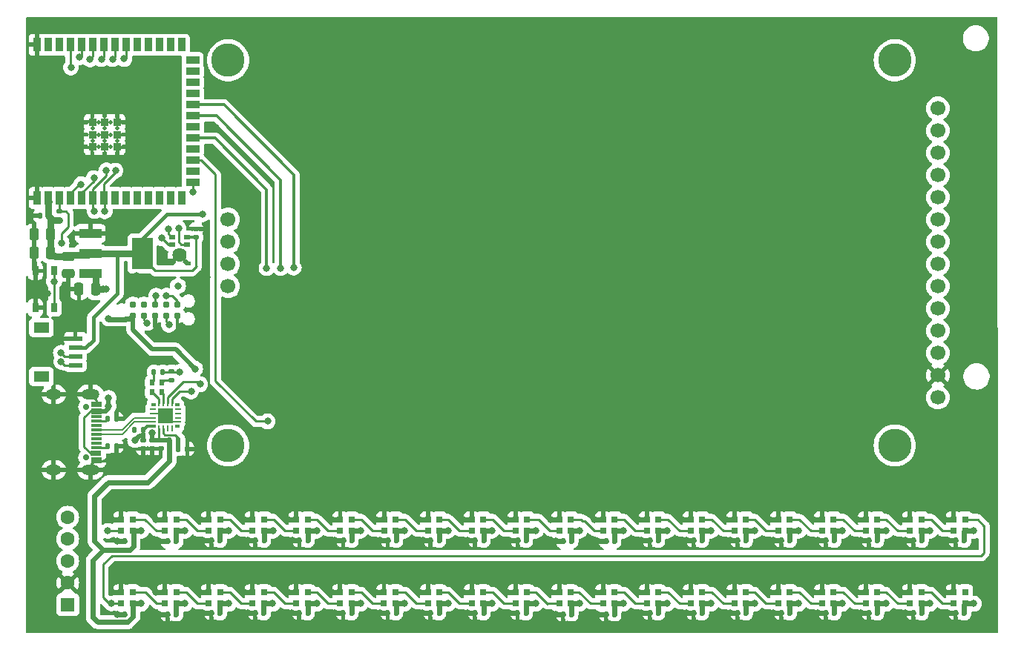
<source format=gbr>
%TF.GenerationSoftware,KiCad,Pcbnew,8.0.6*%
%TF.CreationDate,2024-11-10T17:01:15-08:00*%
%TF.ProjectId,veramonitor,76657261-6d6f-46e6-9974-6f722e6b6963,rev?*%
%TF.SameCoordinates,Original*%
%TF.FileFunction,Copper,L1,Top*%
%TF.FilePolarity,Positive*%
%FSLAX46Y46*%
G04 Gerber Fmt 4.6, Leading zero omitted, Abs format (unit mm)*
G04 Created by KiCad (PCBNEW 8.0.6) date 2024-11-10 17:01:15*
%MOMM*%
%LPD*%
G01*
G04 APERTURE LIST*
G04 Aperture macros list*
%AMRoundRect*
0 Rectangle with rounded corners*
0 $1 Rounding radius*
0 $2 $3 $4 $5 $6 $7 $8 $9 X,Y pos of 4 corners*
0 Add a 4 corners polygon primitive as box body*
4,1,4,$2,$3,$4,$5,$6,$7,$8,$9,$2,$3,0*
0 Add four circle primitives for the rounded corners*
1,1,$1+$1,$2,$3*
1,1,$1+$1,$4,$5*
1,1,$1+$1,$6,$7*
1,1,$1+$1,$8,$9*
0 Add four rect primitives between the rounded corners*
20,1,$1+$1,$2,$3,$4,$5,0*
20,1,$1+$1,$4,$5,$6,$7,0*
20,1,$1+$1,$6,$7,$8,$9,0*
20,1,$1+$1,$8,$9,$2,$3,0*%
G04 Aperture macros list end*
%TA.AperFunction,SMDPad,CuDef*%
%ADD10R,0.800000X0.800000*%
%TD*%
%TA.AperFunction,SMDPad,CuDef*%
%ADD11RoundRect,0.140000X0.140000X0.170000X-0.140000X0.170000X-0.140000X-0.170000X0.140000X-0.170000X0*%
%TD*%
%TA.AperFunction,ComponentPad*%
%ADD12R,1.600000X1.600000*%
%TD*%
%TA.AperFunction,ComponentPad*%
%ADD13C,1.600000*%
%TD*%
%TA.AperFunction,SMDPad,CuDef*%
%ADD14RoundRect,0.250000X0.250000X0.475000X-0.250000X0.475000X-0.250000X-0.475000X0.250000X-0.475000X0*%
%TD*%
%TA.AperFunction,ComponentPad*%
%ADD15C,3.800000*%
%TD*%
%TA.AperFunction,ComponentPad*%
%ADD16C,1.700000*%
%TD*%
%TA.AperFunction,SMDPad,CuDef*%
%ADD17RoundRect,0.135000X-0.185000X0.135000X-0.185000X-0.135000X0.185000X-0.135000X0.185000X0.135000X0*%
%TD*%
%TA.AperFunction,SMDPad,CuDef*%
%ADD18RoundRect,0.135000X0.185000X-0.135000X0.185000X0.135000X-0.185000X0.135000X-0.185000X-0.135000X0*%
%TD*%
%TA.AperFunction,SMDPad,CuDef*%
%ADD19RoundRect,0.140000X-0.170000X0.140000X-0.170000X-0.140000X0.170000X-0.140000X0.170000X0.140000X0*%
%TD*%
%TA.AperFunction,ComponentPad*%
%ADD20C,0.500000*%
%TD*%
%TA.AperFunction,SMDPad,CuDef*%
%ADD21R,0.730000X0.530000*%
%TD*%
%TA.AperFunction,SMDPad,CuDef*%
%ADD22C,1.625000*%
%TD*%
%TA.AperFunction,SMDPad,CuDef*%
%ADD23R,0.900000X1.500000*%
%TD*%
%TA.AperFunction,SMDPad,CuDef*%
%ADD24R,1.500000X0.900000*%
%TD*%
%TA.AperFunction,SMDPad,CuDef*%
%ADD25R,0.900000X0.900000*%
%TD*%
%TA.AperFunction,ComponentPad*%
%ADD26C,0.700000*%
%TD*%
%TA.AperFunction,ComponentPad*%
%ADD27O,2.000000X1.200000*%
%TD*%
%TA.AperFunction,ComponentPad*%
%ADD28O,1.800000X1.200000*%
%TD*%
%TA.AperFunction,SMDPad,CuDef*%
%ADD29R,1.300000X0.300000*%
%TD*%
%TA.AperFunction,SMDPad,CuDef*%
%ADD30RoundRect,0.140000X0.170000X-0.140000X0.170000X0.140000X-0.170000X0.140000X-0.170000X-0.140000X0*%
%TD*%
%TA.AperFunction,SMDPad,CuDef*%
%ADD31RoundRect,0.250000X-0.475000X0.250000X-0.475000X-0.250000X0.475000X-0.250000X0.475000X0.250000X0*%
%TD*%
%TA.AperFunction,SMDPad,CuDef*%
%ADD32R,0.500000X0.340000*%
%TD*%
%TA.AperFunction,SMDPad,CuDef*%
%ADD33R,0.700000X0.250000*%
%TD*%
%TA.AperFunction,SMDPad,CuDef*%
%ADD34R,0.250000X0.700000*%
%TD*%
%TA.AperFunction,SMDPad,CuDef*%
%ADD35R,1.700000X1.700000*%
%TD*%
%TA.AperFunction,SMDPad,CuDef*%
%ADD36RoundRect,0.135000X-0.135000X-0.185000X0.135000X-0.185000X0.135000X0.185000X-0.135000X0.185000X0*%
%TD*%
%TA.AperFunction,SMDPad,CuDef*%
%ADD37R,1.550000X0.600000*%
%TD*%
%TA.AperFunction,SMDPad,CuDef*%
%ADD38R,1.800000X1.200000*%
%TD*%
%TA.AperFunction,SMDPad,CuDef*%
%ADD39R,0.540000X0.640000*%
%TD*%
%TA.AperFunction,SMDPad,CuDef*%
%ADD40R,2.500000X1.100000*%
%TD*%
%TA.AperFunction,SMDPad,CuDef*%
%ADD41R,2.340000X3.600000*%
%TD*%
%TA.AperFunction,SMDPad,CuDef*%
%ADD42RoundRect,0.135000X0.135000X0.185000X-0.135000X0.185000X-0.135000X-0.185000X0.135000X-0.185000X0*%
%TD*%
%TA.AperFunction,SMDPad,CuDef*%
%ADD43R,0.700000X1.050000*%
%TD*%
%TA.AperFunction,SMDPad,CuDef*%
%ADD44C,0.787400*%
%TD*%
%TA.AperFunction,ViaPad*%
%ADD45C,0.800000*%
%TD*%
%TA.AperFunction,Conductor*%
%ADD46C,0.609600*%
%TD*%
%TA.AperFunction,Conductor*%
%ADD47C,0.508000*%
%TD*%
%TA.AperFunction,Conductor*%
%ADD48C,0.304800*%
%TD*%
%TA.AperFunction,Conductor*%
%ADD49C,0.152400*%
%TD*%
%TA.AperFunction,Conductor*%
%ADD50C,0.254000*%
%TD*%
%TA.AperFunction,Conductor*%
%ADD51C,0.250000*%
%TD*%
%TA.AperFunction,Conductor*%
%ADD52C,0.762000*%
%TD*%
%TA.AperFunction,Conductor*%
%ADD53C,0.406400*%
%TD*%
%TA.AperFunction,Conductor*%
%ADD54C,0.400000*%
%TD*%
G04 APERTURE END LIST*
D10*
%TO.P,U38,1*%
%TO.N,vcc*%
X82520000Y-133915000D03*
%TO.P,U38,2*%
%TO.N,ledrow3.led7.ic-vcc*%
X82520000Y-132615000D03*
%TO.P,U38,3*%
%TO.N,gnd*%
X81220000Y-132615000D03*
%TO.P,U38,4*%
%TO.N,ledrow3.led6.ic-vcc*%
X81220000Y-133915000D03*
%TD*%
D11*
%TO.P,C49,1*%
%TO.N,vcc*%
X142580000Y-135015000D03*
%TO.P,C49,2*%
%TO.N,gnd*%
X141620000Y-135015000D03*
%TD*%
%TO.P,C20,1*%
%TO.N,vcc*%
X97425000Y-126695000D03*
%TO.P,C20,2*%
%TO.N,gnd*%
X96465000Y-126695000D03*
%TD*%
%TO.P,C43,1*%
%TO.N,vcc*%
X112500000Y-135015000D03*
%TO.P,C43,2*%
%TO.N,gnd*%
X111540000Y-135015000D03*
%TD*%
D12*
%TO.P,U11,1*%
%TO.N,vcc-1*%
X45130000Y-134030000D03*
D13*
%TO.P,U11,2*%
%TO.N,gnd*%
X45130000Y-131530000D03*
%TO.P,U11,3*%
%TO.N,p3*%
X45130000Y-129030000D03*
%TO.P,U11,4*%
%TO.N,p4*%
X45130000Y-126530000D03*
%TO.P,U11,5*%
%TO.N,p5*%
X45130000Y-124030000D03*
%TD*%
D14*
%TO.P,C6,1*%
%TO.N,vcc-1*%
X43200000Y-93825000D03*
%TO.P,C6,2*%
%TO.N,gnd*%
X41300000Y-93825000D03*
%TD*%
D15*
%TO.P,U7,0*%
%TO.N,_0*%
X63435000Y-71850000D03*
X63435000Y-115850000D03*
X139505000Y-71850000D03*
X139505000Y-115850000D03*
D16*
%TO.P,U7,1*%
%TO.N,vcc-1*%
X144415000Y-110360000D03*
%TO.P,U7,2*%
%TO.N,gnd*%
X144415000Y-107820000D03*
%TO.P,U7,3*%
%TO.N,cs*%
X144415000Y-105280000D03*
%TO.P,U7,4*%
%TO.N,rst*%
X144415000Y-102740000D03*
%TO.P,U7,5*%
%TO.N,a0*%
X144415000Y-100200000D03*
%TO.P,U7,6*%
%TO.N,sda*%
X144415000Y-97660000D03*
%TO.P,U7,7*%
%TO.N,scl*%
X144415000Y-95120000D03*
%TO.P,U7,8*%
%TO.N,led*%
X144415000Y-92580000D03*
%TO.P,U7,9*%
%TO.N,lcd-nc*%
X144415000Y-90040000D03*
%TO.P,U7,10*%
X144415000Y-87500000D03*
%TO.P,U7,11*%
X144415000Y-84960000D03*
%TO.P,U7,12*%
X144415000Y-82420000D03*
%TO.P,U7,13*%
X144415000Y-79880000D03*
%TO.P,U7,14*%
X144415000Y-77340000D03*
%TO.P,U7,15*%
%TO.N,zk_minus_cs*%
X63435000Y-97660000D03*
%TO.P,U7,16*%
%TO.N,zk_minus_mosi*%
X63435000Y-95120000D03*
%TO.P,U7,17*%
%TO.N,zk_minus_miso*%
X63435000Y-92580000D03*
%TO.P,U7,18*%
%TO.N,zk_minus_sck*%
X63435000Y-90040000D03*
%TD*%
D17*
%TO.P,R7,1*%
%TO.N,vdd*%
X57000000Y-107380000D03*
%TO.P,R7,2*%
%TO.N,uart_converter.r_rx_led-anode*%
X57000000Y-108400000D03*
%TD*%
D11*
%TO.P,C41,1*%
%TO.N,vcc*%
X102600000Y-135115000D03*
%TO.P,C41,2*%
%TO.N,gnd*%
X101640000Y-135115000D03*
%TD*%
D10*
%TO.P,U43,1*%
%TO.N,vcc*%
X107520000Y-133915000D03*
%TO.P,U43,2*%
%TO.N,ledrow4.led2.ic-vcc*%
X107520000Y-132615000D03*
%TO.P,U43,3*%
%TO.N,gnd*%
X106220000Y-132615000D03*
%TO.P,U43,4*%
%TO.N,ledrow4.led1.ic-vcc*%
X106220000Y-133915000D03*
%TD*%
%TO.P,U35,1*%
%TO.N,vcc*%
X67520000Y-133915000D03*
%TO.P,U35,2*%
%TO.N,ledrow3.led4.ic-vcc*%
X67520000Y-132615000D03*
%TO.P,U35,3*%
%TO.N,gnd*%
X66220000Y-132615000D03*
%TO.P,U35,4*%
%TO.N,ledrow3.led3.ic-vcc*%
X66220000Y-133915000D03*
%TD*%
D11*
%TO.P,C33,1*%
%TO.N,vcc*%
X62500000Y-135015000D03*
%TO.P,C33,2*%
%TO.N,gnd*%
X61540000Y-135015000D03*
%TD*%
D10*
%TO.P,U13,1*%
%TO.N,vcc*%
X57525000Y-125595000D03*
%TO.P,U13,2*%
%TO.N,ledrow1.led2.ic-vcc*%
X57525000Y-124295000D03*
%TO.P,U13,3*%
%TO.N,gnd*%
X56225000Y-124295000D03*
%TO.P,U13,4*%
%TO.N,ledrow1.led1.ic-vcc*%
X56225000Y-125595000D03*
%TD*%
D11*
%TO.P,C31,1*%
%TO.N,vcc*%
X52600000Y-135115000D03*
%TO.P,C31,2*%
%TO.N,gnd*%
X51640000Y-135115000D03*
%TD*%
D10*
%TO.P,U51,1*%
%TO.N,vcc*%
X147520000Y-133915000D03*
%TO.P,U51,2*%
%TO.N,ledrow4-dout*%
X147520000Y-132615000D03*
%TO.P,U51,3*%
%TO.N,gnd*%
X146220000Y-132615000D03*
%TO.P,U51,4*%
%TO.N,ledrow4.led9.ic-vcc*%
X146220000Y-133915000D03*
%TD*%
%TO.P,U19,1*%
%TO.N,vcc*%
X87525000Y-125595000D03*
%TO.P,U19,2*%
%TO.N,ledrow1.led8.ic-vcc*%
X87525000Y-124295000D03*
%TO.P,U19,3*%
%TO.N,gnd*%
X86225000Y-124295000D03*
%TO.P,U19,4*%
%TO.N,ledrow1.led7.ic-vcc*%
X86225000Y-125595000D03*
%TD*%
D18*
%TO.P,R3,1*%
%TO.N,vcc-1*%
X44170000Y-90135000D03*
%TO.P,R3,2*%
%TO.N,en*%
X44170000Y-89115000D03*
%TD*%
D10*
%TO.P,U37,1*%
%TO.N,vcc*%
X77520000Y-133915000D03*
%TO.P,U37,2*%
%TO.N,ledrow3.led6.ic-vcc*%
X77520000Y-132615000D03*
%TO.P,U37,3*%
%TO.N,gnd*%
X76220000Y-132615000D03*
%TO.P,U37,4*%
%TO.N,ledrow3.led5.ic-vcc*%
X76220000Y-133915000D03*
%TD*%
D11*
%TO.P,C18,1*%
%TO.N,vcc*%
X87505000Y-126695000D03*
%TO.P,C18,2*%
%TO.N,gnd*%
X86545000Y-126695000D03*
%TD*%
D14*
%TO.P,C2,1*%
%TO.N,vcc*%
X48320000Y-98015000D03*
%TO.P,C2,2*%
%TO.N,gnd*%
X46420000Y-98015000D03*
%TD*%
D11*
%TO.P,C34,1*%
%TO.N,vcc*%
X67500000Y-135015000D03*
%TO.P,C34,2*%
%TO.N,gnd*%
X66540000Y-135015000D03*
%TD*%
%TO.P,C39,1*%
%TO.N,vcc*%
X92580000Y-135015000D03*
%TO.P,C39,2*%
%TO.N,gnd*%
X91620000Y-135015000D03*
%TD*%
%TO.P,C45,1*%
%TO.N,vcc*%
X122520000Y-135015000D03*
%TO.P,C45,2*%
%TO.N,gnd*%
X121560000Y-135015000D03*
%TD*%
%TO.P,C11,1*%
%TO.N,vcc*%
X52605000Y-126795000D03*
%TO.P,C11,2*%
%TO.N,gnd*%
X51645000Y-126795000D03*
%TD*%
D10*
%TO.P,U45,1*%
%TO.N,vcc*%
X117520000Y-133915000D03*
%TO.P,U45,2*%
%TO.N,ledrow4.led4.ic-vcc*%
X117520000Y-132615000D03*
%TO.P,U45,3*%
%TO.N,gnd*%
X116220000Y-132615000D03*
%TO.P,U45,4*%
%TO.N,ledrow4.led3.ic-vcc*%
X116220000Y-133915000D03*
%TD*%
D11*
%TO.P,C35,1*%
%TO.N,vcc*%
X72520000Y-135015000D03*
%TO.P,C35,2*%
%TO.N,gnd*%
X71560000Y-135015000D03*
%TD*%
D19*
%TO.P,C10,1*%
%TO.N,vdd*%
X53725000Y-115210000D03*
%TO.P,C10,2*%
%TO.N,gnd*%
X53725000Y-116170000D03*
%TD*%
D20*
%TO.P,U3,*%
%TO.N,*%
X57870000Y-94125000D03*
D21*
%TO.P,U3,1*%
%TO.N,pdm_data*%
X57030000Y-92055000D03*
%TO.P,U3,2*%
%TO.N,pdm_sel*%
X57030000Y-92875000D03*
D22*
%TO.P,U3,3*%
%TO.N,gnd*%
X57870000Y-94125000D03*
D21*
%TO.P,U3,4*%
%TO.N,pdm_clk*%
X58710000Y-92875000D03*
%TO.P,U3,5*%
%TO.N,vcc-1*%
X58710000Y-92055000D03*
%TD*%
D11*
%TO.P,C25,1*%
%TO.N,vcc*%
X122520000Y-126690000D03*
%TO.P,C25,2*%
%TO.N,gnd*%
X121560000Y-126690000D03*
%TD*%
D20*
%TO.P,U5,*%
%TO.N,*%
X48650000Y-81725000D03*
X50050000Y-81725000D03*
X47950000Y-81025000D03*
X49350000Y-81025000D03*
X50750000Y-81025000D03*
X48650000Y-80325000D03*
X50050000Y-80325000D03*
X47950000Y-79625000D03*
X49350000Y-79625000D03*
X50750000Y-79625000D03*
X48650000Y-78925000D03*
X50050000Y-78925000D03*
D23*
%TO.P,U5,1*%
%TO.N,gnd*%
X41630000Y-87575000D03*
%TO.P,U5,2*%
%TO.N,vcc-1*%
X42900000Y-87575000D03*
%TO.P,U5,3*%
%TO.N,en*%
X44170000Y-87575000D03*
%TO.P,U5,4*%
%TO.N,pdm_data*%
X45440000Y-87575000D03*
%TO.P,U5,5*%
%TO.N,pdm_clk*%
X46710000Y-87575000D03*
%TO.P,U5,6*%
%TO.N,scl*%
X47980000Y-87575000D03*
%TO.P,U5,7*%
%TO.N,sda*%
X49250000Y-87575000D03*
%TO.P,U5,8*%
%TO.N,io15*%
X50520000Y-87575000D03*
%TO.P,U5,9*%
%TO.N,io16*%
X51790000Y-87575000D03*
%TO.P,U5,10*%
%TO.N,io17*%
X53060000Y-87575000D03*
%TO.P,U5,11*%
%TO.N,io18*%
X54330000Y-87575000D03*
%TO.P,U5,12*%
%TO.N,io8*%
X55600000Y-87575000D03*
%TO.P,U5,13*%
%TO.N,io19*%
X56870000Y-87575000D03*
%TO.P,U5,14*%
%TO.N,io20*%
X58140000Y-87575000D03*
D24*
%TO.P,U5,15*%
%TO.N,pdm_sel*%
X59410000Y-85815000D03*
%TO.P,U5,16*%
%TO.N,io46*%
X59410000Y-84545000D03*
%TO.P,U5,17*%
%TO.N,led_data*%
X59410000Y-83275000D03*
%TO.P,U5,18*%
%TO.N,io10*%
X59410000Y-82005000D03*
%TO.P,U5,19*%
%TO.N,p5*%
X59410000Y-80735000D03*
%TO.P,U5,20*%
%TO.N,io12*%
X59410000Y-79455000D03*
%TO.P,U5,21*%
%TO.N,p4*%
X59410000Y-78195000D03*
%TO.P,U5,22*%
%TO.N,p3*%
X59410000Y-76925000D03*
%TO.P,U5,23*%
%TO.N,io21*%
X59410000Y-75655000D03*
%TO.P,U5,24*%
%TO.N,io47*%
X59410000Y-74375000D03*
%TO.P,U5,25*%
%TO.N,io48*%
X59410000Y-73105000D03*
%TO.P,U5,26*%
%TO.N,io45*%
X59380000Y-71835000D03*
D23*
%TO.P,U5,27*%
%TO.N,io0*%
X58140000Y-70075000D03*
%TO.P,U5,28*%
%TO.N,io35*%
X56870000Y-70075000D03*
%TO.P,U5,29*%
%TO.N,io36*%
X55600000Y-70075000D03*
%TO.P,U5,30*%
%TO.N,io37*%
X54330000Y-70075000D03*
%TO.P,U5,31*%
%TO.N,io38*%
X53060000Y-70075000D03*
%TO.P,U5,32*%
%TO.N,tck*%
X51790000Y-70075000D03*
%TO.P,U5,33*%
%TO.N,tdo*%
X50520000Y-70075000D03*
%TO.P,U5,34*%
%TO.N,tdi*%
X49250000Y-70075000D03*
%TO.P,U5,35*%
%TO.N,tms*%
X47980000Y-70075000D03*
%TO.P,U5,36*%
%TO.N,rx*%
X46710000Y-70075000D03*
%TO.P,U5,37*%
%TO.N,tx*%
X45440000Y-70075000D03*
%TO.P,U5,38*%
%TO.N,io2*%
X44170000Y-70075000D03*
%TO.P,U5,39*%
%TO.N,io1*%
X42900000Y-70075000D03*
%TO.P,U5,40*%
%TO.N,gnd*%
X41630000Y-70075000D03*
D25*
%TO.P,U5,41*%
X47950000Y-81725000D03*
X49350000Y-81725000D03*
X50750000Y-81725000D03*
X47950000Y-80325000D03*
X49350000Y-80325000D03*
X50750000Y-80325000D03*
X47950000Y-78925000D03*
X49350000Y-78925000D03*
X50750000Y-78925000D03*
%TD*%
D26*
%TO.P,U2,*%
%TO.N,*%
X47185000Y-111435000D03*
X47185000Y-117215000D03*
D27*
%TO.P,U2,1*%
%TO.N,gnd*%
X47725000Y-110005000D03*
%TO.P,U2,2*%
X47725000Y-118645000D03*
D28*
%TO.P,U2,3*%
X43535000Y-110005000D03*
%TO.P,U2,4*%
X43535000Y-118645000D03*
D29*
%TO.P,U2,A1*%
X48375000Y-110975000D03*
%TO.P,U2,A4*%
%TO.N,vcc*%
X48375000Y-111775000D03*
%TO.P,U2,A5*%
%TO.N,cc1*%
X48375000Y-113075000D03*
%TO.P,U2,A6*%
%TO.N,dp*%
X48375000Y-114075000D03*
%TO.P,U2,A7*%
%TO.N,dm*%
X48375000Y-114575000D03*
%TO.P,U2,A8*%
%TO.N,sub1*%
X48375000Y-115575000D03*
%TO.P,U2,A9*%
%TO.N,vcc*%
X48365000Y-116875000D03*
%TO.P,U2,A12*%
%TO.N,gnd*%
X48375000Y-117675000D03*
%TO.P,U2,B1*%
X48375000Y-117375000D03*
%TO.P,U2,B4*%
%TO.N,vcc*%
X48365000Y-116575000D03*
%TO.P,U2,B5*%
%TO.N,cc2*%
X48375000Y-116075000D03*
%TO.P,U2,B6*%
%TO.N,dp*%
X48375000Y-115075000D03*
%TO.P,U2,B7*%
%TO.N,dm*%
X48375000Y-113575000D03*
%TO.P,U2,B8*%
%TO.N,sub2*%
X48375000Y-112575000D03*
%TO.P,U2,B9*%
%TO.N,vcc*%
X48375000Y-112075000D03*
%TO.P,U2,B12*%
%TO.N,gnd*%
X48375000Y-111275000D03*
%TD*%
D11*
%TO.P,C30,1*%
%TO.N,vcc*%
X147420000Y-126690000D03*
%TO.P,C30,2*%
%TO.N,gnd*%
X146460000Y-126690000D03*
%TD*%
D10*
%TO.P,U44,1*%
%TO.N,vcc*%
X112520000Y-133915000D03*
%TO.P,U44,2*%
%TO.N,ledrow4.led3.ic-vcc*%
X112520000Y-132615000D03*
%TO.P,U44,3*%
%TO.N,gnd*%
X111220000Y-132615000D03*
%TO.P,U44,4*%
%TO.N,ledrow4.led2.ic-vcc*%
X111220000Y-133915000D03*
%TD*%
D30*
%TO.P,C1,1*%
%TO.N,vcc-1*%
X59790000Y-92070000D03*
%TO.P,C1,2*%
%TO.N,gnd*%
X59790000Y-91110000D03*
%TD*%
D10*
%TO.P,U21,1*%
%TO.N,vcc*%
X97525000Y-125595000D03*
%TO.P,U21,2*%
%TO.N,ledrow1-dout*%
X97525000Y-124295000D03*
%TO.P,U21,3*%
%TO.N,gnd*%
X96225000Y-124295000D03*
%TO.P,U21,4*%
%TO.N,ledrow1.led9.ic-vcc*%
X96225000Y-125595000D03*
%TD*%
D31*
%TO.P,C3,1*%
%TO.N,vcc-1*%
X45170000Y-94265000D03*
%TO.P,C3,2*%
%TO.N,gnd*%
X45170000Y-96165000D03*
%TD*%
D10*
%TO.P,U27,1*%
%TO.N,vcc*%
X127520000Y-125590000D03*
%TO.P,U27,2*%
%TO.N,ledrow2.led6.ic-vcc*%
X127520000Y-124290000D03*
%TO.P,U27,3*%
%TO.N,gnd*%
X126220000Y-124290000D03*
%TO.P,U27,4*%
%TO.N,ledrow2.led5.ic-vcc*%
X126220000Y-125590000D03*
%TD*%
D11*
%TO.P,C50,1*%
%TO.N,vcc*%
X147420000Y-135015000D03*
%TO.P,C50,2*%
%TO.N,gnd*%
X146460000Y-135015000D03*
%TD*%
%TO.P,C32,1*%
%TO.N,vcc*%
X57500000Y-135115000D03*
%TO.P,C32,2*%
%TO.N,gnd*%
X56540000Y-135115000D03*
%TD*%
D10*
%TO.P,U15,1*%
%TO.N,vcc*%
X67525000Y-125595000D03*
%TO.P,U15,2*%
%TO.N,ledrow1.led4.ic-vcc*%
X67525000Y-124295000D03*
%TO.P,U15,3*%
%TO.N,gnd*%
X66225000Y-124295000D03*
%TO.P,U15,4*%
%TO.N,ledrow1.led3.ic-vcc*%
X66225000Y-125595000D03*
%TD*%
D32*
%TO.P,U10,1*%
%TO.N,gpio_period_1_slash_rs485*%
X54900000Y-111175000D03*
D33*
%TO.P,U10,2*%
%TO.N,gpio_period_0_slash_clk*%
X54830000Y-111675000D03*
%TO.P,U10,3*%
%TO.N,gnd*%
X54830000Y-112175000D03*
%TO.P,U10,4*%
%TO.N,dp*%
X54830000Y-112675000D03*
%TO.P,U10,5*%
%TO.N,dm*%
X54830000Y-113175000D03*
D32*
%TO.P,U10,6*%
%TO.N,vdd*%
X54900000Y-113675000D03*
D34*
%TO.P,U10,7*%
%TO.N,vcc*%
X55530000Y-113875000D03*
%TO.P,U10,8*%
%TO.N,vbus*%
X56030000Y-113875000D03*
%TO.P,U10,9*%
%TO.N,rstb*%
X56530000Y-113875000D03*
%TO.P,U10,10*%
%TO.N,uart_converter-nc*%
X57030000Y-113875000D03*
D32*
%TO.P,U10,11*%
%TO.N,suspendb*%
X57660000Y-113675000D03*
D33*
%TO.P,U10,12*%
%TO.N,gnd*%
X57730000Y-113175000D03*
%TO.P,U10,13*%
%TO.N,wakeup*%
X57730000Y-112675000D03*
%TO.P,U10,14*%
%TO.N,suspend*%
X57730000Y-112175000D03*
%TO.P,U10,15*%
%TO.N,cts*%
X57730000Y-111675000D03*
D32*
%TO.P,U10,16*%
%TO.N,rts*%
X57660000Y-111175000D03*
D34*
%TO.P,U10,17*%
%TO.N,rx*%
X57030000Y-110975000D03*
%TO.P,U10,18*%
%TO.N,tx*%
X56530000Y-110975000D03*
%TO.P,U10,19*%
%TO.N,gpio_period_3_slash_rxt*%
X56030000Y-110975000D03*
%TO.P,U10,20*%
%TO.N,gpio_period_2_slash_txt*%
X55530000Y-110975000D03*
D35*
%TO.P,U10,21*%
%TO.N,gnd*%
X56280000Y-112425000D03*
%TD*%
D11*
%TO.P,C12,1*%
%TO.N,vcc*%
X57505000Y-126795000D03*
%TO.P,C12,2*%
%TO.N,gnd*%
X56545000Y-126795000D03*
%TD*%
D19*
%TO.P,C7,1*%
%TO.N,vcc*%
X54725000Y-115230000D03*
%TO.P,C7,2*%
%TO.N,gnd*%
X54725000Y-116190000D03*
%TD*%
D10*
%TO.P,U28,1*%
%TO.N,vcc*%
X132520000Y-125590000D03*
%TO.P,U28,2*%
%TO.N,ledrow2.led7.ic-vcc*%
X132520000Y-124290000D03*
%TO.P,U28,3*%
%TO.N,gnd*%
X131220000Y-124290000D03*
%TO.P,U28,4*%
%TO.N,ledrow2.led6.ic-vcc*%
X131220000Y-125590000D03*
%TD*%
%TO.P,U41,1*%
%TO.N,vcc*%
X97520000Y-133915000D03*
%TO.P,U41,2*%
%TO.N,ledrow3-dout*%
X97520000Y-132615000D03*
%TO.P,U41,3*%
%TO.N,gnd*%
X96220000Y-132615000D03*
%TO.P,U41,4*%
%TO.N,ledrow3.led9.ic-vcc*%
X96220000Y-133915000D03*
%TD*%
D11*
%TO.P,C9,1*%
%TO.N,vdd*%
X53725000Y-114075000D03*
%TO.P,C9,2*%
%TO.N,gnd*%
X52765000Y-114075000D03*
%TD*%
D14*
%TO.P,C5,1*%
%TO.N,vcc-1*%
X43200000Y-91725000D03*
%TO.P,C5,2*%
%TO.N,gnd*%
X41300000Y-91725000D03*
%TD*%
D10*
%TO.P,U30,1*%
%TO.N,vcc*%
X142520000Y-125590000D03*
%TO.P,U30,2*%
%TO.N,ledrow2.led9.ic-vcc*%
X142520000Y-124290000D03*
%TO.P,U30,3*%
%TO.N,gnd*%
X141220000Y-124290000D03*
%TO.P,U30,4*%
%TO.N,ledrow2.led8.ic-vcc*%
X141220000Y-125590000D03*
%TD*%
D11*
%TO.P,C38,1*%
%TO.N,vcc*%
X87500000Y-135015000D03*
%TO.P,C38,2*%
%TO.N,gnd*%
X86540000Y-135015000D03*
%TD*%
%TO.P,C23,1*%
%TO.N,vcc*%
X112500000Y-126690000D03*
%TO.P,C23,2*%
%TO.N,gnd*%
X111540000Y-126690000D03*
%TD*%
D36*
%TO.P,R1,1*%
%TO.N,cc1*%
X49687500Y-112825000D03*
%TO.P,R1,2*%
%TO.N,gnd*%
X50707500Y-112825000D03*
%TD*%
D10*
%TO.P,U17,1*%
%TO.N,vcc*%
X77525000Y-125595000D03*
%TO.P,U17,2*%
%TO.N,ledrow1.led6.ic-vcc*%
X77525000Y-124295000D03*
%TO.P,U17,3*%
%TO.N,gnd*%
X76225000Y-124295000D03*
%TO.P,U17,4*%
%TO.N,ledrow1.led5.ic-vcc*%
X76225000Y-125595000D03*
%TD*%
D37*
%TO.P,J1,1*%
%TO.N,gnd*%
X46000000Y-103670000D03*
%TO.P,J1,2*%
%TO.N,vcc-1*%
X46000000Y-104670000D03*
%TO.P,J1,3*%
%TO.N,sda*%
X46000000Y-105670000D03*
%TO.P,J1,4*%
%TO.N,scl*%
X46000000Y-106670000D03*
D38*
%TO.P,J1,5*%
%TO.N,N/C*%
X42120000Y-107970000D03*
%TO.P,J1,6*%
X42120000Y-102370000D03*
%TD*%
D11*
%TO.P,C13,1*%
%TO.N,vcc*%
X62505000Y-126695000D03*
%TO.P,C13,2*%
%TO.N,gnd*%
X61545000Y-126695000D03*
%TD*%
D10*
%TO.P,U16,1*%
%TO.N,vcc*%
X72525000Y-125595000D03*
%TO.P,U16,2*%
%TO.N,ledrow1.led5.ic-vcc*%
X72525000Y-124295000D03*
%TO.P,U16,3*%
%TO.N,gnd*%
X71225000Y-124295000D03*
%TO.P,U16,4*%
%TO.N,ledrow1.led4.ic-vcc*%
X71225000Y-125595000D03*
%TD*%
%TO.P,U18,1*%
%TO.N,vcc*%
X82525000Y-125595000D03*
%TO.P,U18,2*%
%TO.N,ledrow1.led7.ic-vcc*%
X82525000Y-124295000D03*
%TO.P,U18,3*%
%TO.N,gnd*%
X81225000Y-124295000D03*
%TO.P,U18,4*%
%TO.N,ledrow1.led6.ic-vcc*%
X81225000Y-125595000D03*
%TD*%
%TO.P,U50,1*%
%TO.N,vcc*%
X142520000Y-133915000D03*
%TO.P,U50,2*%
%TO.N,ledrow4.led9.ic-vcc*%
X142520000Y-132615000D03*
%TO.P,U50,3*%
%TO.N,gnd*%
X141220000Y-132615000D03*
%TO.P,U50,4*%
%TO.N,ledrow4.led8.ic-vcc*%
X141220000Y-133915000D03*
%TD*%
D11*
%TO.P,C36,1*%
%TO.N,vcc*%
X77520000Y-135015000D03*
%TO.P,C36,2*%
%TO.N,gnd*%
X76560000Y-135015000D03*
%TD*%
%TO.P,C40,1*%
%TO.N,vcc*%
X97420000Y-135015000D03*
%TO.P,C40,2*%
%TO.N,gnd*%
X96460000Y-135015000D03*
%TD*%
D39*
%TO.P,U8,1*%
%TO.N,uart_converter.r_rx_led-anode*%
X55850000Y-108665000D03*
%TO.P,U8,2*%
%TO.N,gpio_period_3_slash_rxt*%
X55850000Y-109745000D03*
%TD*%
D10*
%TO.P,U20,1*%
%TO.N,vcc*%
X92525000Y-125595000D03*
%TO.P,U20,2*%
%TO.N,ledrow1.led9.ic-vcc*%
X92525000Y-124295000D03*
%TO.P,U20,3*%
%TO.N,gnd*%
X91225000Y-124295000D03*
%TO.P,U20,4*%
%TO.N,ledrow1.led8.ic-vcc*%
X91225000Y-125595000D03*
%TD*%
%TO.P,U22,1*%
%TO.N,vcc*%
X102520000Y-125590000D03*
%TO.P,U22,2*%
%TO.N,ledrow2.led1.ic-vcc*%
X102520000Y-124290000D03*
%TO.P,U22,3*%
%TO.N,gnd*%
X101220000Y-124290000D03*
%TO.P,U22,4*%
%TO.N,ledrow1-dout*%
X101220000Y-125590000D03*
%TD*%
D36*
%TO.P,R5,1*%
%TO.N,vbus*%
X57760000Y-116230000D03*
%TO.P,R5,2*%
%TO.N,gnd*%
X58780000Y-116230000D03*
%TD*%
D11*
%TO.P,C47,1*%
%TO.N,vcc*%
X132600000Y-135015000D03*
%TO.P,C47,2*%
%TO.N,gnd*%
X131640000Y-135015000D03*
%TD*%
D10*
%TO.P,U46,1*%
%TO.N,vcc*%
X122520000Y-133915000D03*
%TO.P,U46,2*%
%TO.N,ledrow4.led5.ic-vcc*%
X122520000Y-132615000D03*
%TO.P,U46,3*%
%TO.N,gnd*%
X121220000Y-132615000D03*
%TO.P,U46,4*%
%TO.N,ledrow4.led4.ic-vcc*%
X121220000Y-133915000D03*
%TD*%
%TO.P,U14,1*%
%TO.N,vcc*%
X62525000Y-125595000D03*
%TO.P,U14,2*%
%TO.N,ledrow1.led3.ic-vcc*%
X62525000Y-124295000D03*
%TO.P,U14,3*%
%TO.N,gnd*%
X61225000Y-124295000D03*
%TO.P,U14,4*%
%TO.N,ledrow1.led2.ic-vcc*%
X61225000Y-125595000D03*
%TD*%
D11*
%TO.P,C26,1*%
%TO.N,vcc*%
X127520000Y-126690000D03*
%TO.P,C26,2*%
%TO.N,gnd*%
X126560000Y-126690000D03*
%TD*%
D10*
%TO.P,U47,1*%
%TO.N,vcc*%
X127520000Y-133915000D03*
%TO.P,U47,2*%
%TO.N,ledrow4.led6.ic-vcc*%
X127520000Y-132615000D03*
%TO.P,U47,3*%
%TO.N,gnd*%
X126220000Y-132615000D03*
%TO.P,U47,4*%
%TO.N,ledrow4.led5.ic-vcc*%
X126220000Y-133915000D03*
%TD*%
D11*
%TO.P,C15,1*%
%TO.N,vcc*%
X72525000Y-126695000D03*
%TO.P,C15,2*%
%TO.N,gnd*%
X71565000Y-126695000D03*
%TD*%
D10*
%TO.P,U34,1*%
%TO.N,vcc*%
X62520000Y-133915000D03*
%TO.P,U34,2*%
%TO.N,ledrow3.led3.ic-vcc*%
X62520000Y-132615000D03*
%TO.P,U34,3*%
%TO.N,gnd*%
X61220000Y-132615000D03*
%TO.P,U34,4*%
%TO.N,ledrow3.led2.ic-vcc*%
X61220000Y-133915000D03*
%TD*%
%TO.P,U32,1*%
%TO.N,vcc*%
X52520000Y-133915000D03*
%TO.P,U32,2*%
%TO.N,ledrow3.led1.ic-vcc*%
X52520000Y-132615000D03*
%TO.P,U32,3*%
%TO.N,gnd*%
X51220000Y-132615000D03*
%TO.P,U32,4*%
%TO.N,ledrow2-dout*%
X51220000Y-133915000D03*
%TD*%
%TO.P,U29,1*%
%TO.N,vcc*%
X137520000Y-125590000D03*
%TO.P,U29,2*%
%TO.N,ledrow2.led8.ic-vcc*%
X137520000Y-124290000D03*
%TO.P,U29,3*%
%TO.N,gnd*%
X136220000Y-124290000D03*
%TO.P,U29,4*%
%TO.N,ledrow2.led7.ic-vcc*%
X136220000Y-125590000D03*
%TD*%
%TO.P,U31,1*%
%TO.N,vcc*%
X147520000Y-125590000D03*
%TO.P,U31,2*%
%TO.N,ledrow2-dout*%
X147520000Y-124290000D03*
%TO.P,U31,3*%
%TO.N,gnd*%
X146220000Y-124290000D03*
%TO.P,U31,4*%
%TO.N,ledrow2.led9.ic-vcc*%
X146220000Y-125590000D03*
%TD*%
D19*
%TO.P,C8,1*%
%TO.N,vcc*%
X55750000Y-115225000D03*
%TO.P,C8,2*%
%TO.N,gnd*%
X55750000Y-116185000D03*
%TD*%
D40*
%TO.P,U4,1*%
%TO.N,gnd*%
X47700000Y-91615000D03*
%TO.P,U4,2*%
%TO.N,vcc-1*%
X47700000Y-93915000D03*
%TO.P,U4,3*%
%TO.N,vcc*%
X47700000Y-96215000D03*
D41*
%TO.P,U4,4*%
%TO.N,vcc-1*%
X53640000Y-93915000D03*
%TD*%
D10*
%TO.P,U49,1*%
%TO.N,vcc*%
X137520000Y-133915000D03*
%TO.P,U49,2*%
%TO.N,ledrow4.led8.ic-vcc*%
X137520000Y-132615000D03*
%TO.P,U49,3*%
%TO.N,gnd*%
X136220000Y-132615000D03*
%TO.P,U49,4*%
%TO.N,ledrow4.led7.ic-vcc*%
X136220000Y-133915000D03*
%TD*%
D11*
%TO.P,C42,1*%
%TO.N,vcc*%
X107500000Y-135115000D03*
%TO.P,C42,2*%
%TO.N,gnd*%
X106540000Y-135115000D03*
%TD*%
D10*
%TO.P,U33,1*%
%TO.N,vcc*%
X57520000Y-133915000D03*
%TO.P,U33,2*%
%TO.N,ledrow3.led2.ic-vcc*%
X57520000Y-132615000D03*
%TO.P,U33,3*%
%TO.N,gnd*%
X56220000Y-132615000D03*
%TO.P,U33,4*%
%TO.N,ledrow3.led1.ic-vcc*%
X56220000Y-133915000D03*
%TD*%
%TO.P,U48,1*%
%TO.N,vcc*%
X132520000Y-133915000D03*
%TO.P,U48,2*%
%TO.N,ledrow4.led7.ic-vcc*%
X132520000Y-132615000D03*
%TO.P,U48,3*%
%TO.N,gnd*%
X131220000Y-132615000D03*
%TO.P,U48,4*%
%TO.N,ledrow4.led6.ic-vcc*%
X131220000Y-133915000D03*
%TD*%
D11*
%TO.P,C27,1*%
%TO.N,vcc*%
X132600000Y-126690000D03*
%TO.P,C27,2*%
%TO.N,gnd*%
X131640000Y-126690000D03*
%TD*%
D10*
%TO.P,U23,1*%
%TO.N,vcc*%
X107520000Y-125590000D03*
%TO.P,U23,2*%
%TO.N,ledrow2.led2.ic-vcc*%
X107520000Y-124290000D03*
%TO.P,U23,3*%
%TO.N,gnd*%
X106220000Y-124290000D03*
%TO.P,U23,4*%
%TO.N,ledrow2.led1.ic-vcc*%
X106220000Y-125590000D03*
%TD*%
D11*
%TO.P,C28,1*%
%TO.N,vcc*%
X137500000Y-126690000D03*
%TO.P,C28,2*%
%TO.N,gnd*%
X136540000Y-126690000D03*
%TD*%
%TO.P,C4,1*%
%TO.N,vcc-1*%
X42930000Y-89615000D03*
%TO.P,C4,2*%
%TO.N,gnd*%
X41970000Y-89615000D03*
%TD*%
D10*
%TO.P,U42,1*%
%TO.N,vcc*%
X102520000Y-133915000D03*
%TO.P,U42,2*%
%TO.N,ledrow4.led1.ic-vcc*%
X102520000Y-132615000D03*
%TO.P,U42,3*%
%TO.N,gnd*%
X101220000Y-132615000D03*
%TO.P,U42,4*%
%TO.N,ledrow3-dout*%
X101220000Y-133915000D03*
%TD*%
D36*
%TO.P,R2,1*%
%TO.N,cc2*%
X49687500Y-115925000D03*
%TO.P,R2,2*%
%TO.N,gnd*%
X50707500Y-115925000D03*
%TD*%
D11*
%TO.P,C37,1*%
%TO.N,vcc*%
X82600000Y-135015000D03*
%TO.P,C37,2*%
%TO.N,gnd*%
X81640000Y-135015000D03*
%TD*%
%TO.P,C21,1*%
%TO.N,vcc*%
X102600000Y-126790000D03*
%TO.P,C21,2*%
%TO.N,gnd*%
X101640000Y-126790000D03*
%TD*%
D42*
%TO.P,R6,1*%
%TO.N,vdd*%
X55985000Y-107440000D03*
%TO.P,R6,2*%
%TO.N,uart_converter.r_tx_led-anode*%
X54965000Y-107440000D03*
%TD*%
D11*
%TO.P,C14,1*%
%TO.N,vcc*%
X67505000Y-126695000D03*
%TO.P,C14,2*%
%TO.N,gnd*%
X66545000Y-126695000D03*
%TD*%
%TO.P,C48,1*%
%TO.N,vcc*%
X137500000Y-135015000D03*
%TO.P,C48,2*%
%TO.N,gnd*%
X136540000Y-135015000D03*
%TD*%
D10*
%TO.P,U26,1*%
%TO.N,vcc*%
X122520000Y-125590000D03*
%TO.P,U26,2*%
%TO.N,ledrow2.led5.ic-vcc*%
X122520000Y-124290000D03*
%TO.P,U26,3*%
%TO.N,gnd*%
X121220000Y-124290000D03*
%TO.P,U26,4*%
%TO.N,ledrow2.led4.ic-vcc*%
X121220000Y-125590000D03*
%TD*%
D43*
%TO.P,U6,1*%
%TO.N,en*%
X43570000Y-95900000D03*
%TO.P,U6,2*%
X43570000Y-100100000D03*
%TO.P,U6,3*%
%TO.N,gnd*%
X41430000Y-95900000D03*
%TO.P,U6,4*%
X41430000Y-100100000D03*
%TD*%
D10*
%TO.P,U24,1*%
%TO.N,vcc*%
X112520000Y-125590000D03*
%TO.P,U24,2*%
%TO.N,ledrow2.led3.ic-vcc*%
X112520000Y-124290000D03*
%TO.P,U24,3*%
%TO.N,gnd*%
X111220000Y-124290000D03*
%TO.P,U24,4*%
%TO.N,ledrow2.led2.ic-vcc*%
X111220000Y-125590000D03*
%TD*%
%TO.P,U36,1*%
%TO.N,vcc*%
X72520000Y-133915000D03*
%TO.P,U36,2*%
%TO.N,ledrow3.led5.ic-vcc*%
X72520000Y-132615000D03*
%TO.P,U36,3*%
%TO.N,gnd*%
X71220000Y-132615000D03*
%TO.P,U36,4*%
%TO.N,ledrow3.led4.ic-vcc*%
X71220000Y-133915000D03*
%TD*%
D11*
%TO.P,C46,1*%
%TO.N,vcc*%
X127520000Y-135015000D03*
%TO.P,C46,2*%
%TO.N,gnd*%
X126560000Y-135015000D03*
%TD*%
%TO.P,C44,1*%
%TO.N,vcc*%
X117500000Y-135015000D03*
%TO.P,C44,2*%
%TO.N,gnd*%
X116540000Y-135015000D03*
%TD*%
D10*
%TO.P,U40,1*%
%TO.N,vcc*%
X92520000Y-133915000D03*
%TO.P,U40,2*%
%TO.N,ledrow3.led9.ic-vcc*%
X92520000Y-132615000D03*
%TO.P,U40,3*%
%TO.N,gnd*%
X91220000Y-132615000D03*
%TO.P,U40,4*%
%TO.N,ledrow3.led8.ic-vcc*%
X91220000Y-133915000D03*
%TD*%
D11*
%TO.P,C22,1*%
%TO.N,vcc*%
X107500000Y-126790000D03*
%TO.P,C22,2*%
%TO.N,gnd*%
X106540000Y-126790000D03*
%TD*%
%TO.P,C24,1*%
%TO.N,vcc*%
X117500000Y-126690000D03*
%TO.P,C24,2*%
%TO.N,gnd*%
X116540000Y-126690000D03*
%TD*%
%TO.P,C19,1*%
%TO.N,vcc*%
X92585000Y-126695000D03*
%TO.P,C19,2*%
%TO.N,gnd*%
X91625000Y-126695000D03*
%TD*%
%TO.P,C29,1*%
%TO.N,vcc*%
X142580000Y-126690000D03*
%TO.P,C29,2*%
%TO.N,gnd*%
X141620000Y-126690000D03*
%TD*%
%TO.P,C17,1*%
%TO.N,vcc*%
X82605000Y-126695000D03*
%TO.P,C17,2*%
%TO.N,gnd*%
X81645000Y-126695000D03*
%TD*%
%TO.P,C16,1*%
%TO.N,vcc*%
X77525000Y-126695000D03*
%TO.P,C16,2*%
%TO.N,gnd*%
X76565000Y-126695000D03*
%TD*%
D10*
%TO.P,U25,1*%
%TO.N,vcc*%
X117520000Y-125590000D03*
%TO.P,U25,2*%
%TO.N,ledrow2.led4.ic-vcc*%
X117520000Y-124290000D03*
%TO.P,U25,3*%
%TO.N,gnd*%
X116220000Y-124290000D03*
%TO.P,U25,4*%
%TO.N,ledrow2.led3.ic-vcc*%
X116220000Y-125590000D03*
%TD*%
D39*
%TO.P,U9,1*%
%TO.N,uart_converter.r_tx_led-anode*%
X54725000Y-108660000D03*
%TO.P,U9,2*%
%TO.N,gpio_period_2_slash_txt*%
X54725000Y-109740000D03*
%TD*%
D44*
%TO.P,U1,1*%
%TO.N,vcc*%
X52555000Y-100995000D03*
%TO.P,U1,2*%
%TO.N,tms*%
X53825000Y-100995000D03*
%TO.P,U1,3*%
%TO.N,gnd*%
X55095000Y-100995000D03*
%TO.P,U1,4*%
%TO.N,tck*%
X56365000Y-100995000D03*
%TO.P,U1,5*%
%TO.N,gnd*%
X57635000Y-100995000D03*
%TO.P,U1,6*%
%TO.N,tdo*%
X57635000Y-99725000D03*
%TO.P,U1,7*%
%TO.N,N/C*%
X56365000Y-99725000D03*
%TO.P,U1,8*%
%TO.N,tdi*%
X55095000Y-99725000D03*
%TO.P,U1,9*%
%TO.N,N/C*%
X53825000Y-99725000D03*
%TO.P,U1,10*%
%TO.N,reset*%
X52555000Y-99725000D03*
%TD*%
D36*
%TO.P,R4,1*%
%TO.N,vcc*%
X56740000Y-115265000D03*
%TO.P,R4,2*%
%TO.N,vbus*%
X57760000Y-115265000D03*
%TD*%
D10*
%TO.P,U39,1*%
%TO.N,vcc*%
X87520000Y-133915000D03*
%TO.P,U39,2*%
%TO.N,ledrow3.led8.ic-vcc*%
X87520000Y-132615000D03*
%TO.P,U39,3*%
%TO.N,gnd*%
X86220000Y-132615000D03*
%TO.P,U39,4*%
%TO.N,ledrow3.led7.ic-vcc*%
X86220000Y-133915000D03*
%TD*%
%TO.P,U12,1*%
%TO.N,vcc*%
X52525000Y-125595000D03*
%TO.P,U12,2*%
%TO.N,ledrow1.led1.ic-vcc*%
X52525000Y-124295000D03*
%TO.P,U12,3*%
%TO.N,gnd*%
X51225000Y-124295000D03*
%TO.P,U12,4*%
%TO.N,led_data*%
X51225000Y-125595000D03*
%TD*%
D45*
%TO.N,*%
X57720000Y-97620000D03*
%TO.N,gnd*%
X135620000Y-126690000D03*
X130720000Y-126690000D03*
X125620000Y-135015000D03*
X130720000Y-135015000D03*
X90220000Y-132615000D03*
X85220000Y-132615000D03*
X105220000Y-124290000D03*
X60520000Y-135015000D03*
X137980000Y-90000000D03*
X52960000Y-96480000D03*
X50825000Y-126795000D03*
X65720000Y-135015000D03*
X125220000Y-124290000D03*
X120720000Y-135015000D03*
X90225000Y-124295000D03*
X65220000Y-132615000D03*
X115220000Y-124290000D03*
X105220000Y-132615000D03*
X95225000Y-124295000D03*
X110520000Y-126690000D03*
X135220000Y-132615000D03*
X55520000Y-135115000D03*
X140720000Y-135015000D03*
X105520000Y-135115000D03*
X90720000Y-135015000D03*
X55225000Y-124295000D03*
X65860000Y-86200000D03*
X115220000Y-132615000D03*
X41690000Y-68030000D03*
X51960000Y-105540000D03*
X53950000Y-75980000D03*
X55880000Y-94380000D03*
X73760000Y-101770000D03*
X44290000Y-103620000D03*
X50160000Y-117720000D03*
X48030000Y-105910000D03*
X85225000Y-124295000D03*
X135220000Y-124290000D03*
X57110000Y-85890000D03*
X110520000Y-135015000D03*
X100220000Y-132615000D03*
X62250000Y-130090000D03*
X85620000Y-135015000D03*
X115720000Y-126690000D03*
X80225000Y-124295000D03*
X110220000Y-132615000D03*
X65225000Y-124295000D03*
X55525000Y-126795000D03*
X130220000Y-132615000D03*
X105520000Y-126790000D03*
X60225000Y-124295000D03*
X145220000Y-132615000D03*
X95525000Y-126695000D03*
X145220000Y-124290000D03*
X42590000Y-122650000D03*
X75620000Y-135015000D03*
X80725000Y-126695000D03*
X80720000Y-135015000D03*
X65725000Y-126695000D03*
X95520000Y-135015000D03*
X44730000Y-98600000D03*
X90725000Y-126695000D03*
X95220000Y-132615000D03*
X125620000Y-126690000D03*
X85625000Y-126695000D03*
X75225000Y-124295000D03*
X70225000Y-124295000D03*
X75220000Y-132615000D03*
X142160000Y-130320000D03*
X87010000Y-130160000D03*
X100820000Y-126790000D03*
X61020000Y-96610000D03*
X53300000Y-90270000D03*
X42800000Y-98490000D03*
X135620000Y-135015000D03*
X130220000Y-124290000D03*
X42000000Y-72700000D03*
X140220000Y-132615000D03*
X51050000Y-117700000D03*
X58390000Y-103440000D03*
X60220000Y-132615000D03*
X141930000Y-121430000D03*
X86930000Y-121240000D03*
X145520000Y-135015000D03*
X125220000Y-132615000D03*
X110220000Y-124290000D03*
X60525000Y-126695000D03*
X70720000Y-135015000D03*
X50220000Y-132615000D03*
X50225000Y-124295000D03*
X138420000Y-98170000D03*
X140720000Y-126690000D03*
X56890000Y-121190000D03*
X58930000Y-121150000D03*
X70725000Y-126695000D03*
X62020000Y-79520000D03*
X118760000Y-70280000D03*
X100820000Y-135115000D03*
X120220000Y-132615000D03*
X52060000Y-107370000D03*
X145520000Y-126690000D03*
X43030000Y-115010000D03*
X46620000Y-101180000D03*
X55220000Y-132615000D03*
X75625000Y-126695000D03*
X115720000Y-135015000D03*
X120220000Y-124290000D03*
X120720000Y-126690000D03*
X80220000Y-132615000D03*
X140220000Y-124290000D03*
X123990000Y-70730000D03*
X43040000Y-115930000D03*
X70220000Y-132615000D03*
X73730000Y-104110000D03*
X40760000Y-97820000D03*
X50820000Y-135115000D03*
X100220000Y-124290000D03*
%TO.N,sda*%
X44360000Y-105270000D03*
X49350000Y-89080000D03*
X50590000Y-84450000D03*
%TO.N,pdm_clk*%
X57770000Y-91040000D03*
X48125000Y-85315000D03*
%TO.N,tms*%
X54200000Y-101850000D03*
X47675000Y-71725000D03*
%TO.N,pdm_sel*%
X59407500Y-86877500D03*
X55880000Y-92170000D03*
%TO.N,vcc-1*%
X60520000Y-89430000D03*
%TO.N,scl*%
X49530000Y-84430000D03*
X44375751Y-106284799D03*
X48190000Y-89060000D03*
%TO.N,tdi*%
X48975000Y-71700000D03*
X55225000Y-98750000D03*
%TO.N,tdo*%
X50250000Y-71700000D03*
X56410000Y-98720000D03*
%TO.N,pdm_data*%
X46667347Y-86007347D03*
X56664847Y-91145153D03*
%TO.N,led_data*%
X67930000Y-113090000D03*
X49715000Y-125595000D03*
%TO.N,en*%
X44425000Y-92695000D03*
X43570000Y-97100000D03*
%TO.N,tck*%
X51575000Y-71675000D03*
X56690000Y-102050000D03*
%TO.N,vcc*%
X54790000Y-114445002D03*
X49525000Y-98000000D03*
X83520000Y-133915000D03*
X98520000Y-133915000D03*
X108520000Y-125590000D03*
X148520000Y-125590000D03*
X58525000Y-125595000D03*
X103520000Y-125590000D03*
X123520000Y-133915000D03*
X73520000Y-133915000D03*
X88520000Y-133915000D03*
X128520000Y-133915000D03*
X93525000Y-125595000D03*
X53520000Y-133915000D03*
X63520000Y-133915000D03*
X128520000Y-125590000D03*
X98525000Y-125595000D03*
X118520000Y-133915000D03*
X143520000Y-133915000D03*
X49800000Y-111350000D03*
X68525000Y-125595000D03*
X113520000Y-125590000D03*
X148520000Y-133915000D03*
X78525000Y-125595000D03*
X93520000Y-133915000D03*
X58520000Y-133915000D03*
X103520000Y-133915000D03*
X118520000Y-125590000D03*
X88525000Y-125595000D03*
X123520000Y-125590000D03*
X138520000Y-125590000D03*
X108520000Y-133915000D03*
X49175000Y-98015000D03*
X78520000Y-133915000D03*
X113520000Y-133915000D03*
X49800000Y-101350000D03*
X63525000Y-125595000D03*
X83525000Y-125595000D03*
X53525000Y-125595000D03*
X59660000Y-107090000D03*
X133520000Y-133915000D03*
X138520000Y-133915000D03*
X143520000Y-125590000D03*
X133520000Y-125590000D03*
X49800000Y-110430000D03*
X73525000Y-125595000D03*
X68520000Y-133915000D03*
%TO.N,ledrow2-dout*%
X50120000Y-133890000D03*
%TO.N,rx*%
X59210000Y-109660000D03*
X46500000Y-71480000D03*
%TO.N,tx*%
X60240000Y-108850000D03*
X45510000Y-72670000D03*
%TO.N,p5*%
X67820000Y-95590000D03*
%TO.N,p3*%
X70920000Y-95540000D03*
%TO.N,p4*%
X69410000Y-95580000D03*
%TO.N,vdd*%
X52825000Y-115225000D03*
X57925000Y-107450000D03*
%TD*%
D46*
%TO.N,gnd*%
X71565000Y-126695000D02*
X70725000Y-126695000D01*
D47*
X41300000Y-92780000D02*
X41300000Y-95230000D01*
D46*
X91620000Y-135015000D02*
X90720000Y-135015000D01*
X96220000Y-132615000D02*
X95220000Y-132615000D01*
D48*
X57635000Y-102685000D02*
X58390000Y-103440000D01*
D46*
X131220000Y-124290000D02*
X130220000Y-124290000D01*
X101640000Y-135115000D02*
X100820000Y-135115000D01*
D47*
X41430000Y-95900000D02*
X41430000Y-100100000D01*
D46*
X121220000Y-132615000D02*
X120220000Y-132615000D01*
X71560000Y-135015000D02*
X70720000Y-135015000D01*
X101220000Y-124290000D02*
X100220000Y-124290000D01*
X111220000Y-132615000D02*
X110220000Y-132615000D01*
D48*
X45375000Y-98015000D02*
X46420000Y-98015000D01*
D46*
X81220000Y-132615000D02*
X80220000Y-132615000D01*
D47*
X55095000Y-100995000D02*
X55095000Y-102325000D01*
D49*
X57730000Y-113175000D02*
X57030000Y-113175000D01*
D46*
X76220000Y-132615000D02*
X75220000Y-132615000D01*
X55825000Y-126795000D02*
X55525000Y-126795000D01*
X86220000Y-132615000D02*
X85220000Y-132615000D01*
D50*
X41690000Y-68030000D02*
X41630000Y-68090000D01*
D47*
X41300000Y-92780000D02*
X41300000Y-93825000D01*
D51*
X47725000Y-118025000D02*
X48375000Y-117375000D01*
D46*
X91625000Y-126695000D02*
X90725000Y-126695000D01*
D47*
X41300000Y-95770000D02*
X41430000Y-95900000D01*
D46*
X66545000Y-126695000D02*
X65725000Y-126695000D01*
X126560000Y-126690000D02*
X125620000Y-126690000D01*
D48*
X45170000Y-97810000D02*
X45375000Y-98015000D01*
D46*
X131220000Y-132615000D02*
X130220000Y-132615000D01*
X96225000Y-124295000D02*
X95225000Y-124295000D01*
X111540000Y-135015000D02*
X110520000Y-135015000D01*
X116220000Y-124290000D02*
X115220000Y-124290000D01*
D48*
X55880000Y-94380000D02*
X56190000Y-94690000D01*
D46*
X141220000Y-132615000D02*
X140220000Y-132615000D01*
X86225000Y-124295000D02*
X85225000Y-124295000D01*
X56545000Y-126795000D02*
X55825000Y-126795000D01*
X136220000Y-132615000D02*
X135220000Y-132615000D01*
D48*
X57305001Y-94690000D02*
X57408684Y-94586317D01*
D46*
X81640000Y-135015000D02*
X80720000Y-135015000D01*
X106540000Y-126790000D02*
X105820000Y-126790000D01*
X71220000Y-132615000D02*
X70220000Y-132615000D01*
X55225000Y-124295000D02*
X56225000Y-124295000D01*
X146220000Y-132615000D02*
X145220000Y-132615000D01*
X101640000Y-126790000D02*
X100820000Y-126790000D01*
X91220000Y-132615000D02*
X90220000Y-132615000D01*
X61220000Y-132615000D02*
X60220000Y-132615000D01*
X81225000Y-124295000D02*
X80225000Y-124295000D01*
X96460000Y-135015000D02*
X95520000Y-135015000D01*
D47*
X56240000Y-103470000D02*
X58360000Y-103470000D01*
D46*
X61545000Y-126695000D02*
X60525000Y-126695000D01*
X116540000Y-126690000D02*
X115720000Y-126690000D01*
X51645000Y-126795000D02*
X50825000Y-126795000D01*
X55220000Y-132615000D02*
X56220000Y-132615000D01*
D50*
X46000000Y-103670000D02*
X44340000Y-103670000D01*
D46*
X105220000Y-124290000D02*
X106220000Y-124290000D01*
X141220000Y-124290000D02*
X140220000Y-124290000D01*
X61225000Y-124295000D02*
X60225000Y-124295000D01*
D47*
X41300000Y-91725000D02*
X41300000Y-92780000D01*
D46*
X116540000Y-135015000D02*
X115720000Y-135015000D01*
X51640000Y-135115000D02*
X50820000Y-135115000D01*
X111540000Y-126690000D02*
X110520000Y-126690000D01*
X81645000Y-126695000D02*
X80725000Y-126695000D01*
X66220000Y-132615000D02*
X65220000Y-132615000D01*
X101220000Y-132615000D02*
X100220000Y-132615000D01*
D51*
X47725000Y-118645000D02*
X47725000Y-118025000D01*
D46*
X106540000Y-135115000D02*
X105820000Y-135115000D01*
D49*
X54830000Y-112175000D02*
X56030000Y-112175000D01*
D46*
X131640000Y-135015000D02*
X130720000Y-135015000D01*
D51*
X48375000Y-110655000D02*
X47725000Y-110005000D01*
D46*
X136220000Y-124290000D02*
X135220000Y-124290000D01*
X131640000Y-126690000D02*
X130720000Y-126690000D01*
X105820000Y-135115000D02*
X105520000Y-135115000D01*
D50*
X41630000Y-68090000D02*
X41630000Y-70075000D01*
D46*
X76225000Y-124295000D02*
X75225000Y-124295000D01*
X126220000Y-124290000D02*
X125220000Y-124290000D01*
X96465000Y-126695000D02*
X95525000Y-126695000D01*
X146220000Y-124290000D02*
X145220000Y-124290000D01*
D47*
X41300000Y-95230000D02*
X41300000Y-95770000D01*
D46*
X121220000Y-124290000D02*
X120220000Y-124290000D01*
X55820000Y-135115000D02*
X55520000Y-135115000D01*
X141620000Y-126690000D02*
X140720000Y-126690000D01*
X71225000Y-124295000D02*
X70225000Y-124295000D01*
D49*
X56030000Y-112175000D02*
X56280000Y-112425000D01*
D46*
X86545000Y-126695000D02*
X85625000Y-126695000D01*
X126220000Y-132615000D02*
X125220000Y-132615000D01*
X61540000Y-135015000D02*
X60520000Y-135015000D01*
X51225000Y-124295000D02*
X50225000Y-124295000D01*
D48*
X56190000Y-94690000D02*
X57305001Y-94690000D01*
D50*
X41300000Y-93825000D02*
X41300000Y-95770000D01*
D46*
X141620000Y-135015000D02*
X140720000Y-135015000D01*
D48*
X45170000Y-96165000D02*
X45170000Y-97810000D01*
D46*
X146460000Y-135015000D02*
X145520000Y-135015000D01*
X56540000Y-135115000D02*
X55820000Y-135115000D01*
D49*
X57030000Y-113175000D02*
X56280000Y-112425000D01*
D46*
X116220000Y-132615000D02*
X115220000Y-132615000D01*
X136540000Y-126690000D02*
X135620000Y-126690000D01*
D47*
X55095000Y-102325000D02*
X56240000Y-103470000D01*
D46*
X111220000Y-124290000D02*
X110220000Y-124290000D01*
X51220000Y-132615000D02*
X50220000Y-132615000D01*
X76565000Y-126695000D02*
X75625000Y-126695000D01*
X121560000Y-135015000D02*
X120720000Y-135015000D01*
D48*
X57635000Y-100995000D02*
X57635000Y-102685000D01*
D46*
X86540000Y-135015000D02*
X85620000Y-135015000D01*
D51*
X48375000Y-111275000D02*
X48375000Y-110655000D01*
D46*
X126560000Y-135015000D02*
X125620000Y-135015000D01*
X105820000Y-126790000D02*
X105520000Y-126790000D01*
X146460000Y-126690000D02*
X145520000Y-126690000D01*
X91225000Y-124295000D02*
X90225000Y-124295000D01*
X76560000Y-135015000D02*
X75620000Y-135015000D01*
X66540000Y-135015000D02*
X65720000Y-135015000D01*
D50*
X44340000Y-103670000D02*
X44290000Y-103620000D01*
D46*
X136540000Y-135015000D02*
X135620000Y-135015000D01*
X121560000Y-126690000D02*
X120720000Y-126690000D01*
X66225000Y-124295000D02*
X65225000Y-124295000D01*
X105220000Y-132615000D02*
X106220000Y-132615000D01*
D47*
X58360000Y-103470000D02*
X58390000Y-103440000D01*
D51*
%TO.N,sda*%
X49250000Y-87575000D02*
X49250000Y-85941396D01*
X50590000Y-84601396D02*
X50590000Y-84450000D01*
X49350000Y-89080000D02*
X49350000Y-87675000D01*
X44360000Y-105270000D02*
X44760000Y-105670000D01*
X44760000Y-105670000D02*
X46000000Y-105670000D01*
X49250000Y-85941396D02*
X50590000Y-84601396D01*
X49350000Y-87675000D02*
X49250000Y-87575000D01*
%TO.N,pdm_clk*%
X58095000Y-92875000D02*
X58710000Y-92875000D01*
X57770000Y-91040000D02*
X57770000Y-92550000D01*
X48125000Y-85575000D02*
X46710000Y-86990000D01*
X48125000Y-85315000D02*
X48125000Y-85575000D01*
X57770000Y-92550000D02*
X58095000Y-92875000D01*
X46710000Y-86990000D02*
X46710000Y-87575000D01*
%TO.N,tms*%
X47980000Y-71420000D02*
X47980000Y-70075000D01*
X47675000Y-71725000D02*
X47980000Y-71420000D01*
X54200000Y-101850000D02*
X54080000Y-101970000D01*
X53825000Y-101475000D02*
X53825000Y-100995000D01*
X54200000Y-101850000D02*
X53825000Y-101475000D01*
D49*
%TO.N,dm*%
X51362524Y-114575000D02*
X48375000Y-114575000D01*
X54830000Y-113175000D02*
X52762524Y-113175000D01*
X52762524Y-113175000D02*
X51362524Y-114575000D01*
D51*
%TO.N,pdm_sel*%
X59407500Y-86877500D02*
X59410000Y-86875000D01*
X56585000Y-92875000D02*
X57030000Y-92875000D01*
X59410000Y-86875000D02*
X59410000Y-85815000D01*
X55880000Y-92170000D02*
X56585000Y-92875000D01*
%TO.N,vcc-1*%
X55140000Y-95890000D02*
X53640000Y-94390000D01*
D52*
X47700000Y-93915000D02*
X50820000Y-93915000D01*
X42930000Y-87975000D02*
X42930000Y-89615000D01*
X43450000Y-90135000D02*
X44170000Y-90135000D01*
D53*
X50820000Y-98450000D02*
X50820000Y-93915000D01*
D52*
X47500000Y-94115000D02*
X45320000Y-94115000D01*
D51*
X59790000Y-95320000D02*
X59790000Y-92070000D01*
D48*
X58775000Y-92120000D02*
X58710000Y-92055000D01*
D52*
X42900000Y-87945000D02*
X42930000Y-87975000D01*
D51*
X59830000Y-95360000D02*
X59790000Y-95320000D01*
X53640000Y-94390000D02*
X53640000Y-93915000D01*
D48*
X59775000Y-92055000D02*
X59790000Y-92070000D01*
D54*
X56470000Y-89390000D02*
X53640000Y-92220000D01*
D52*
X50820000Y-93915000D02*
X53640000Y-93915000D01*
D51*
X59300000Y-95890000D02*
X59830000Y-95360000D01*
D52*
X47700000Y-93915000D02*
X47500000Y-94115000D01*
D53*
X48050000Y-101220000D02*
X50820000Y-98450000D01*
D52*
X42900000Y-87575000D02*
X42900000Y-87945000D01*
X45170000Y-94265000D02*
X43640000Y-94265000D01*
D54*
X60520000Y-89430000D02*
X60480000Y-89390000D01*
D53*
X47181400Y-104670000D02*
X48050000Y-103801400D01*
D51*
X53640000Y-93510000D02*
X53770000Y-93380000D01*
D54*
X60480000Y-89390000D02*
X56470000Y-89390000D01*
D53*
X48050000Y-103801400D02*
X48050000Y-101220000D01*
X46000000Y-104670000D02*
X47181400Y-104670000D01*
D51*
X59300000Y-95890000D02*
X55140000Y-95890000D01*
D52*
X43200000Y-91725000D02*
X43200000Y-89885000D01*
X42930000Y-89615000D02*
X43450000Y-90135000D01*
X42900000Y-87945000D02*
X42970000Y-88015000D01*
X43200000Y-93825000D02*
X43200000Y-91725000D01*
D54*
X53640000Y-92220000D02*
X53640000Y-93915000D01*
D52*
X45320000Y-94115000D02*
X45170000Y-94265000D01*
X43200000Y-89885000D02*
X42930000Y-89615000D01*
D48*
X58710000Y-92055000D02*
X59775000Y-92055000D01*
D52*
X43640000Y-94265000D02*
X43200000Y-93825000D01*
D51*
%TO.N,scl*%
X49530000Y-85025000D02*
X49530000Y-84430000D01*
X48190000Y-89060000D02*
X47980000Y-88850000D01*
X44760952Y-106670000D02*
X46000000Y-106670000D01*
X44375751Y-106284799D02*
X44760952Y-106670000D01*
X47980000Y-86575000D02*
X49530000Y-85025000D01*
X47980000Y-88850000D02*
X47980000Y-87575000D01*
X47980000Y-87575000D02*
X47980000Y-86575000D01*
%TO.N,tdi*%
X48975000Y-71700000D02*
X49250000Y-71425000D01*
X49250000Y-71425000D02*
X49250000Y-70075000D01*
X55225000Y-98750000D02*
X55095000Y-98880000D01*
X55095000Y-98880000D02*
X55095000Y-99725000D01*
%TO.N,tdo*%
X57040000Y-98720000D02*
X57635000Y-99315000D01*
X56410000Y-98720000D02*
X57040000Y-98720000D01*
X50520000Y-71430000D02*
X50520000Y-70075000D01*
X57635000Y-99315000D02*
X57635000Y-99725000D01*
X50250000Y-71700000D02*
X50520000Y-71430000D01*
D49*
%TO.N,dp*%
X52764156Y-112675000D02*
X54830000Y-112675000D01*
X48375000Y-114075000D02*
X51364156Y-114075000D01*
X51364156Y-114075000D02*
X52764156Y-112675000D01*
D51*
%TO.N,pdm_data*%
X56664847Y-91689847D02*
X57030000Y-92055000D01*
X46667347Y-86007347D02*
X46427653Y-86007347D01*
X46427653Y-86007347D02*
X45440000Y-86995000D01*
X56664847Y-91145153D02*
X56664847Y-91689847D01*
X45440000Y-86995000D02*
X45440000Y-87575000D01*
%TO.N,led_data*%
X61990000Y-108500000D02*
X66580000Y-113090000D01*
X49715000Y-125595000D02*
X51225000Y-125595000D01*
X59410000Y-83275000D02*
X60375000Y-83275000D01*
X60375000Y-83275000D02*
X61990000Y-84890000D01*
X66580000Y-113090000D02*
X67930000Y-113090000D01*
X61990000Y-84890000D02*
X61990000Y-108500000D01*
%TO.N,en*%
X43570000Y-97100000D02*
X43570000Y-100100000D01*
X45190000Y-89400000D02*
X44905000Y-89115000D01*
X44905000Y-89115000D02*
X44170000Y-89115000D01*
X43570000Y-95900000D02*
X43570000Y-97100000D01*
X45190000Y-90900000D02*
X45190000Y-89400000D01*
X44170000Y-87575000D02*
X44170000Y-89115000D01*
X44425000Y-91665000D02*
X45190000Y-90900000D01*
X44425000Y-92695000D02*
X44425000Y-91665000D01*
%TO.N,tck*%
X56365000Y-101725000D02*
X56365000Y-100995000D01*
X51575000Y-71675000D02*
X51790000Y-71460000D01*
X56690000Y-102050000D02*
X56365000Y-101725000D01*
X51790000Y-71460000D02*
X51790000Y-70075000D01*
D46*
%TO.N,vcc*%
X72525000Y-125595000D02*
X73525000Y-125595000D01*
X142520000Y-125590000D02*
X143520000Y-125590000D01*
X82605000Y-125675000D02*
X82525000Y-125595000D01*
X50675000Y-101410100D02*
X49810100Y-101410100D01*
X92585000Y-126695000D02*
X92585000Y-125655000D01*
X107520000Y-125590000D02*
X108520000Y-125590000D01*
X127520000Y-135015000D02*
X127520000Y-133915000D01*
X62525000Y-125595000D02*
X63525000Y-125595000D01*
D50*
X49590000Y-110640000D02*
X49800000Y-110430000D01*
D46*
X97420000Y-135015000D02*
X97420000Y-134015000D01*
D50*
X46987500Y-112660633D02*
X46987500Y-115989367D01*
D46*
X48030000Y-128940000D02*
X49210000Y-127760000D01*
X52605000Y-126795000D02*
X52605000Y-125675000D01*
X48030000Y-135490000D02*
X48030000Y-128940000D01*
X132600000Y-133995000D02*
X132520000Y-133915000D01*
D50*
X47873133Y-116875000D02*
X48365000Y-116875000D01*
D46*
X87505000Y-126695000D02*
X87505000Y-125615000D01*
X72520000Y-133915000D02*
X73520000Y-133915000D01*
X122520000Y-135015000D02*
X122520000Y-133915000D01*
X132600000Y-135015000D02*
X132600000Y-133995000D01*
X52520000Y-133915000D02*
X53520000Y-133915000D01*
D47*
X52555000Y-100995000D02*
X52570000Y-101010000D01*
D46*
X54260000Y-120060000D02*
X56740000Y-117580000D01*
X62500000Y-135015000D02*
X62500000Y-133935000D01*
X49210000Y-127760000D02*
X52220000Y-127760000D01*
X117500000Y-133935000D02*
X117520000Y-133915000D01*
X67520000Y-133915000D02*
X68520000Y-133915000D01*
D50*
X49337500Y-111775000D02*
X49375000Y-111775000D01*
D46*
X122520000Y-126690000D02*
X122520000Y-125590000D01*
X147420000Y-125690000D02*
X147520000Y-125590000D01*
X87520000Y-133915000D02*
X88520000Y-133915000D01*
X127520000Y-126690000D02*
X127520000Y-125590000D01*
X137500000Y-135015000D02*
X137500000Y-133935000D01*
D52*
X48320000Y-96230000D02*
X48320000Y-98015000D01*
D46*
X122520000Y-125590000D02*
X123520000Y-125590000D01*
X137500000Y-125610000D02*
X137520000Y-125590000D01*
X77520000Y-135015000D02*
X77520000Y-133915000D01*
X92580000Y-135015000D02*
X92580000Y-133975000D01*
X107500000Y-133935000D02*
X107520000Y-133915000D01*
X132520000Y-133915000D02*
X133520000Y-133915000D01*
X52220000Y-127760000D02*
X52605000Y-127375000D01*
X127520000Y-133915000D02*
X128520000Y-133915000D01*
D50*
X49590000Y-111860000D02*
X49590000Y-110640000D01*
D46*
X51960966Y-136019800D02*
X48559800Y-136019800D01*
X50675000Y-101410100D02*
X49860100Y-101410100D01*
X72520000Y-135015000D02*
X72520000Y-133915000D01*
X117500000Y-135015000D02*
X117500000Y-133935000D01*
D50*
X55530000Y-115005000D02*
X55750000Y-115225000D01*
X49425000Y-112025000D02*
X49590000Y-111860000D01*
D46*
X97425000Y-126695000D02*
X97425000Y-125695000D01*
D47*
X56725000Y-115225000D02*
X56740000Y-115240000D01*
D50*
X49590000Y-111860000D02*
X49950000Y-111500000D01*
D46*
X112500000Y-135015000D02*
X112500000Y-133935000D01*
X52525000Y-125595000D02*
X53525000Y-125595000D01*
X112520000Y-125590000D02*
X113520000Y-125590000D01*
X132600000Y-125670000D02*
X132520000Y-125590000D01*
X97425000Y-125695000D02*
X97525000Y-125595000D01*
X62520000Y-133915000D02*
X63520000Y-133915000D01*
X92585000Y-125655000D02*
X92525000Y-125595000D01*
X72525000Y-126695000D02*
X72525000Y-125595000D01*
D47*
X52570000Y-102650000D02*
X54780000Y-104860000D01*
D46*
X102600000Y-133995000D02*
X102520000Y-133915000D01*
X117520000Y-133915000D02*
X118520000Y-133915000D01*
X57505000Y-125615000D02*
X57525000Y-125595000D01*
X137500000Y-133935000D02*
X137520000Y-133915000D01*
X142580000Y-126690000D02*
X142580000Y-125650000D01*
X67505000Y-126695000D02*
X67505000Y-125615000D01*
X112500000Y-125610000D02*
X112520000Y-125590000D01*
X97525000Y-125595000D02*
X98525000Y-125595000D01*
X132520000Y-125590000D02*
X133520000Y-125590000D01*
X62505000Y-126695000D02*
X62505000Y-125615000D01*
D50*
X47873133Y-111775000D02*
X46987500Y-112660633D01*
D46*
X48190000Y-121620000D02*
X49750000Y-120060000D01*
X57500000Y-135115000D02*
X57500000Y-133935000D01*
D47*
X54790000Y-114445002D02*
X54725000Y-114510002D01*
D46*
X52600000Y-135115000D02*
X52600000Y-133995000D01*
X107500000Y-125610000D02*
X107520000Y-125590000D01*
X137500000Y-126690000D02*
X137500000Y-125610000D01*
X49810100Y-101410100D02*
X49800000Y-101400000D01*
X62505000Y-125615000D02*
X62525000Y-125595000D01*
X112500000Y-126690000D02*
X112500000Y-125610000D01*
X57500000Y-133935000D02*
X57520000Y-133915000D01*
X107500000Y-135115000D02*
X107500000Y-133935000D01*
X102600000Y-126790000D02*
X102600000Y-125670000D01*
X52605000Y-127375000D02*
X52605000Y-126795000D01*
X51730066Y-101400000D02*
X51719966Y-101410100D01*
X52605000Y-125675000D02*
X52525000Y-125595000D01*
X57520000Y-133915000D02*
X58520000Y-133915000D01*
X48559800Y-136019800D02*
X48030000Y-135490000D01*
D50*
X46987500Y-115989367D02*
X47873133Y-116875000D01*
D46*
X112500000Y-133935000D02*
X112520000Y-133915000D01*
D47*
X52570000Y-101010000D02*
X52570000Y-102650000D01*
X54725000Y-115230000D02*
X55745000Y-115230000D01*
D46*
X97520000Y-133915000D02*
X98520000Y-133915000D01*
X49860100Y-101410100D02*
X49800000Y-101350000D01*
D50*
X48425000Y-112025000D02*
X49425000Y-112025000D01*
D46*
X117500000Y-125610000D02*
X117520000Y-125590000D01*
X97420000Y-134015000D02*
X97520000Y-133915000D01*
X92525000Y-125595000D02*
X93525000Y-125595000D01*
X52600000Y-133995000D02*
X52520000Y-133915000D01*
X52600000Y-135115000D02*
X52600000Y-135380766D01*
D50*
X49830000Y-110460000D02*
X49800000Y-110430000D01*
D46*
X77525000Y-125595000D02*
X78525000Y-125595000D01*
D50*
X55530000Y-113875000D02*
X55530000Y-115005000D01*
D46*
X57525000Y-125595000D02*
X58525000Y-125595000D01*
D50*
X49375000Y-111775000D02*
X49800000Y-111350000D01*
D46*
X67505000Y-125615000D02*
X67525000Y-125595000D01*
X49750000Y-120060000D02*
X54260000Y-120060000D01*
D50*
X49375000Y-111775000D02*
X49830000Y-111320000D01*
D46*
X147520000Y-133915000D02*
X148520000Y-133915000D01*
X127520000Y-125590000D02*
X128520000Y-125590000D01*
D52*
X48335000Y-96215000D02*
X48320000Y-96230000D01*
D46*
X56740000Y-117580000D02*
X56740000Y-115265000D01*
X62500000Y-133935000D02*
X62520000Y-133915000D01*
X147420000Y-135015000D02*
X147420000Y-134015000D01*
X137520000Y-133915000D02*
X138520000Y-133915000D01*
X48190000Y-126740000D02*
X48190000Y-121620000D01*
X51719966Y-101410100D02*
X50675000Y-101410100D01*
X87505000Y-125615000D02*
X87525000Y-125595000D01*
X102600000Y-125670000D02*
X102520000Y-125590000D01*
D50*
X48375000Y-111775000D02*
X49337500Y-111775000D01*
D46*
X147420000Y-126690000D02*
X147420000Y-125690000D01*
X82525000Y-125595000D02*
X83525000Y-125595000D01*
X117520000Y-125590000D02*
X118520000Y-125590000D01*
X107520000Y-133915000D02*
X108520000Y-133915000D01*
D50*
X49950000Y-111500000D02*
X49950000Y-111450000D01*
X49830000Y-111320000D02*
X49830000Y-110460000D01*
D46*
X92580000Y-133975000D02*
X92520000Y-133915000D01*
D50*
X48375000Y-111775000D02*
X47873133Y-111775000D01*
D47*
X55745000Y-115230000D02*
X55750000Y-115225000D01*
X54780000Y-104860000D02*
X57430000Y-104860000D01*
D46*
X142580000Y-125650000D02*
X142520000Y-125590000D01*
X122520000Y-133915000D02*
X123520000Y-133915000D01*
X82520000Y-133915000D02*
X83520000Y-133915000D01*
X102520000Y-133915000D02*
X103520000Y-133915000D01*
X49210000Y-127760000D02*
X48190000Y-126740000D01*
X132600000Y-126690000D02*
X132600000Y-125670000D01*
X102600000Y-135115000D02*
X102600000Y-133995000D01*
X67500000Y-133935000D02*
X67520000Y-133915000D01*
X142580000Y-133975000D02*
X142520000Y-133915000D01*
X112520000Y-133915000D02*
X113520000Y-133915000D01*
X142520000Y-133915000D02*
X143520000Y-133915000D01*
D52*
X47700000Y-96215000D02*
X48335000Y-96215000D01*
D46*
X92520000Y-133915000D02*
X93520000Y-133915000D01*
X87500000Y-135015000D02*
X87500000Y-133935000D01*
D47*
X55750000Y-115225000D02*
X56725000Y-115225000D01*
D46*
X67500000Y-135015000D02*
X67500000Y-133935000D01*
X82605000Y-126695000D02*
X82605000Y-125675000D01*
X102520000Y-125590000D02*
X103520000Y-125590000D01*
X147520000Y-125590000D02*
X148520000Y-125590000D01*
D50*
X48375000Y-112075000D02*
X48425000Y-112025000D01*
D46*
X87525000Y-125595000D02*
X88525000Y-125595000D01*
X77525000Y-126695000D02*
X77525000Y-125595000D01*
X82600000Y-133995000D02*
X82520000Y-133915000D01*
X77520000Y-133915000D02*
X78520000Y-133915000D01*
X137520000Y-125590000D02*
X138520000Y-125590000D01*
X52150000Y-101400000D02*
X51730066Y-101400000D01*
X142580000Y-135015000D02*
X142580000Y-133975000D01*
X147420000Y-134015000D02*
X147520000Y-133915000D01*
D47*
X57430000Y-104860000D02*
X59660000Y-107090000D01*
D46*
X52600000Y-135380766D02*
X51960966Y-136019800D01*
X107500000Y-126790000D02*
X107500000Y-125610000D01*
X57505000Y-126795000D02*
X57505000Y-125615000D01*
X87500000Y-133935000D02*
X87520000Y-133915000D01*
X67525000Y-125595000D02*
X68525000Y-125595000D01*
D52*
X48320000Y-98015000D02*
X49175000Y-98015000D01*
D46*
X82600000Y-135015000D02*
X82600000Y-133995000D01*
D47*
X54725000Y-114510002D02*
X54725000Y-115230000D01*
D46*
X52555000Y-100995000D02*
X52150000Y-101400000D01*
X117500000Y-126690000D02*
X117500000Y-125610000D01*
D51*
%TO.N,cc2*%
X49537500Y-116075000D02*
X49687500Y-115925000D01*
X48375000Y-116075000D02*
X49537500Y-116075000D01*
%TO.N,cc1*%
X48375000Y-113075000D02*
X49437500Y-113075000D01*
X49437500Y-113075000D02*
X49687500Y-112825000D01*
%TO.N,ledrow1.led1.ic-vcc*%
X52525000Y-124295000D02*
X53945000Y-124295000D01*
X53945000Y-124295000D02*
X55245000Y-125595000D01*
X55245000Y-125595000D02*
X56225000Y-125595000D01*
D50*
%TO.N,ledrow1.led9.ic-vcc*%
X94925000Y-125595000D02*
X96225000Y-125595000D01*
X92525000Y-124295000D02*
X93625000Y-124295000D01*
X93625000Y-124295000D02*
X94925000Y-125595000D01*
%TO.N,ledrow2.led9.ic-vcc*%
X143620000Y-124290000D02*
X144920000Y-125590000D01*
X142520000Y-124290000D02*
X143620000Y-124290000D01*
X144920000Y-125590000D02*
X146220000Y-125590000D01*
%TO.N,ledrow1.led2.ic-vcc*%
X59925000Y-125595000D02*
X61225000Y-125595000D01*
X57525000Y-124295000D02*
X58625000Y-124295000D01*
X58625000Y-124295000D02*
X59925000Y-125595000D01*
%TO.N,ledrow1.led3.ic-vcc*%
X62525000Y-124295000D02*
X63625000Y-124295000D01*
X64925000Y-125595000D02*
X66225000Y-125595000D01*
X63625000Y-124295000D02*
X64925000Y-125595000D01*
%TO.N,ledrow1.led4.ic-vcc*%
X68625000Y-124295000D02*
X69925000Y-125595000D01*
X69925000Y-125595000D02*
X71225000Y-125595000D01*
X67525000Y-124295000D02*
X68625000Y-124295000D01*
%TO.N,ledrow1.led5.ic-vcc*%
X73525000Y-124295000D02*
X74825000Y-125595000D01*
X72525000Y-124295000D02*
X73525000Y-124295000D01*
X74825000Y-125595000D02*
X76225000Y-125595000D01*
%TO.N,ledrow1.led6.ic-vcc*%
X78625000Y-124295000D02*
X79925000Y-125595000D01*
X77525000Y-124295000D02*
X78625000Y-124295000D01*
X79925000Y-125595000D02*
X81225000Y-125595000D01*
%TO.N,ledrow1.led7.ic-vcc*%
X84925000Y-125595000D02*
X86225000Y-125595000D01*
X82525000Y-124295000D02*
X83625000Y-124295000D01*
X83625000Y-124295000D02*
X84925000Y-125595000D01*
%TO.N,ledrow1.led8.ic-vcc*%
X87525000Y-124295000D02*
X88525000Y-124295000D01*
X89825000Y-125595000D02*
X91225000Y-125595000D01*
X88525000Y-124295000D02*
X89825000Y-125595000D01*
D51*
%TO.N,ledrow2-dout*%
X49180000Y-133230000D02*
X49840000Y-133890000D01*
X49180000Y-129410000D02*
X49180000Y-133230000D01*
X50150000Y-128440000D02*
X49180000Y-129410000D01*
X147520000Y-124290000D02*
X148960000Y-124290000D01*
X148960000Y-124290000D02*
X149700000Y-125030000D01*
X50145000Y-133915000D02*
X50120000Y-133890000D01*
X49840000Y-133890000D02*
X50120000Y-133890000D01*
X149700000Y-128090000D02*
X149350000Y-128440000D01*
X149350000Y-128440000D02*
X50150000Y-128440000D01*
X149700000Y-125030000D02*
X149700000Y-128090000D01*
X51220000Y-133915000D02*
X50145000Y-133915000D01*
%TO.N,ledrow1-dout*%
X97525000Y-124295000D02*
X98875000Y-124295000D01*
X98875000Y-124295000D02*
X100170000Y-125590000D01*
X100170000Y-125590000D02*
X101220000Y-125590000D01*
%TO.N,ledrow2.led1.ic-vcc*%
X103890000Y-124460000D02*
X103720000Y-124290000D01*
X104100000Y-124460000D02*
X103890000Y-124460000D01*
X103720000Y-124290000D02*
X102520000Y-124290000D01*
X106220000Y-125590000D02*
X105230000Y-125590000D01*
X105230000Y-125590000D02*
X104100000Y-124460000D01*
D50*
%TO.N,ledrow2.led2.ic-vcc*%
X109920000Y-125590000D02*
X111220000Y-125590000D01*
X107520000Y-124290000D02*
X108620000Y-124290000D01*
X108620000Y-124290000D02*
X109920000Y-125590000D01*
%TO.N,ledrow2.led3.ic-vcc*%
X112520000Y-124290000D02*
X113620000Y-124290000D01*
X113620000Y-124290000D02*
X114920000Y-125590000D01*
X114920000Y-125590000D02*
X116220000Y-125590000D01*
%TO.N,ledrow2.led4.ic-vcc*%
X119920000Y-125590000D02*
X121220000Y-125590000D01*
X118620000Y-124290000D02*
X119920000Y-125590000D01*
X117520000Y-124290000D02*
X118620000Y-124290000D01*
%TO.N,ledrow2.led5.ic-vcc*%
X124820000Y-125590000D02*
X126220000Y-125590000D01*
X122520000Y-124290000D02*
X123520000Y-124290000D01*
X123520000Y-124290000D02*
X124820000Y-125590000D01*
%TO.N,ledrow2.led6.ic-vcc*%
X128620000Y-124290000D02*
X129920000Y-125590000D01*
X129920000Y-125590000D02*
X131220000Y-125590000D01*
X127520000Y-124290000D02*
X128620000Y-124290000D01*
%TO.N,ledrow2.led7.ic-vcc*%
X134920000Y-125590000D02*
X136220000Y-125590000D01*
X133620000Y-124290000D02*
X134920000Y-125590000D01*
X132520000Y-124290000D02*
X133620000Y-124290000D01*
%TO.N,ledrow2.led8.ic-vcc*%
X137520000Y-124290000D02*
X138520000Y-124290000D01*
X139820000Y-125590000D02*
X141220000Y-125590000D01*
X138520000Y-124290000D02*
X139820000Y-125590000D01*
%TO.N,ledrow4.led9.ic-vcc*%
X143620000Y-132615000D02*
X144920000Y-133915000D01*
X142520000Y-132615000D02*
X143620000Y-132615000D01*
X144920000Y-133915000D02*
X146220000Y-133915000D01*
%TO.N,ledrow3.led9.ic-vcc*%
X92520000Y-132615000D02*
X93620000Y-132615000D01*
X93620000Y-132615000D02*
X94920000Y-133915000D01*
X94920000Y-133915000D02*
X96220000Y-133915000D01*
D51*
%TO.N,ledrow3-dout*%
X99880000Y-133920000D02*
X99885000Y-133915000D01*
X98575000Y-132615000D02*
X99880000Y-133920000D01*
X99885000Y-133915000D02*
X101220000Y-133915000D01*
X97520000Y-132615000D02*
X98575000Y-132615000D01*
D50*
%TO.N,ledrow4.led8.ic-vcc*%
X139820000Y-133915000D02*
X141220000Y-133915000D01*
X137520000Y-132615000D02*
X138520000Y-132615000D01*
X138520000Y-132615000D02*
X139820000Y-133915000D01*
%TO.N,ledrow4.led7.ic-vcc*%
X133620000Y-132615000D02*
X134920000Y-133915000D01*
X132520000Y-132615000D02*
X133620000Y-132615000D01*
X134920000Y-133915000D02*
X136220000Y-133915000D01*
%TO.N,ledrow4.led6.ic-vcc*%
X129920000Y-133915000D02*
X131220000Y-133915000D01*
X127520000Y-132615000D02*
X128620000Y-132615000D01*
X128620000Y-132615000D02*
X129920000Y-133915000D01*
%TO.N,ledrow4.led5.ic-vcc*%
X123520000Y-132615000D02*
X124820000Y-133915000D01*
X124820000Y-133915000D02*
X126220000Y-133915000D01*
X122520000Y-132615000D02*
X123520000Y-132615000D01*
%TO.N,ledrow4.led4.ic-vcc*%
X117520000Y-132615000D02*
X118620000Y-132615000D01*
X118620000Y-132615000D02*
X119920000Y-133915000D01*
X119920000Y-133915000D02*
X121220000Y-133915000D01*
%TO.N,ledrow4.led3.ic-vcc*%
X114920000Y-133915000D02*
X116220000Y-133915000D01*
X113620000Y-132615000D02*
X114920000Y-133915000D01*
X112520000Y-132615000D02*
X113620000Y-132615000D01*
%TO.N,ledrow4.led2.ic-vcc*%
X108620000Y-132615000D02*
X109920000Y-133915000D01*
X107520000Y-132615000D02*
X108620000Y-132615000D01*
X109920000Y-133915000D02*
X111220000Y-133915000D01*
D51*
%TO.N,ledrow4.led1.ic-vcc*%
X106220000Y-133915000D02*
X104771490Y-133915000D01*
X103471490Y-132615000D02*
X102520000Y-132615000D01*
X104771490Y-133915000D02*
X103471490Y-132615000D01*
D50*
%TO.N,ledrow3.led8.ic-vcc*%
X89820000Y-133915000D02*
X91220000Y-133915000D01*
X88520000Y-132615000D02*
X89820000Y-133915000D01*
X87520000Y-132615000D02*
X88520000Y-132615000D01*
%TO.N,ledrow3.led7.ic-vcc*%
X84920000Y-133915000D02*
X86220000Y-133915000D01*
X82520000Y-132615000D02*
X83620000Y-132615000D01*
X83620000Y-132615000D02*
X84920000Y-133915000D01*
%TO.N,ledrow3.led6.ic-vcc*%
X79920000Y-133915000D02*
X81220000Y-133915000D01*
X77520000Y-132615000D02*
X78620000Y-132615000D01*
X78620000Y-132615000D02*
X79920000Y-133915000D01*
%TO.N,ledrow3.led5.ic-vcc*%
X73520000Y-132615000D02*
X74820000Y-133915000D01*
X72520000Y-132615000D02*
X73520000Y-132615000D01*
X74820000Y-133915000D02*
X76220000Y-133915000D01*
%TO.N,ledrow3.led4.ic-vcc*%
X69920000Y-133915000D02*
X71220000Y-133915000D01*
X67520000Y-132615000D02*
X68620000Y-132615000D01*
X68620000Y-132615000D02*
X69920000Y-133915000D01*
%TO.N,ledrow3.led3.ic-vcc*%
X64920000Y-133915000D02*
X66220000Y-133915000D01*
X63620000Y-132615000D02*
X64920000Y-133915000D01*
X62520000Y-132615000D02*
X63620000Y-132615000D01*
%TO.N,ledrow3.led2.ic-vcc*%
X58620000Y-132615000D02*
X59920000Y-133915000D01*
X59920000Y-133915000D02*
X61220000Y-133915000D01*
X57520000Y-132615000D02*
X58620000Y-132615000D01*
D51*
%TO.N,ledrow3.led1.ic-vcc*%
X54005000Y-132615000D02*
X55305000Y-133915000D01*
X52520000Y-132615000D02*
X54005000Y-132615000D01*
X55305000Y-133915000D02*
X56220000Y-133915000D01*
D50*
%TO.N,vbus*%
X56228000Y-114618000D02*
X57403000Y-114618000D01*
X56030000Y-113875000D02*
X56030000Y-114420000D01*
D47*
X57760000Y-116240000D02*
X57760000Y-115240000D01*
D50*
X56030000Y-114420000D02*
X56228000Y-114618000D01*
X57760000Y-114975000D02*
X57760000Y-115265000D01*
X57403000Y-114618000D02*
X57760000Y-114975000D01*
%TO.N,uart_converter.r_tx_led-anode*%
X54965000Y-107440000D02*
X54965000Y-108420000D01*
X54965000Y-108420000D02*
X54725000Y-108660000D01*
%TO.N,uart_converter.r_rx_led-anode*%
X55850000Y-108665000D02*
X56115000Y-108400000D01*
X56115000Y-108400000D02*
X57000000Y-108400000D01*
%TO.N,gpio_period_2_slash_txt*%
X55530000Y-110545000D02*
X54725000Y-109740000D01*
X55530000Y-110975000D02*
X55530000Y-110545000D01*
%TO.N,gpio_period_3_slash_rxt*%
X56030000Y-110975000D02*
X56030000Y-109925000D01*
X55850000Y-109745000D02*
X56030000Y-109925000D01*
D51*
%TO.N,rx*%
X59210000Y-109660000D02*
X57856396Y-109660000D01*
X57030000Y-110486396D02*
X57030000Y-110975000D01*
X46710000Y-71270000D02*
X46500000Y-71480000D01*
X57856396Y-109660000D02*
X57030000Y-110486396D01*
X46710000Y-70075000D02*
X46710000Y-71270000D01*
%TO.N,tx*%
X45440000Y-70075000D02*
X45440000Y-72600000D01*
X45440000Y-72600000D02*
X45510000Y-72670000D01*
X58360000Y-108520000D02*
X56530000Y-110350000D01*
X60240000Y-108850000D02*
X59910000Y-108520000D01*
X56530000Y-110350000D02*
X56530000Y-110975000D01*
X59910000Y-108520000D02*
X58360000Y-108520000D01*
D48*
%TO.N,p5*%
X67820000Y-95590000D02*
X67820000Y-86600000D01*
X61955000Y-80735000D02*
X59410000Y-80735000D01*
X67820000Y-86600000D02*
X61955000Y-80735000D01*
%TO.N,p3*%
X62935000Y-76925000D02*
X70920000Y-84910000D01*
X70920000Y-84910000D02*
X70920000Y-95540000D01*
X59410000Y-76925000D02*
X62935000Y-76925000D01*
%TO.N,p4*%
X62115000Y-78195000D02*
X59410000Y-78195000D01*
X69410000Y-95580000D02*
X69410000Y-85490000D01*
X69410000Y-85490000D02*
X62115000Y-78195000D01*
%TO.N,vdd*%
X54175000Y-113675000D02*
X53725000Y-114125000D01*
D50*
X55985000Y-107440000D02*
X56940000Y-107440000D01*
D48*
X53725000Y-114125000D02*
X53725000Y-114220000D01*
D47*
X53285000Y-114765000D02*
X53725000Y-114765000D01*
X52825000Y-115225000D02*
X53285000Y-114765000D01*
D50*
X57925000Y-107450000D02*
X55995000Y-107450000D01*
X55995000Y-107450000D02*
X55985000Y-107440000D01*
D47*
X53725000Y-115210000D02*
X53725000Y-114765000D01*
D50*
X56940000Y-107440000D02*
X57000000Y-107380000D01*
D47*
X53725000Y-114765000D02*
X53725000Y-114450000D01*
D48*
X54900000Y-113675000D02*
X54175000Y-113675000D01*
%TD*%
%TA.AperFunction,Conductor*%
%TO.N,gnd*%
G36*
X151173212Y-66919685D02*
G01*
X151218967Y-66972489D01*
X151230173Y-67023877D01*
X151299876Y-137145899D01*
X151280258Y-137212958D01*
X151227500Y-137258765D01*
X151175898Y-137270022D01*
X40503951Y-137289977D01*
X40436908Y-137270305D01*
X40391144Y-137217509D01*
X40379929Y-137166049D01*
X40372464Y-124029998D01*
X43824532Y-124029998D01*
X43824532Y-124030001D01*
X43844364Y-124256686D01*
X43844366Y-124256697D01*
X43903258Y-124476488D01*
X43903261Y-124476497D01*
X43999431Y-124682732D01*
X43999432Y-124682734D01*
X44129954Y-124869141D01*
X44290858Y-125030045D01*
X44290861Y-125030047D01*
X44477266Y-125160568D01*
X44492387Y-125167619D01*
X44544825Y-125213791D01*
X44563976Y-125280985D01*
X44543760Y-125347866D01*
X44492387Y-125392380D01*
X44477266Y-125399432D01*
X44477264Y-125399433D01*
X44290858Y-125529954D01*
X44129954Y-125690858D01*
X43999432Y-125877265D01*
X43999431Y-125877267D01*
X43903261Y-126083502D01*
X43903258Y-126083511D01*
X43844366Y-126303302D01*
X43844364Y-126303313D01*
X43824532Y-126529998D01*
X43824532Y-126530001D01*
X43844364Y-126756686D01*
X43844366Y-126756697D01*
X43903258Y-126976488D01*
X43903261Y-126976497D01*
X43999431Y-127182732D01*
X43999432Y-127182734D01*
X44129954Y-127369141D01*
X44290858Y-127530045D01*
X44290861Y-127530047D01*
X44477266Y-127660568D01*
X44492387Y-127667619D01*
X44544825Y-127713791D01*
X44563976Y-127780985D01*
X44543760Y-127847866D01*
X44492387Y-127892380D01*
X44477266Y-127899432D01*
X44477264Y-127899433D01*
X44290858Y-128029954D01*
X44129954Y-128190858D01*
X43999432Y-128377265D01*
X43999431Y-128377267D01*
X43903261Y-128583502D01*
X43903258Y-128583511D01*
X43844366Y-128803302D01*
X43844364Y-128803313D01*
X43824532Y-129029998D01*
X43824532Y-129030001D01*
X43844364Y-129256686D01*
X43844366Y-129256697D01*
X43903258Y-129476488D01*
X43903261Y-129476497D01*
X43999431Y-129682732D01*
X43999432Y-129682734D01*
X44129954Y-129869141D01*
X44290858Y-130030045D01*
X44290861Y-130030047D01*
X44477266Y-130160568D01*
X44492975Y-130167893D01*
X44545414Y-130214064D01*
X44564567Y-130281257D01*
X44544352Y-130348138D01*
X44492979Y-130392656D01*
X44477514Y-130399867D01*
X44477512Y-130399868D01*
X44404526Y-130450973D01*
X44404526Y-130450974D01*
X45000591Y-131047038D01*
X44937008Y-131064076D01*
X44822994Y-131129902D01*
X44729902Y-131222994D01*
X44664076Y-131337008D01*
X44647038Y-131400590D01*
X44050974Y-130804526D01*
X44050973Y-130804526D01*
X43999868Y-130877512D01*
X43999866Y-130877516D01*
X43903734Y-131083673D01*
X43903730Y-131083682D01*
X43844860Y-131303389D01*
X43844858Y-131303400D01*
X43825034Y-131529997D01*
X43825034Y-131530002D01*
X43844858Y-131756599D01*
X43844860Y-131756610D01*
X43903730Y-131976317D01*
X43903735Y-131976331D01*
X43999863Y-132182478D01*
X44050974Y-132255472D01*
X44647038Y-131659408D01*
X44664076Y-131722992D01*
X44729902Y-131837006D01*
X44822994Y-131930098D01*
X44937008Y-131995924D01*
X45000591Y-132012961D01*
X44399352Y-132614199D01*
X44389506Y-132663194D01*
X44340890Y-132713377D01*
X44285367Y-132728049D01*
X44285423Y-132729099D01*
X44285429Y-132729146D01*
X44285426Y-132729146D01*
X44285436Y-132729324D01*
X44282123Y-132729501D01*
X44222516Y-132735908D01*
X44087671Y-132786202D01*
X44087664Y-132786206D01*
X43972455Y-132872452D01*
X43972452Y-132872455D01*
X43886206Y-132987664D01*
X43886202Y-132987671D01*
X43835908Y-133122517D01*
X43830283Y-133174844D01*
X43829501Y-133182123D01*
X43829500Y-133182135D01*
X43829500Y-134877870D01*
X43829501Y-134877876D01*
X43835908Y-134937483D01*
X43886202Y-135072328D01*
X43886206Y-135072335D01*
X43972452Y-135187544D01*
X43972455Y-135187547D01*
X44087664Y-135273793D01*
X44087671Y-135273797D01*
X44222517Y-135324091D01*
X44222516Y-135324091D01*
X44229444Y-135324835D01*
X44282127Y-135330500D01*
X45977872Y-135330499D01*
X46037483Y-135324091D01*
X46172331Y-135273796D01*
X46287546Y-135187546D01*
X46373796Y-135072331D01*
X46424091Y-134937483D01*
X46430500Y-134877873D01*
X46430499Y-133182128D01*
X46424091Y-133122517D01*
X46413569Y-133094307D01*
X46373797Y-132987671D01*
X46373793Y-132987664D01*
X46287547Y-132872455D01*
X46287544Y-132872452D01*
X46172335Y-132786206D01*
X46172328Y-132786202D01*
X46037482Y-132735908D01*
X46037483Y-132735908D01*
X45977883Y-132729501D01*
X45977881Y-132729500D01*
X45977873Y-132729500D01*
X45977864Y-132729500D01*
X45974548Y-132729322D01*
X45974627Y-132727847D01*
X45913215Y-132709815D01*
X45867460Y-132657011D01*
X45859969Y-132613522D01*
X45259408Y-132012961D01*
X45322992Y-131995924D01*
X45437006Y-131930098D01*
X45530098Y-131837006D01*
X45595924Y-131722992D01*
X45612961Y-131659408D01*
X46209024Y-132255471D01*
X46260136Y-132182478D01*
X46356264Y-131976331D01*
X46356269Y-131976317D01*
X46415139Y-131756610D01*
X46415141Y-131756599D01*
X46434966Y-131530002D01*
X46434966Y-131529997D01*
X46415141Y-131303400D01*
X46415139Y-131303389D01*
X46356269Y-131083682D01*
X46356264Y-131083668D01*
X46260136Y-130877521D01*
X46260132Y-130877513D01*
X46209025Y-130804526D01*
X45612961Y-131400590D01*
X45595924Y-131337008D01*
X45530098Y-131222994D01*
X45437006Y-131129902D01*
X45322992Y-131064076D01*
X45259409Y-131047038D01*
X45855472Y-130450974D01*
X45782480Y-130399864D01*
X45767024Y-130392657D01*
X45714585Y-130346484D01*
X45695433Y-130279290D01*
X45715649Y-130212409D01*
X45767023Y-130167893D01*
X45782734Y-130160568D01*
X45969139Y-130030047D01*
X46130047Y-129869139D01*
X46260568Y-129682734D01*
X46356739Y-129476496D01*
X46415635Y-129256692D01*
X46435468Y-129030000D01*
X46434533Y-129019317D01*
X46420655Y-128860685D01*
X46415635Y-128803308D01*
X46356739Y-128583504D01*
X46260568Y-128377266D01*
X46130047Y-128190861D01*
X46130045Y-128190858D01*
X45969141Y-128029954D01*
X45782734Y-127899432D01*
X45767614Y-127892381D01*
X45715176Y-127846211D01*
X45696023Y-127779018D01*
X45716238Y-127712136D01*
X45767614Y-127667618D01*
X45782734Y-127660568D01*
X45969139Y-127530047D01*
X46130047Y-127369139D01*
X46260568Y-127182734D01*
X46356739Y-126976496D01*
X46415635Y-126756692D01*
X46435468Y-126530000D01*
X46432449Y-126495498D01*
X46421833Y-126374151D01*
X46415635Y-126303308D01*
X46365973Y-126117967D01*
X46356741Y-126083511D01*
X46356738Y-126083502D01*
X46346877Y-126062356D01*
X46260568Y-125877266D01*
X46130047Y-125690861D01*
X46130045Y-125690858D01*
X45969141Y-125529954D01*
X45782734Y-125399432D01*
X45767614Y-125392381D01*
X45715176Y-125346211D01*
X45696023Y-125279018D01*
X45716238Y-125212136D01*
X45767614Y-125167618D01*
X45782734Y-125160568D01*
X45969139Y-125030047D01*
X46130047Y-124869139D01*
X46260568Y-124682734D01*
X46356739Y-124476496D01*
X46415635Y-124256692D01*
X46435468Y-124030000D01*
X46415635Y-123803308D01*
X46366467Y-123619811D01*
X46356741Y-123583511D01*
X46356738Y-123583502D01*
X46332933Y-123532452D01*
X46260568Y-123377266D01*
X46130047Y-123190861D01*
X46130045Y-123190858D01*
X45969141Y-123029954D01*
X45782734Y-122899432D01*
X45782732Y-122899431D01*
X45576497Y-122803261D01*
X45576488Y-122803258D01*
X45356697Y-122744366D01*
X45356693Y-122744365D01*
X45356692Y-122744365D01*
X45356691Y-122744364D01*
X45356686Y-122744364D01*
X45130002Y-122724532D01*
X45129998Y-122724532D01*
X44903313Y-122744364D01*
X44903302Y-122744366D01*
X44683511Y-122803258D01*
X44683502Y-122803261D01*
X44477267Y-122899431D01*
X44477265Y-122899432D01*
X44290858Y-123029954D01*
X44129954Y-123190858D01*
X43999432Y-123377265D01*
X43999431Y-123377267D01*
X43903261Y-123583502D01*
X43903258Y-123583511D01*
X43844366Y-123803302D01*
X43844364Y-123803313D01*
X43824532Y-124029998D01*
X40372464Y-124029998D01*
X40369262Y-118394999D01*
X42160884Y-118394999D01*
X42160885Y-118395000D01*
X42940022Y-118395000D01*
X42904934Y-118430088D01*
X42858854Y-118509901D01*
X42835001Y-118598920D01*
X42835001Y-118691080D01*
X42858854Y-118780099D01*
X42904934Y-118859912D01*
X42940022Y-118895000D01*
X42160885Y-118895000D01*
X42162085Y-118902584D01*
X42215591Y-119067255D01*
X42294195Y-119221524D01*
X42395967Y-119361602D01*
X42518397Y-119484032D01*
X42658475Y-119585804D01*
X42812742Y-119664408D01*
X42977415Y-119717914D01*
X43148429Y-119745000D01*
X43285000Y-119745000D01*
X43285000Y-118995012D01*
X43785000Y-118995012D01*
X43785000Y-119745000D01*
X43921571Y-119745000D01*
X44092584Y-119717914D01*
X44257257Y-119664408D01*
X44411524Y-119585804D01*
X44551602Y-119484032D01*
X44674032Y-119361602D01*
X44775804Y-119221524D01*
X44854408Y-119067255D01*
X44907914Y-118902584D01*
X44909115Y-118895000D01*
X44129978Y-118895000D01*
X44165066Y-118859912D01*
X44211146Y-118780099D01*
X44234999Y-118691080D01*
X44234999Y-118598920D01*
X44211146Y-118509901D01*
X44165066Y-118430088D01*
X44129978Y-118395000D01*
X44909115Y-118395000D01*
X44909115Y-118394999D01*
X44907914Y-118387415D01*
X44854408Y-118222744D01*
X44775804Y-118068475D01*
X44674032Y-117928397D01*
X44551602Y-117805967D01*
X44411524Y-117704195D01*
X44257257Y-117625591D01*
X44092584Y-117572085D01*
X43921571Y-117545000D01*
X43785000Y-117545000D01*
X43785000Y-118294988D01*
X43285000Y-118294988D01*
X43285000Y-117545000D01*
X43148429Y-117545000D01*
X42977415Y-117572085D01*
X42812742Y-117625591D01*
X42658475Y-117704195D01*
X42518397Y-117805967D01*
X42395967Y-117928397D01*
X42294195Y-118068475D01*
X42215591Y-118222744D01*
X42162085Y-118387415D01*
X42160884Y-118394999D01*
X40369262Y-118394999D01*
X40362970Y-107322135D01*
X40719500Y-107322135D01*
X40719500Y-108617870D01*
X40719501Y-108617876D01*
X40725908Y-108677483D01*
X40776202Y-108812328D01*
X40776206Y-108812335D01*
X40862452Y-108927544D01*
X40862455Y-108927547D01*
X40977664Y-109013793D01*
X40977671Y-109013797D01*
X41112517Y-109064091D01*
X41112516Y-109064091D01*
X41119444Y-109064835D01*
X41172127Y-109070500D01*
X42314504Y-109070499D01*
X42381542Y-109090184D01*
X42427297Y-109142987D01*
X42437241Y-109212146D01*
X42408216Y-109275702D01*
X42402189Y-109282176D01*
X42395965Y-109288400D01*
X42294195Y-109428475D01*
X42215591Y-109582744D01*
X42162085Y-109747415D01*
X42160884Y-109754999D01*
X42160885Y-109755000D01*
X42940022Y-109755000D01*
X42904934Y-109790088D01*
X42858854Y-109869901D01*
X42835001Y-109958920D01*
X42835001Y-110051080D01*
X42858854Y-110140099D01*
X42904934Y-110219912D01*
X42940022Y-110255000D01*
X42160885Y-110255000D01*
X42162085Y-110262584D01*
X42215591Y-110427255D01*
X42294195Y-110581524D01*
X42395967Y-110721602D01*
X42518397Y-110844032D01*
X42658475Y-110945804D01*
X42812742Y-111024408D01*
X42977415Y-111077914D01*
X43148429Y-111105000D01*
X43285000Y-111105000D01*
X43285000Y-110355012D01*
X43785000Y-110355012D01*
X43785000Y-111105000D01*
X43921571Y-111105000D01*
X44092584Y-111077914D01*
X44257257Y-111024408D01*
X44411524Y-110945804D01*
X44551602Y-110844032D01*
X44674032Y-110721602D01*
X44775804Y-110581524D01*
X44854408Y-110427255D01*
X44907914Y-110262584D01*
X44909115Y-110255000D01*
X44129978Y-110255000D01*
X44165066Y-110219912D01*
X44211146Y-110140099D01*
X44234999Y-110051080D01*
X44234999Y-109958920D01*
X44211146Y-109869901D01*
X44165066Y-109790088D01*
X44129978Y-109755000D01*
X44909115Y-109755000D01*
X44909115Y-109754999D01*
X44907914Y-109747415D01*
X44854408Y-109582744D01*
X44775804Y-109428475D01*
X44674032Y-109288397D01*
X44551602Y-109165967D01*
X44411524Y-109064195D01*
X44257257Y-108985591D01*
X44092584Y-108932085D01*
X43921571Y-108905000D01*
X43785000Y-108905000D01*
X43785000Y-109654988D01*
X43285000Y-109654988D01*
X43285000Y-109058894D01*
X43304685Y-108991855D01*
X43334683Y-108959632D01*
X43377546Y-108927546D01*
X43463796Y-108812331D01*
X43514091Y-108677483D01*
X43520500Y-108617873D01*
X43520499Y-107322128D01*
X43514091Y-107262517D01*
X43499841Y-107224312D01*
X43463797Y-107127671D01*
X43463793Y-107127664D01*
X43377547Y-107012455D01*
X43377544Y-107012452D01*
X43262335Y-106926206D01*
X43262328Y-106926202D01*
X43127482Y-106875908D01*
X43127483Y-106875908D01*
X43067883Y-106869501D01*
X43067881Y-106869500D01*
X43067873Y-106869500D01*
X43067864Y-106869500D01*
X41172129Y-106869500D01*
X41172123Y-106869501D01*
X41112516Y-106875908D01*
X40977671Y-106926202D01*
X40977664Y-106926206D01*
X40862455Y-107012452D01*
X40862452Y-107012455D01*
X40776206Y-107127664D01*
X40776202Y-107127671D01*
X40725908Y-107262517D01*
X40720246Y-107315185D01*
X40719501Y-107322123D01*
X40719500Y-107322135D01*
X40362970Y-107322135D01*
X40359270Y-100810762D01*
X40378915Y-100743717D01*
X40431693Y-100697932D01*
X40500846Y-100687949D01*
X40564418Y-100716938D01*
X40599451Y-100767363D01*
X40636646Y-100867088D01*
X40636649Y-100867093D01*
X40722809Y-100982187D01*
X40722812Y-100982190D01*
X40837906Y-101068350D01*
X40837913Y-101068354D01*
X40948321Y-101109534D01*
X41004255Y-101151405D01*
X41028672Y-101216870D01*
X41013820Y-101285143D01*
X40979300Y-101324982D01*
X40862452Y-101412455D01*
X40776206Y-101527664D01*
X40776202Y-101527671D01*
X40725908Y-101662517D01*
X40719913Y-101718284D01*
X40719501Y-101722123D01*
X40719500Y-101722135D01*
X40719500Y-103017870D01*
X40719501Y-103017876D01*
X40725908Y-103077483D01*
X40776202Y-103212328D01*
X40776206Y-103212335D01*
X40862452Y-103327544D01*
X40862455Y-103327547D01*
X40977664Y-103413793D01*
X40977671Y-103413797D01*
X41112517Y-103464091D01*
X41112516Y-103464091D01*
X41119444Y-103464835D01*
X41172127Y-103470500D01*
X43067872Y-103470499D01*
X43127483Y-103464091D01*
X43262331Y-103413796D01*
X43377546Y-103327546D01*
X43381582Y-103322155D01*
X44725000Y-103322155D01*
X44725000Y-103420000D01*
X45750000Y-103420000D01*
X45750000Y-102870000D01*
X45177155Y-102870000D01*
X45117627Y-102876401D01*
X45117620Y-102876403D01*
X44982913Y-102926645D01*
X44982906Y-102926649D01*
X44867812Y-103012809D01*
X44867809Y-103012812D01*
X44781649Y-103127906D01*
X44781645Y-103127913D01*
X44731403Y-103262620D01*
X44731401Y-103262627D01*
X44725000Y-103322155D01*
X43381582Y-103322155D01*
X43463796Y-103212331D01*
X43514091Y-103077483D01*
X43520500Y-103017873D01*
X43520499Y-101722128D01*
X43514091Y-101662517D01*
X43478079Y-101565965D01*
X43463797Y-101527671D01*
X43463793Y-101527664D01*
X43377547Y-101412455D01*
X43292469Y-101348765D01*
X43250599Y-101292831D01*
X43245615Y-101223140D01*
X43279101Y-101161817D01*
X43340424Y-101128332D01*
X43366773Y-101125499D01*
X43967872Y-101125499D01*
X44027483Y-101119091D01*
X44162331Y-101068796D01*
X44277546Y-100982546D01*
X44363796Y-100867331D01*
X44414091Y-100732483D01*
X44420500Y-100672873D01*
X44420499Y-99527128D01*
X44414091Y-99467517D01*
X44407890Y-99450892D01*
X44363797Y-99332671D01*
X44363793Y-99332664D01*
X44277548Y-99217457D01*
X44277546Y-99217454D01*
X44277544Y-99217452D01*
X44277542Y-99217450D01*
X44245188Y-99193230D01*
X44203318Y-99137296D01*
X44195500Y-99093964D01*
X44195500Y-98539986D01*
X45420001Y-98539986D01*
X45430494Y-98642697D01*
X45485641Y-98809119D01*
X45485643Y-98809124D01*
X45577684Y-98958345D01*
X45701654Y-99082315D01*
X45850875Y-99174356D01*
X45850880Y-99174358D01*
X46017302Y-99229505D01*
X46017309Y-99229506D01*
X46120019Y-99239999D01*
X46169999Y-99239998D01*
X46170000Y-99239998D01*
X46170000Y-98265000D01*
X45420001Y-98265000D01*
X45420001Y-98539986D01*
X44195500Y-98539986D01*
X44195500Y-97798687D01*
X44215185Y-97731648D01*
X44227350Y-97715715D01*
X44245891Y-97695122D01*
X44302533Y-97632216D01*
X44397179Y-97468284D01*
X44455674Y-97288256D01*
X44457578Y-97270137D01*
X44484159Y-97205522D01*
X44541455Y-97165535D01*
X44593503Y-97159736D01*
X44645021Y-97164999D01*
X44919999Y-97164999D01*
X44920000Y-97164998D01*
X44920000Y-96039000D01*
X44939685Y-95971961D01*
X44992489Y-95926206D01*
X45044000Y-95915000D01*
X45296000Y-95915000D01*
X45363039Y-95934685D01*
X45408794Y-95987489D01*
X45420000Y-96039000D01*
X45420000Y-97164999D01*
X45429129Y-97174128D01*
X45462614Y-97235451D01*
X45459154Y-97300812D01*
X45430495Y-97387299D01*
X45430493Y-97387309D01*
X45420000Y-97490013D01*
X45420000Y-97765000D01*
X46546000Y-97765000D01*
X46613039Y-97784685D01*
X46658794Y-97837489D01*
X46670000Y-97889000D01*
X46670000Y-99239999D01*
X46719972Y-99239999D01*
X46719986Y-99239998D01*
X46822697Y-99229505D01*
X46989119Y-99174358D01*
X46989124Y-99174356D01*
X47138345Y-99082315D01*
X47262318Y-98958342D01*
X47264165Y-98955348D01*
X47265969Y-98953724D01*
X47266798Y-98952677D01*
X47266976Y-98952818D01*
X47316110Y-98908621D01*
X47385073Y-98897396D01*
X47449156Y-98925236D01*
X47475243Y-98955341D01*
X47477288Y-98958656D01*
X47601344Y-99082712D01*
X47750666Y-99174814D01*
X47917203Y-99229999D01*
X48019991Y-99240500D01*
X48620008Y-99240499D01*
X48620016Y-99240498D01*
X48620019Y-99240498D01*
X48729532Y-99229311D01*
X48729675Y-99230718D01*
X48791758Y-99235358D01*
X48847557Y-99277408D01*
X48871765Y-99342951D01*
X48856695Y-99411176D01*
X48835734Y-99439082D01*
X48212679Y-100062138D01*
X47601419Y-100673398D01*
X47601417Y-100673400D01*
X47576885Y-100697932D01*
X47503399Y-100771417D01*
X47503398Y-100771418D01*
X47439313Y-100867329D01*
X47439313Y-100867331D01*
X47435525Y-100873000D01*
X47426386Y-100886677D01*
X47373343Y-101014735D01*
X47373341Y-101014743D01*
X47346299Y-101150689D01*
X47346299Y-101295421D01*
X47346300Y-101295442D01*
X47346300Y-102927560D01*
X47326615Y-102994599D01*
X47273811Y-103040354D01*
X47204653Y-103050298D01*
X47141097Y-103021273D01*
X47134619Y-103015241D01*
X47132187Y-103012809D01*
X47017093Y-102926649D01*
X47017086Y-102926645D01*
X46882379Y-102876403D01*
X46882372Y-102876401D01*
X46822844Y-102870000D01*
X46250000Y-102870000D01*
X46250000Y-103745500D01*
X46230315Y-103812539D01*
X46177511Y-103858294D01*
X46126000Y-103869500D01*
X45177129Y-103869500D01*
X45177123Y-103869501D01*
X45117516Y-103875908D01*
X45020264Y-103912182D01*
X44976931Y-103920000D01*
X44725000Y-103920000D01*
X44725000Y-104017844D01*
X44731401Y-104077372D01*
X44731403Y-104077383D01*
X44749519Y-104125953D01*
X44754503Y-104195644D01*
X44749520Y-104212616D01*
X44730908Y-104262517D01*
X44728177Y-104287922D01*
X44701438Y-104352472D01*
X44644044Y-104392319D01*
X44579108Y-104395955D01*
X44454646Y-104369500D01*
X44265354Y-104369500D01*
X44232897Y-104376398D01*
X44080197Y-104408855D01*
X44080192Y-104408857D01*
X43907270Y-104485848D01*
X43907265Y-104485851D01*
X43754129Y-104597111D01*
X43627466Y-104737785D01*
X43532821Y-104901715D01*
X43532818Y-104901722D01*
X43486399Y-105044586D01*
X43474326Y-105081744D01*
X43454540Y-105270000D01*
X43474326Y-105458256D01*
X43474327Y-105458259D01*
X43532821Y-105638285D01*
X43585218Y-105729039D01*
X43601691Y-105796939D01*
X43585219Y-105853038D01*
X43548571Y-105916514D01*
X43496270Y-106077483D01*
X43490077Y-106096543D01*
X43470291Y-106284799D01*
X43490077Y-106473055D01*
X43490078Y-106473058D01*
X43548569Y-106653076D01*
X43548572Y-106653083D01*
X43643218Y-106817015D01*
X43741534Y-106926206D01*
X43769880Y-106957687D01*
X43923016Y-107068947D01*
X43923021Y-107068950D01*
X44095943Y-107145941D01*
X44095948Y-107145943D01*
X44281105Y-107185299D01*
X44368666Y-107185299D01*
X44435705Y-107204984D01*
X44437544Y-107206188D01*
X44464666Y-107224311D01*
X44578500Y-107271463D01*
X44699340Y-107295499D01*
X44699344Y-107295500D01*
X44699345Y-107295500D01*
X44699346Y-107295500D01*
X44784046Y-107295500D01*
X44851085Y-107315185D01*
X44860157Y-107322495D01*
X44860355Y-107322232D01*
X44982664Y-107413793D01*
X44982671Y-107413797D01*
X45117517Y-107464091D01*
X45117516Y-107464091D01*
X45124444Y-107464835D01*
X45177127Y-107470500D01*
X46822872Y-107470499D01*
X46882483Y-107464091D01*
X47017331Y-107413796D01*
X47132546Y-107327546D01*
X47218796Y-107212331D01*
X47269091Y-107077483D01*
X47275500Y-107017873D01*
X47275499Y-106322128D01*
X47269091Y-106262517D01*
X47269090Y-106262514D01*
X47250747Y-106213334D01*
X47245762Y-106143643D01*
X47250747Y-106126665D01*
X47269089Y-106077488D01*
X47269088Y-106077488D01*
X47269091Y-106077483D01*
X47275500Y-106017873D01*
X47275499Y-105470531D01*
X47295183Y-105403493D01*
X47347987Y-105357738D01*
X47375303Y-105348916D01*
X47386662Y-105346657D01*
X47514727Y-105293611D01*
X47548167Y-105271267D01*
X47550064Y-105270000D01*
X47568550Y-105257647D01*
X47629983Y-105216600D01*
X47728000Y-105118583D01*
X47728001Y-105118581D01*
X47735067Y-105111515D01*
X47735070Y-105111511D01*
X48498579Y-104348002D01*
X48498583Y-104348000D01*
X48596600Y-104249983D01*
X48673611Y-104134727D01*
X48675700Y-104129685D01*
X48705807Y-104056998D01*
X48726657Y-104006662D01*
X48738935Y-103944937D01*
X48753701Y-103870709D01*
X48753701Y-103726981D01*
X48753700Y-103726955D01*
X48753700Y-101801528D01*
X48773385Y-101734489D01*
X48826189Y-101688734D01*
X48895347Y-101678790D01*
X48958903Y-101707815D01*
X48985083Y-101739524D01*
X49055648Y-101861744D01*
X49067467Y-101882216D01*
X49194129Y-102022888D01*
X49347265Y-102134148D01*
X49347270Y-102134151D01*
X49520192Y-102211142D01*
X49520197Y-102211144D01*
X49705354Y-102250500D01*
X49705355Y-102250500D01*
X49894644Y-102250500D01*
X49894646Y-102250500D01*
X50047030Y-102218109D01*
X50072811Y-102215400D01*
X50595685Y-102215400D01*
X51634517Y-102215400D01*
X51634537Y-102215401D01*
X51691500Y-102215401D01*
X51758539Y-102235086D01*
X51804294Y-102287890D01*
X51815500Y-102339401D01*
X51815500Y-102570552D01*
X51815499Y-102570578D01*
X51815499Y-102575688D01*
X51815499Y-102724312D01*
X51815499Y-102724314D01*
X51815498Y-102724314D01*
X51844493Y-102870073D01*
X51844496Y-102870083D01*
X51901366Y-103007381D01*
X51901372Y-103007392D01*
X51983942Y-103130968D01*
X54299031Y-105446057D01*
X54299034Y-105446059D01*
X54422611Y-105528630D01*
X54503043Y-105561945D01*
X54503044Y-105561946D01*
X54526603Y-105571704D01*
X54559920Y-105585505D01*
X54559929Y-105585506D01*
X54559930Y-105585507D01*
X54584103Y-105590315D01*
X54584110Y-105590316D01*
X54705686Y-105614501D01*
X54705688Y-105614501D01*
X54860426Y-105614501D01*
X54860446Y-105614500D01*
X57066113Y-105614500D01*
X57133152Y-105634185D01*
X57153794Y-105650819D01*
X57580463Y-106077488D01*
X57852050Y-106349074D01*
X57885535Y-106410397D01*
X57880551Y-106480088D01*
X57838680Y-106536022D01*
X57790150Y-106558045D01*
X57645197Y-106588855D01*
X57512590Y-106647896D01*
X57443340Y-106657180D01*
X57427561Y-106653693D01*
X57285202Y-106612334D01*
X57249181Y-106609500D01*
X56750830Y-106609500D01*
X56750808Y-106609501D01*
X56714794Y-106612335D01*
X56560611Y-106657129D01*
X56560603Y-106657132D01*
X56522164Y-106679865D01*
X56454440Y-106697046D01*
X56395926Y-106679865D01*
X56374393Y-106667131D01*
X56374388Y-106667129D01*
X56220208Y-106622335D01*
X56220202Y-106622334D01*
X56184181Y-106619500D01*
X55785830Y-106619500D01*
X55785808Y-106619501D01*
X55749794Y-106622335D01*
X55595611Y-106667129D01*
X55595604Y-106667132D01*
X55538119Y-106701128D01*
X55470395Y-106718309D01*
X55411881Y-106701128D01*
X55354395Y-106667132D01*
X55354388Y-106667129D01*
X55200208Y-106622335D01*
X55200202Y-106622334D01*
X55164181Y-106619500D01*
X54765830Y-106619500D01*
X54765808Y-106619501D01*
X54729794Y-106622335D01*
X54575611Y-106667129D01*
X54575606Y-106667131D01*
X54437404Y-106748863D01*
X54437396Y-106748869D01*
X54323869Y-106862396D01*
X54323863Y-106862404D01*
X54242131Y-107000606D01*
X54242129Y-107000611D01*
X54197335Y-107154791D01*
X54197334Y-107154797D01*
X54194500Y-107190811D01*
X54194500Y-107689169D01*
X54194501Y-107689191D01*
X54197334Y-107725202D01*
X54216933Y-107792662D01*
X54216732Y-107862532D01*
X54178790Y-107921201D01*
X54172168Y-107926522D01*
X54097452Y-107982455D01*
X54011206Y-108097664D01*
X54011202Y-108097671D01*
X53976935Y-108189548D01*
X53960909Y-108232517D01*
X53954500Y-108292127D01*
X53954500Y-108292134D01*
X53954500Y-108292135D01*
X53954500Y-109027870D01*
X53954501Y-109027876D01*
X53960909Y-109087484D01*
X53986712Y-109156668D01*
X53991696Y-109226360D01*
X53986712Y-109243332D01*
X53960910Y-109312511D01*
X53960909Y-109312515D01*
X53960909Y-109312517D01*
X53954500Y-109372127D01*
X53954500Y-109372134D01*
X53954500Y-109372135D01*
X53954500Y-110107870D01*
X53954501Y-110107876D01*
X53960908Y-110167483D01*
X54011202Y-110302328D01*
X54011206Y-110302335D01*
X54097452Y-110417544D01*
X54097455Y-110417547D01*
X54212664Y-110503793D01*
X54220042Y-110507822D01*
X54269447Y-110557228D01*
X54284298Y-110625501D01*
X54259881Y-110690964D01*
X54206206Y-110762665D01*
X54206202Y-110762671D01*
X54155908Y-110897517D01*
X54152165Y-110932338D01*
X54149501Y-110957123D01*
X54149500Y-110957135D01*
X54149500Y-111115052D01*
X54129815Y-111182091D01*
X54124767Y-111189363D01*
X54036204Y-111307668D01*
X54036202Y-111307671D01*
X53985910Y-111442513D01*
X53985909Y-111442517D01*
X53979500Y-111502127D01*
X53979500Y-111502134D01*
X53979500Y-111502135D01*
X53979500Y-111847869D01*
X53979501Y-111847876D01*
X53986619Y-111914092D01*
X53986619Y-111940600D01*
X53981571Y-111987555D01*
X53954833Y-112052106D01*
X53897441Y-112091954D01*
X53858281Y-112098300D01*
X52840080Y-112098300D01*
X52688232Y-112098300D01*
X52541558Y-112137601D01*
X52541557Y-112137601D01*
X52541555Y-112137602D01*
X52541554Y-112137602D01*
X52410057Y-112213522D01*
X52410051Y-112213527D01*
X51584897Y-113038681D01*
X51523574Y-113072166D01*
X51497216Y-113075000D01*
X50582000Y-113075000D01*
X50514961Y-113055315D01*
X50469206Y-113002511D01*
X50458000Y-112951000D01*
X50457999Y-112575831D01*
X50457998Y-112575806D01*
X50457882Y-112574332D01*
X50457500Y-112564607D01*
X50457500Y-112013147D01*
X50457792Y-112012154D01*
X50957500Y-112012154D01*
X50957500Y-112575000D01*
X51477431Y-112575000D01*
X51474667Y-112539877D01*
X51474666Y-112539871D01*
X51429907Y-112385811D01*
X51429906Y-112385808D01*
X51348238Y-112247714D01*
X51348231Y-112247705D01*
X51234794Y-112134268D01*
X51234785Y-112134261D01*
X51096691Y-112052593D01*
X51096688Y-112052591D01*
X50957501Y-112012153D01*
X50957500Y-112012154D01*
X50457792Y-112012154D01*
X50477185Y-111946108D01*
X50489342Y-111930183D01*
X50532533Y-111882216D01*
X50627179Y-111718284D01*
X50685674Y-111538256D01*
X50705460Y-111350000D01*
X50685674Y-111161744D01*
X50627179Y-110981716D01*
X50610022Y-110952000D01*
X50593549Y-110884102D01*
X50610023Y-110827998D01*
X50627179Y-110798284D01*
X50685674Y-110618256D01*
X50705460Y-110430000D01*
X50685674Y-110241744D01*
X50627179Y-110061716D01*
X50532533Y-109897784D01*
X50405871Y-109757112D01*
X50402963Y-109754999D01*
X50252734Y-109645851D01*
X50252729Y-109645848D01*
X50079807Y-109568857D01*
X50079802Y-109568855D01*
X49934001Y-109537865D01*
X49894646Y-109529500D01*
X49705354Y-109529500D01*
X49672897Y-109536398D01*
X49520197Y-109568855D01*
X49520192Y-109568857D01*
X49347270Y-109645848D01*
X49347263Y-109645852D01*
X49337811Y-109652720D01*
X49272004Y-109676197D01*
X49203951Y-109660369D01*
X49155258Y-109610261D01*
X49146998Y-109590715D01*
X49144407Y-109582742D01*
X49065804Y-109428475D01*
X48964032Y-109288397D01*
X48841602Y-109165967D01*
X48701524Y-109064195D01*
X48547257Y-108985591D01*
X48382584Y-108932085D01*
X48211571Y-108905000D01*
X47975000Y-108905000D01*
X47975000Y-109654988D01*
X47475000Y-109654988D01*
X47475000Y-108905000D01*
X47238429Y-108905000D01*
X47067415Y-108932085D01*
X46902742Y-108985591D01*
X46748475Y-109064195D01*
X46608397Y-109165967D01*
X46485967Y-109288397D01*
X46384195Y-109428475D01*
X46305591Y-109582744D01*
X46252085Y-109747415D01*
X46250884Y-109754999D01*
X46250885Y-109755000D01*
X46980022Y-109755000D01*
X46944934Y-109790088D01*
X46898854Y-109869901D01*
X46875001Y-109958920D01*
X46875001Y-110051080D01*
X46898854Y-110140099D01*
X46944934Y-110219912D01*
X46980022Y-110255000D01*
X46250885Y-110255000D01*
X46252085Y-110262584D01*
X46305591Y-110427255D01*
X46384195Y-110581524D01*
X46485967Y-110721602D01*
X46505619Y-110741254D01*
X46539104Y-110802577D01*
X46534120Y-110872269D01*
X46521038Y-110897829D01*
X46516879Y-110904053D01*
X46505932Y-110918128D01*
X46493142Y-110932333D01*
X46493138Y-110932338D01*
X46464392Y-110982127D01*
X46460109Y-110989014D01*
X46431302Y-111032126D01*
X46431296Y-111032137D01*
X46423683Y-111050517D01*
X46416513Y-111065055D01*
X46403752Y-111087158D01*
X46387959Y-111135761D01*
X46384592Y-111144887D01*
X46367183Y-111186919D01*
X46367183Y-111186921D01*
X46362052Y-111212714D01*
X46358367Y-111226834D01*
X46348504Y-111257192D01*
X46348502Y-111257202D01*
X46343828Y-111301664D01*
X46342126Y-111312885D01*
X46334500Y-111351228D01*
X46334500Y-111383924D01*
X46333821Y-111396885D01*
X46329815Y-111435000D01*
X46333821Y-111473114D01*
X46334500Y-111486075D01*
X46334500Y-111518770D01*
X46342126Y-111557114D01*
X46343828Y-111568336D01*
X46348502Y-111612797D01*
X46348503Y-111612804D01*
X46358366Y-111643160D01*
X46362051Y-111657281D01*
X46367183Y-111683079D01*
X46367184Y-111683084D01*
X46384586Y-111725095D01*
X46387955Y-111734226D01*
X46403750Y-111782836D01*
X46416508Y-111804933D01*
X46423682Y-111819479D01*
X46431296Y-111837862D01*
X46460110Y-111880984D01*
X46464396Y-111887876D01*
X46493142Y-111937667D01*
X46493143Y-111937668D01*
X46505928Y-111951867D01*
X46516878Y-111965945D01*
X46524372Y-111977160D01*
X46565554Y-112018342D01*
X46570018Y-112023046D01*
X46570706Y-112023810D01*
X46600940Y-112086799D01*
X46592320Y-112156135D01*
X46566244Y-112194469D01*
X46500087Y-112260626D01*
X46500085Y-112260629D01*
X46430733Y-112364422D01*
X46429086Y-112369026D01*
X46398645Y-112442517D01*
X46384114Y-112477598D01*
X46367244Y-112562411D01*
X46367244Y-112562412D01*
X46360000Y-112598828D01*
X46360000Y-116051174D01*
X46384112Y-116172394D01*
X46384114Y-116172402D01*
X46415221Y-116247500D01*
X46431417Y-116286600D01*
X46462075Y-116332483D01*
X46462075Y-116332484D01*
X46500085Y-116389370D01*
X46500086Y-116389372D01*
X46500088Y-116389374D01*
X46500089Y-116389375D01*
X46566244Y-116455530D01*
X46599728Y-116516851D01*
X46594744Y-116586543D01*
X46570706Y-116626188D01*
X46570018Y-116626952D01*
X46565557Y-116631653D01*
X46524377Y-116672834D01*
X46524369Y-116672843D01*
X46516877Y-116684056D01*
X46505932Y-116698128D01*
X46493142Y-116712333D01*
X46493138Y-116712338D01*
X46464392Y-116762127D01*
X46460109Y-116769014D01*
X46431302Y-116812126D01*
X46431296Y-116812137D01*
X46423683Y-116830517D01*
X46416513Y-116845055D01*
X46403752Y-116867158D01*
X46387959Y-116915761D01*
X46384592Y-116924887D01*
X46367183Y-116966919D01*
X46367183Y-116966921D01*
X46362052Y-116992714D01*
X46358367Y-117006834D01*
X46348504Y-117037192D01*
X46348502Y-117037202D01*
X46343828Y-117081664D01*
X46342126Y-117092885D01*
X46334500Y-117131228D01*
X46334500Y-117163924D01*
X46333821Y-117176885D01*
X46329815Y-117215000D01*
X46333821Y-117253114D01*
X46334500Y-117266075D01*
X46334500Y-117298770D01*
X46342126Y-117337114D01*
X46343828Y-117348336D01*
X46348502Y-117392797D01*
X46348503Y-117392804D01*
X46358366Y-117423160D01*
X46362051Y-117437281D01*
X46367183Y-117463079D01*
X46367184Y-117463084D01*
X46384586Y-117505095D01*
X46387955Y-117514226D01*
X46403750Y-117562836D01*
X46416508Y-117584933D01*
X46423682Y-117599479D01*
X46431296Y-117617862D01*
X46460110Y-117660984D01*
X46464396Y-117667876D01*
X46493142Y-117717667D01*
X46493143Y-117717668D01*
X46505928Y-117731867D01*
X46516874Y-117745939D01*
X46521033Y-117752162D01*
X46541918Y-117818837D01*
X46523440Y-117886219D01*
X46505621Y-117908742D01*
X46485971Y-117928391D01*
X46485966Y-117928398D01*
X46384198Y-118068471D01*
X46305591Y-118222744D01*
X46252085Y-118387415D01*
X46250884Y-118394999D01*
X46250885Y-118395000D01*
X46980022Y-118395000D01*
X46944934Y-118430088D01*
X46898854Y-118509901D01*
X46875001Y-118598920D01*
X46875001Y-118691080D01*
X46898854Y-118780099D01*
X46944934Y-118859912D01*
X46980022Y-118895000D01*
X46250885Y-118895000D01*
X46252085Y-118902584D01*
X46305591Y-119067255D01*
X46384195Y-119221524D01*
X46485967Y-119361602D01*
X46608397Y-119484032D01*
X46748475Y-119585804D01*
X46902742Y-119664408D01*
X47067415Y-119717914D01*
X47238429Y-119745000D01*
X47475000Y-119745000D01*
X47475000Y-118995012D01*
X47975000Y-118995012D01*
X47975000Y-119745000D01*
X48211571Y-119745000D01*
X48382584Y-119717914D01*
X48547257Y-119664408D01*
X48701528Y-119585801D01*
X48830383Y-119492184D01*
X48896189Y-119468704D01*
X48964243Y-119484530D01*
X48970939Y-119491419D01*
X48948819Y-119432111D01*
X48963671Y-119363838D01*
X48972185Y-119350380D01*
X49065803Y-119221525D01*
X49144408Y-119067255D01*
X49197914Y-118902584D01*
X49199115Y-118895000D01*
X48469978Y-118895000D01*
X48505066Y-118859912D01*
X48551146Y-118780099D01*
X48574999Y-118691080D01*
X48574999Y-118598920D01*
X48551146Y-118509901D01*
X48505066Y-118430088D01*
X48469978Y-118395000D01*
X49199115Y-118395000D01*
X49200446Y-118393440D01*
X49208693Y-118329637D01*
X49253691Y-118276186D01*
X49262792Y-118270699D01*
X49267093Y-118268350D01*
X49382187Y-118182190D01*
X49382190Y-118182187D01*
X49468350Y-118067093D01*
X49468354Y-118067086D01*
X49518596Y-117932379D01*
X49518598Y-117932372D01*
X49524999Y-117872844D01*
X49525000Y-117872827D01*
X49525000Y-117825000D01*
X48349000Y-117825000D01*
X48281961Y-117805315D01*
X48236206Y-117752511D01*
X48225000Y-117701000D01*
X48225000Y-117649499D01*
X48244685Y-117582460D01*
X48297489Y-117536705D01*
X48349000Y-117525499D01*
X49062871Y-117525499D01*
X49062872Y-117525499D01*
X49062873Y-117525498D01*
X49062887Y-117525498D01*
X49067511Y-117525001D01*
X49067514Y-117525000D01*
X49122483Y-117519091D01*
X49257328Y-117468797D01*
X49257327Y-117468797D01*
X49257331Y-117468796D01*
X49372546Y-117382546D01*
X49453289Y-117274688D01*
X49509223Y-117232818D01*
X49518934Y-117231065D01*
X49525000Y-117225000D01*
X49525000Y-117177172D01*
X49524999Y-117177155D01*
X49518598Y-117117623D01*
X49518044Y-117115279D01*
X49515603Y-117076198D01*
X49515545Y-117076194D01*
X49515500Y-117076195D01*
X49515499Y-117076192D01*
X49515322Y-117076183D01*
X49515451Y-117073764D01*
X49515434Y-117073484D01*
X49515500Y-117072873D01*
X49515499Y-116869498D01*
X49535183Y-116802460D01*
X49587987Y-116756705D01*
X49639499Y-116745499D01*
X49886668Y-116745499D01*
X49886680Y-116745499D01*
X49922704Y-116742665D01*
X50076893Y-116697869D01*
X50134869Y-116663581D01*
X50202593Y-116646398D01*
X50261112Y-116663581D01*
X50318305Y-116697404D01*
X50457500Y-116737844D01*
X50457500Y-116737843D01*
X50957500Y-116737843D01*
X51096694Y-116697404D01*
X51234785Y-116615738D01*
X51234794Y-116615731D01*
X51348231Y-116502294D01*
X51348238Y-116502285D01*
X51396901Y-116420000D01*
X52920496Y-116420000D01*
X52962968Y-116566195D01*
X53045278Y-116705374D01*
X53045285Y-116705383D01*
X53159616Y-116819714D01*
X53159625Y-116819721D01*
X53298804Y-116902031D01*
X53454089Y-116947145D01*
X53475000Y-116948789D01*
X53975000Y-116948789D01*
X53995910Y-116947145D01*
X54151196Y-116902031D01*
X54158354Y-116898934D01*
X54159682Y-116902004D01*
X54212543Y-116888525D01*
X54271214Y-116905714D01*
X54298804Y-116922031D01*
X54454089Y-116967145D01*
X54475000Y-116968789D01*
X54975000Y-116968789D01*
X54995910Y-116967145D01*
X55151193Y-116922032D01*
X55178604Y-116905821D01*
X55246327Y-116888637D01*
X55304850Y-116905821D01*
X55323805Y-116917031D01*
X55479089Y-116962145D01*
X55500000Y-116963789D01*
X55500000Y-116440000D01*
X54975000Y-116440000D01*
X54975000Y-116968789D01*
X54475000Y-116968789D01*
X54475000Y-116440000D01*
X53975000Y-116440000D01*
X53975000Y-116948789D01*
X53475000Y-116948789D01*
X53475000Y-116420000D01*
X52920496Y-116420000D01*
X51396901Y-116420000D01*
X51429906Y-116364191D01*
X51429907Y-116364188D01*
X51474666Y-116210128D01*
X51474667Y-116210122D01*
X51477431Y-116175000D01*
X50957500Y-116175000D01*
X50957500Y-116737843D01*
X50457500Y-116737843D01*
X50457500Y-116185408D01*
X50457882Y-116175679D01*
X50458000Y-116174181D01*
X50457999Y-115798999D01*
X50477683Y-115731961D01*
X50530487Y-115686206D01*
X50581999Y-115675000D01*
X51477431Y-115675000D01*
X51474667Y-115639877D01*
X51474666Y-115639871D01*
X51429907Y-115485811D01*
X51429906Y-115485808D01*
X51344265Y-115340996D01*
X51346487Y-115339681D01*
X51325542Y-115286345D01*
X51339218Y-115217827D01*
X51387766Y-115167579D01*
X51432871Y-115152434D01*
X51438438Y-115151700D01*
X51438448Y-115151700D01*
X51585122Y-115112399D01*
X51716626Y-115036475D01*
X51717906Y-115035194D01*
X51719249Y-115034461D01*
X51723072Y-115031528D01*
X51723529Y-115032123D01*
X51779224Y-115001707D01*
X51848916Y-115006686D01*
X51904853Y-115048554D01*
X51929274Y-115114016D01*
X51928912Y-115135828D01*
X51919540Y-115225000D01*
X51939326Y-115413256D01*
X51939327Y-115413259D01*
X51997818Y-115593277D01*
X51997821Y-115593284D01*
X52092467Y-115757216D01*
X52176015Y-115850005D01*
X52219129Y-115897888D01*
X52372265Y-116009148D01*
X52372270Y-116009151D01*
X52545192Y-116086142D01*
X52545197Y-116086144D01*
X52730354Y-116125500D01*
X52730355Y-116125500D01*
X52919644Y-116125500D01*
X52919646Y-116125500D01*
X53104803Y-116086144D01*
X53277730Y-116009151D01*
X53300084Y-115992909D01*
X53365889Y-115969428D01*
X53407562Y-115974149D01*
X53454007Y-115987643D01*
X53490310Y-115990500D01*
X53490318Y-115990500D01*
X53959682Y-115990500D01*
X53959690Y-115990500D01*
X53995993Y-115987643D01*
X53995995Y-115987642D01*
X53995997Y-115987642D01*
X54042436Y-115974150D01*
X54151395Y-115942494D01*
X54151402Y-115942489D01*
X54158551Y-115939397D01*
X54159918Y-115942555D01*
X54212348Y-115929098D01*
X54271209Y-115946292D01*
X54298605Y-115962494D01*
X54322472Y-115969428D01*
X54454002Y-116007642D01*
X54454005Y-116007642D01*
X54454007Y-116007643D01*
X54490310Y-116010500D01*
X54490318Y-116010500D01*
X54959682Y-116010500D01*
X54959690Y-116010500D01*
X54995993Y-116007643D01*
X55058703Y-115989423D01*
X55093298Y-115984500D01*
X55398912Y-115984500D01*
X55433506Y-115989423D01*
X55479007Y-116002643D01*
X55515310Y-116005500D01*
X55810700Y-116005500D01*
X55877739Y-116025185D01*
X55923494Y-116077989D01*
X55934700Y-116129500D01*
X55934700Y-117195071D01*
X55915015Y-117262110D01*
X55898381Y-117282752D01*
X53962753Y-119218381D01*
X53901430Y-119251866D01*
X53875072Y-119254700D01*
X49670681Y-119254700D01*
X49515110Y-119285644D01*
X49515101Y-119285647D01*
X49368553Y-119346348D01*
X49368540Y-119346355D01*
X49236651Y-119434481D01*
X49160184Y-119510948D01*
X49098860Y-119544432D01*
X49029169Y-119539447D01*
X48986765Y-119507704D01*
X49012938Y-119534635D01*
X49026813Y-119603113D01*
X49001464Y-119668222D01*
X48990949Y-119680183D01*
X48107999Y-120563134D01*
X47676654Y-120994479D01*
X47676651Y-120994482D01*
X47620565Y-121050567D01*
X47564480Y-121106652D01*
X47476355Y-121238540D01*
X47476348Y-121238553D01*
X47415648Y-121385098D01*
X47415645Y-121385108D01*
X47384699Y-121540682D01*
X47384699Y-121705428D01*
X47384700Y-121705449D01*
X47384700Y-126655549D01*
X47384699Y-126655575D01*
X47384699Y-126660685D01*
X47384699Y-126819315D01*
X47384699Y-126819317D01*
X47384698Y-126819317D01*
X47412880Y-126960990D01*
X47415646Y-126974893D01*
X47415648Y-126974901D01*
X47476348Y-127121446D01*
X47476355Y-127121459D01*
X47564481Y-127253348D01*
X47564484Y-127253352D01*
X47680970Y-127369838D01*
X47680992Y-127369858D01*
X47983452Y-127672318D01*
X48016937Y-127733641D01*
X48011953Y-127803333D01*
X47983452Y-127847680D01*
X47679529Y-128151604D01*
X47516654Y-128314479D01*
X47516651Y-128314482D01*
X47460566Y-128370566D01*
X47404482Y-128426650D01*
X47371018Y-128476733D01*
X47354399Y-128501606D01*
X47335375Y-128530076D01*
X47316352Y-128558546D01*
X47316348Y-128558553D01*
X47255648Y-128705098D01*
X47255645Y-128705108D01*
X47224699Y-128860682D01*
X47224699Y-129025428D01*
X47224700Y-129025449D01*
X47224700Y-135405549D01*
X47224699Y-135405575D01*
X47224699Y-135569316D01*
X47238431Y-135638346D01*
X47238431Y-135638348D01*
X47255645Y-135724889D01*
X47255648Y-135724901D01*
X47316348Y-135871446D01*
X47316355Y-135871459D01*
X47404481Y-136003348D01*
X47404484Y-136003352D01*
X47520970Y-136119838D01*
X47520992Y-136119858D01*
X47931156Y-136530022D01*
X47931185Y-136530053D01*
X48046450Y-136645318D01*
X48178341Y-136733444D01*
X48178347Y-136733448D01*
X48281977Y-136776372D01*
X48324902Y-136794153D01*
X48480479Y-136825099D01*
X48480483Y-136825100D01*
X48480484Y-136825100D01*
X48480485Y-136825100D01*
X51875517Y-136825100D01*
X51875537Y-136825101D01*
X51881651Y-136825101D01*
X52040283Y-136825101D01*
X52144948Y-136804280D01*
X52195863Y-136794153D01*
X52241562Y-136775223D01*
X52342416Y-136733450D01*
X52352570Y-136726665D01*
X52352569Y-136726665D01*
X52474315Y-136645318D01*
X52586484Y-136533149D01*
X52586485Y-136533146D01*
X53225518Y-135894115D01*
X53313648Y-135762219D01*
X53374354Y-135615663D01*
X53405301Y-135460081D01*
X53405301Y-135365000D01*
X55761210Y-135365000D01*
X55762854Y-135385910D01*
X55807968Y-135541195D01*
X55890278Y-135680374D01*
X55890285Y-135680383D01*
X56004616Y-135794714D01*
X56004625Y-135794721D01*
X56143804Y-135877031D01*
X56290000Y-135919504D01*
X56290000Y-135365000D01*
X55761210Y-135365000D01*
X53405301Y-135365000D01*
X53405301Y-135301450D01*
X53405301Y-135296340D01*
X53405300Y-135296314D01*
X53405300Y-134939500D01*
X53424985Y-134872461D01*
X53477789Y-134826706D01*
X53529300Y-134815500D01*
X53614644Y-134815500D01*
X53614646Y-134815500D01*
X53799803Y-134776144D01*
X53972730Y-134699151D01*
X54125871Y-134587888D01*
X54252533Y-134447216D01*
X54347179Y-134283284D01*
X54392926Y-134142489D01*
X54432362Y-134084816D01*
X54496720Y-134057617D01*
X54565567Y-134069531D01*
X54598537Y-134093128D01*
X54906263Y-134400855D01*
X54906267Y-134400858D01*
X55008710Y-134469309D01*
X55008711Y-134469309D01*
X55008715Y-134469312D01*
X55062193Y-134491463D01*
X55122548Y-134516463D01*
X55132211Y-134518385D01*
X55187802Y-134529443D01*
X55243392Y-134540501D01*
X55301536Y-134540501D01*
X55368575Y-134560186D01*
X55400800Y-134590187D01*
X55462454Y-134672546D01*
X55497990Y-134699148D01*
X55577664Y-134758793D01*
X55577671Y-134758797D01*
X55680281Y-134797068D01*
X55728004Y-134829079D01*
X55761209Y-134865000D01*
X56570700Y-134865000D01*
X56637739Y-134884685D01*
X56683494Y-134937489D01*
X56694700Y-134989000D01*
X56694700Y-135194315D01*
X56694700Y-135194317D01*
X56694699Y-135194317D01*
X56710510Y-135273797D01*
X56716010Y-135301450D01*
X56717117Y-135307012D01*
X56719500Y-135331204D01*
X56719500Y-135349697D01*
X56722356Y-135385991D01*
X56722357Y-135385997D01*
X56767503Y-135541389D01*
X56767505Y-135541393D01*
X56767506Y-135541395D01*
X56772732Y-135550233D01*
X56790000Y-135613352D01*
X56790000Y-135919503D01*
X56936194Y-135877032D01*
X56956384Y-135865091D01*
X57024108Y-135847906D01*
X57082629Y-135865089D01*
X57103605Y-135877494D01*
X57144587Y-135889400D01*
X57259002Y-135922642D01*
X57259005Y-135922642D01*
X57259007Y-135922643D01*
X57295310Y-135925500D01*
X57295318Y-135925500D01*
X57704682Y-135925500D01*
X57704690Y-135925500D01*
X57740993Y-135922643D01*
X57740995Y-135922642D01*
X57740997Y-135922642D01*
X57781975Y-135910736D01*
X57896395Y-135877494D01*
X58035687Y-135795117D01*
X58150117Y-135680687D01*
X58232494Y-135541395D01*
X58277643Y-135385993D01*
X58280500Y-135349690D01*
X58280500Y-135331204D01*
X58282883Y-135307012D01*
X58283990Y-135301450D01*
X58291240Y-135265000D01*
X60761210Y-135265000D01*
X60762854Y-135285910D01*
X60807968Y-135441195D01*
X60890278Y-135580374D01*
X60890285Y-135580383D01*
X61004616Y-135694714D01*
X61004625Y-135694721D01*
X61143804Y-135777031D01*
X61290000Y-135819504D01*
X61290000Y-135265000D01*
X60761210Y-135265000D01*
X58291240Y-135265000D01*
X58294287Y-135249682D01*
X58305300Y-135194317D01*
X58305300Y-134939500D01*
X58324985Y-134872461D01*
X58377789Y-134826706D01*
X58429300Y-134815500D01*
X58614644Y-134815500D01*
X58614646Y-134815500D01*
X58799803Y-134776144D01*
X58972730Y-134699151D01*
X59125871Y-134587888D01*
X59252533Y-134447216D01*
X59286030Y-134389196D01*
X59336595Y-134340983D01*
X59405201Y-134327759D01*
X59470067Y-134353726D01*
X59481097Y-134363517D01*
X59519988Y-134402408D01*
X59519996Y-134402414D01*
X59622756Y-134471076D01*
X59622758Y-134471077D01*
X59622767Y-134471083D01*
X59647772Y-134481440D01*
X59670071Y-134490677D01*
X59712254Y-134508149D01*
X59736966Y-134518386D01*
X59848142Y-134540500D01*
X59858192Y-134542499D01*
X59858196Y-134542500D01*
X59858197Y-134542500D01*
X60303032Y-134542500D01*
X60370071Y-134562185D01*
X60402298Y-134592189D01*
X60462452Y-134672544D01*
X60462455Y-134672547D01*
X60577664Y-134758793D01*
X60577671Y-134758797D01*
X60712517Y-134809091D01*
X60712516Y-134809091D01*
X60719444Y-134809835D01*
X60772127Y-134815500D01*
X61570700Y-134815499D01*
X61637739Y-134835183D01*
X61683494Y-134887987D01*
X61694700Y-134939499D01*
X61694700Y-135094315D01*
X61694700Y-135094317D01*
X61694699Y-135094317D01*
X61717117Y-135207012D01*
X61719500Y-135231204D01*
X61719500Y-135249697D01*
X61722356Y-135285991D01*
X61722357Y-135285997D01*
X61767503Y-135441389D01*
X61767505Y-135441393D01*
X61767506Y-135441395D01*
X61772732Y-135450233D01*
X61790000Y-135513352D01*
X61790000Y-135819503D01*
X61936194Y-135777032D01*
X61956384Y-135765091D01*
X62024108Y-135747906D01*
X62082629Y-135765089D01*
X62103605Y-135777494D01*
X62144587Y-135789400D01*
X62259002Y-135822642D01*
X62259005Y-135822642D01*
X62259007Y-135822643D01*
X62295310Y-135825500D01*
X62295318Y-135825500D01*
X62704682Y-135825500D01*
X62704690Y-135825500D01*
X62740993Y-135822643D01*
X62740995Y-135822642D01*
X62740997Y-135822642D01*
X62781975Y-135810736D01*
X62896395Y-135777494D01*
X63035687Y-135695117D01*
X63150117Y-135580687D01*
X63232494Y-135441395D01*
X63266574Y-135324091D01*
X63277642Y-135285997D01*
X63277643Y-135285991D01*
X63279295Y-135265000D01*
X65761210Y-135265000D01*
X65762854Y-135285910D01*
X65807968Y-135441195D01*
X65890278Y-135580374D01*
X65890285Y-135580383D01*
X66004616Y-135694714D01*
X66004625Y-135694721D01*
X66143804Y-135777031D01*
X66290000Y-135819504D01*
X66290000Y-135265000D01*
X65761210Y-135265000D01*
X63279295Y-135265000D01*
X63280500Y-135249690D01*
X63280500Y-135231204D01*
X63282883Y-135207012D01*
X63305300Y-135094317D01*
X63305300Y-134939500D01*
X63324985Y-134872461D01*
X63377789Y-134826706D01*
X63429300Y-134815500D01*
X63614644Y-134815500D01*
X63614646Y-134815500D01*
X63799803Y-134776144D01*
X63972730Y-134699151D01*
X64125871Y-134587888D01*
X64252533Y-134447216D01*
X64286030Y-134389196D01*
X64336595Y-134340983D01*
X64405201Y-134327759D01*
X64470067Y-134353726D01*
X64481097Y-134363517D01*
X64519988Y-134402408D01*
X64519996Y-134402414D01*
X64622756Y-134471076D01*
X64622758Y-134471077D01*
X64622767Y-134471083D01*
X64647772Y-134481440D01*
X64670071Y-134490677D01*
X64712254Y-134508149D01*
X64736966Y-134518386D01*
X64848142Y-134540500D01*
X64858192Y-134542499D01*
X64858196Y-134542500D01*
X64858197Y-134542500D01*
X64981804Y-134542500D01*
X65303032Y-134542500D01*
X65370071Y-134562185D01*
X65402298Y-134592189D01*
X65462452Y-134672544D01*
X65462455Y-134672547D01*
X65577664Y-134758793D01*
X65577671Y-134758797D01*
X65712517Y-134809091D01*
X65712516Y-134809091D01*
X65719444Y-134809835D01*
X65772127Y-134815500D01*
X66570700Y-134815499D01*
X66637739Y-134835183D01*
X66683494Y-134887987D01*
X66694700Y-134939499D01*
X66694700Y-135094315D01*
X66694700Y-135094317D01*
X66694699Y-135094317D01*
X66717117Y-135207012D01*
X66719500Y-135231204D01*
X66719500Y-135249697D01*
X66722356Y-135285991D01*
X66722357Y-135285997D01*
X66767503Y-135441389D01*
X66767505Y-135441393D01*
X66767506Y-135441395D01*
X66772732Y-135450233D01*
X66790000Y-135513352D01*
X66790000Y-135819503D01*
X66936194Y-135777032D01*
X66956384Y-135765091D01*
X67024108Y-135747906D01*
X67082629Y-135765089D01*
X67103605Y-135777494D01*
X67144587Y-135789400D01*
X67259002Y-135822642D01*
X67259005Y-135822642D01*
X67259007Y-135822643D01*
X67295310Y-135825500D01*
X67295318Y-135825500D01*
X67704682Y-135825500D01*
X67704690Y-135825500D01*
X67740993Y-135822643D01*
X67740995Y-135822642D01*
X67740997Y-135822642D01*
X67781975Y-135810736D01*
X67896395Y-135777494D01*
X68035687Y-135695117D01*
X68150117Y-135580687D01*
X68232494Y-135441395D01*
X68266574Y-135324091D01*
X68277642Y-135285997D01*
X68277643Y-135285991D01*
X68279295Y-135265000D01*
X70781210Y-135265000D01*
X70782854Y-135285910D01*
X70827968Y-135441195D01*
X70910278Y-135580374D01*
X70910285Y-135580383D01*
X71024616Y-135694714D01*
X71024625Y-135694721D01*
X71163804Y-135777031D01*
X71310000Y-135819504D01*
X71310000Y-135265000D01*
X70781210Y-135265000D01*
X68279295Y-135265000D01*
X68280500Y-135249690D01*
X68280500Y-135231204D01*
X68282883Y-135207012D01*
X68305300Y-135094317D01*
X68305300Y-134939500D01*
X68324985Y-134872461D01*
X68377789Y-134826706D01*
X68429300Y-134815500D01*
X68614644Y-134815500D01*
X68614646Y-134815500D01*
X68799803Y-134776144D01*
X68972730Y-134699151D01*
X69125871Y-134587888D01*
X69252533Y-134447216D01*
X69286030Y-134389196D01*
X69336595Y-134340983D01*
X69405201Y-134327759D01*
X69470067Y-134353726D01*
X69481097Y-134363517D01*
X69519988Y-134402408D01*
X69519996Y-134402414D01*
X69622756Y-134471076D01*
X69622758Y-134471077D01*
X69622767Y-134471083D01*
X69647772Y-134481440D01*
X69670071Y-134490677D01*
X69712254Y-134508149D01*
X69736966Y-134518386D01*
X69848142Y-134540500D01*
X69858192Y-134542499D01*
X69858196Y-134542500D01*
X69858197Y-134542500D01*
X69981804Y-134542500D01*
X70303032Y-134542500D01*
X70370071Y-134562185D01*
X70402298Y-134592189D01*
X70462452Y-134672544D01*
X70462455Y-134672547D01*
X70577664Y-134758793D01*
X70577671Y-134758797D01*
X70712517Y-134809091D01*
X70712516Y-134809091D01*
X70719444Y-134809835D01*
X70772127Y-134815500D01*
X71590700Y-134815499D01*
X71657739Y-134835183D01*
X71703494Y-134887987D01*
X71714700Y-134939499D01*
X71714700Y-135094315D01*
X71714700Y-135094317D01*
X71714699Y-135094317D01*
X71737117Y-135207012D01*
X71739500Y-135231204D01*
X71739500Y-135249697D01*
X71742356Y-135285991D01*
X71742357Y-135285997D01*
X71787503Y-135441389D01*
X71787505Y-135441393D01*
X71787506Y-135441395D01*
X71792732Y-135450233D01*
X71810000Y-135513352D01*
X71810000Y-135819503D01*
X71956194Y-135777032D01*
X71976384Y-135765091D01*
X72044108Y-135747906D01*
X72102629Y-135765089D01*
X72123605Y-135777494D01*
X72164587Y-135789400D01*
X72279002Y-135822642D01*
X72279005Y-135822642D01*
X72279007Y-135822643D01*
X72315310Y-135825500D01*
X72315318Y-135825500D01*
X72724682Y-135825500D01*
X72724690Y-135825500D01*
X72760993Y-135822643D01*
X72760995Y-135822642D01*
X72760997Y-135822642D01*
X72801975Y-135810736D01*
X72916395Y-135777494D01*
X73055687Y-135695117D01*
X73170117Y-135580687D01*
X73252494Y-135441395D01*
X73286574Y-135324091D01*
X73297642Y-135285997D01*
X73297643Y-135285991D01*
X73299295Y-135265000D01*
X75781210Y-135265000D01*
X75782854Y-135285910D01*
X75827968Y-135441195D01*
X75910278Y-135580374D01*
X75910285Y-135580383D01*
X76024616Y-135694714D01*
X76024625Y-135694721D01*
X76163804Y-135777031D01*
X76310000Y-135819504D01*
X76310000Y-135265000D01*
X75781210Y-135265000D01*
X73299295Y-135265000D01*
X73300500Y-135249690D01*
X73300500Y-135231204D01*
X73302883Y-135207012D01*
X73325300Y-135094317D01*
X73325300Y-134939500D01*
X73344985Y-134872461D01*
X73397789Y-134826706D01*
X73449300Y-134815500D01*
X73614644Y-134815500D01*
X73614646Y-134815500D01*
X73799803Y-134776144D01*
X73972730Y-134699151D01*
X74125871Y-134587888D01*
X74252533Y-134447216D01*
X74252538Y-134447205D01*
X74256351Y-134441960D01*
X74257737Y-134442967D01*
X74302176Y-134400586D01*
X74370782Y-134387356D01*
X74427897Y-134407694D01*
X74522756Y-134471076D01*
X74522758Y-134471077D01*
X74522767Y-134471083D01*
X74547772Y-134481440D01*
X74570071Y-134490677D01*
X74612254Y-134508149D01*
X74636966Y-134518386D01*
X74748142Y-134540500D01*
X74758192Y-134542499D01*
X74758196Y-134542500D01*
X74758197Y-134542500D01*
X75303032Y-134542500D01*
X75370071Y-134562185D01*
X75402298Y-134592189D01*
X75462452Y-134672544D01*
X75462455Y-134672547D01*
X75577664Y-134758793D01*
X75577671Y-134758797D01*
X75712517Y-134809091D01*
X75712516Y-134809091D01*
X75719444Y-134809835D01*
X75772127Y-134815500D01*
X76590700Y-134815499D01*
X76657739Y-134835183D01*
X76703494Y-134887987D01*
X76714700Y-134939499D01*
X76714700Y-135094315D01*
X76714700Y-135094317D01*
X76714699Y-135094317D01*
X76737117Y-135207012D01*
X76739500Y-135231204D01*
X76739500Y-135249697D01*
X76742356Y-135285991D01*
X76742357Y-135285997D01*
X76787503Y-135441389D01*
X76787505Y-135441393D01*
X76787506Y-135441395D01*
X76792732Y-135450233D01*
X76810000Y-135513352D01*
X76810000Y-135819504D01*
X76956194Y-135777032D01*
X76976384Y-135765091D01*
X77044108Y-135747906D01*
X77102629Y-135765089D01*
X77123605Y-135777494D01*
X77164587Y-135789400D01*
X77279002Y-135822642D01*
X77279005Y-135822642D01*
X77279007Y-135822643D01*
X77315310Y-135825500D01*
X77315318Y-135825500D01*
X77724682Y-135825500D01*
X77724690Y-135825500D01*
X77760993Y-135822643D01*
X77760995Y-135822642D01*
X77760997Y-135822642D01*
X77801975Y-135810736D01*
X77916395Y-135777494D01*
X78055687Y-135695117D01*
X78170117Y-135580687D01*
X78252494Y-135441395D01*
X78286574Y-135324091D01*
X78297642Y-135285997D01*
X78297643Y-135285991D01*
X78299295Y-135265000D01*
X80861210Y-135265000D01*
X80862854Y-135285910D01*
X80907968Y-135441195D01*
X80990278Y-135580374D01*
X80990285Y-135580383D01*
X81104616Y-135694714D01*
X81104625Y-135694721D01*
X81243804Y-135777031D01*
X81390000Y-135819504D01*
X81390000Y-135265000D01*
X80861210Y-135265000D01*
X78299295Y-135265000D01*
X78300500Y-135249690D01*
X78300500Y-135231204D01*
X78302883Y-135207012D01*
X78325300Y-135094317D01*
X78325300Y-134939500D01*
X78344985Y-134872461D01*
X78397789Y-134826706D01*
X78449300Y-134815500D01*
X78614644Y-134815500D01*
X78614646Y-134815500D01*
X78799803Y-134776144D01*
X78972730Y-134699151D01*
X79125871Y-134587888D01*
X79252533Y-134447216D01*
X79286030Y-134389196D01*
X79336595Y-134340983D01*
X79405201Y-134327759D01*
X79470067Y-134353726D01*
X79481097Y-134363517D01*
X79519988Y-134402408D01*
X79519996Y-134402414D01*
X79622756Y-134471076D01*
X79622758Y-134471077D01*
X79622767Y-134471083D01*
X79647772Y-134481440D01*
X79670071Y-134490677D01*
X79712254Y-134508149D01*
X79736966Y-134518386D01*
X79848142Y-134540500D01*
X79858192Y-134542499D01*
X79858196Y-134542500D01*
X79858197Y-134542500D01*
X79981804Y-134542500D01*
X80303032Y-134542500D01*
X80370071Y-134562185D01*
X80402298Y-134592189D01*
X80462452Y-134672544D01*
X80462455Y-134672547D01*
X80577664Y-134758793D01*
X80577671Y-134758797D01*
X80712517Y-134809091D01*
X80712516Y-134809091D01*
X80719444Y-134809835D01*
X80772127Y-134815500D01*
X81667872Y-134815499D01*
X81670700Y-134815499D01*
X81737739Y-134835183D01*
X81783494Y-134887987D01*
X81794700Y-134939499D01*
X81794700Y-135094315D01*
X81794700Y-135094317D01*
X81794699Y-135094317D01*
X81817117Y-135207012D01*
X81819500Y-135231204D01*
X81819500Y-135249697D01*
X81822356Y-135285991D01*
X81822357Y-135285997D01*
X81867503Y-135441389D01*
X81867505Y-135441393D01*
X81867506Y-135441395D01*
X81872732Y-135450233D01*
X81890000Y-135513352D01*
X81890000Y-135819504D01*
X82036194Y-135777032D01*
X82056384Y-135765091D01*
X82124108Y-135747906D01*
X82182629Y-135765089D01*
X82203605Y-135777494D01*
X82244587Y-135789400D01*
X82359002Y-135822642D01*
X82359005Y-135822642D01*
X82359007Y-135822643D01*
X82395310Y-135825500D01*
X82395318Y-135825500D01*
X82804682Y-135825500D01*
X82804690Y-135825500D01*
X82840993Y-135822643D01*
X82840995Y-135822642D01*
X82840997Y-135822642D01*
X82881975Y-135810736D01*
X82996395Y-135777494D01*
X83135687Y-135695117D01*
X83250117Y-135580687D01*
X83332494Y-135441395D01*
X83366574Y-135324091D01*
X83377642Y-135285997D01*
X83377643Y-135285991D01*
X83379295Y-135265000D01*
X85761210Y-135265000D01*
X85762854Y-135285910D01*
X85807968Y-135441195D01*
X85890278Y-135580374D01*
X85890285Y-135580383D01*
X86004616Y-135694714D01*
X86004625Y-135694721D01*
X86143804Y-135777031D01*
X86290000Y-135819504D01*
X86290000Y-135265000D01*
X85761210Y-135265000D01*
X83379295Y-135265000D01*
X83380500Y-135249690D01*
X83380500Y-135231204D01*
X83382883Y-135207012D01*
X83405300Y-135094317D01*
X83405300Y-134939500D01*
X83424985Y-134872461D01*
X83477789Y-134826706D01*
X83529300Y-134815500D01*
X83614644Y-134815500D01*
X83614646Y-134815500D01*
X83799803Y-134776144D01*
X83972730Y-134699151D01*
X84125871Y-134587888D01*
X84252533Y-134447216D01*
X84286030Y-134389196D01*
X84336595Y-134340983D01*
X84405201Y-134327759D01*
X84470067Y-134353726D01*
X84481097Y-134363517D01*
X84519988Y-134402408D01*
X84519996Y-134402414D01*
X84622756Y-134471076D01*
X84622758Y-134471077D01*
X84622767Y-134471083D01*
X84647772Y-134481440D01*
X84670071Y-134490677D01*
X84712254Y-134508149D01*
X84736966Y-134518386D01*
X84848142Y-134540500D01*
X84858192Y-134542499D01*
X84858196Y-134542500D01*
X84858197Y-134542500D01*
X84981804Y-134542500D01*
X85303032Y-134542500D01*
X85370071Y-134562185D01*
X85402298Y-134592189D01*
X85462452Y-134672544D01*
X85462455Y-134672547D01*
X85577664Y-134758793D01*
X85577671Y-134758797D01*
X85712517Y-134809091D01*
X85712516Y-134809091D01*
X85719444Y-134809835D01*
X85772127Y-134815500D01*
X86570700Y-134815499D01*
X86637739Y-134835183D01*
X86683494Y-134887987D01*
X86694700Y-134939499D01*
X86694700Y-135094315D01*
X86694700Y-135094317D01*
X86694699Y-135094317D01*
X86717117Y-135207012D01*
X86719500Y-135231204D01*
X86719500Y-135249697D01*
X86722356Y-135285991D01*
X86722357Y-135285997D01*
X86767503Y-135441389D01*
X86767505Y-135441393D01*
X86767506Y-135441395D01*
X86772732Y-135450233D01*
X86790000Y-135513352D01*
X86790000Y-135819504D01*
X86936194Y-135777032D01*
X86956384Y-135765091D01*
X87024108Y-135747906D01*
X87082629Y-135765089D01*
X87103605Y-135777494D01*
X87144587Y-135789400D01*
X87259002Y-135822642D01*
X87259005Y-135822642D01*
X87259007Y-135822643D01*
X87295310Y-135825500D01*
X87295318Y-135825500D01*
X87704682Y-135825500D01*
X87704690Y-135825500D01*
X87740993Y-135822643D01*
X87740995Y-135822642D01*
X87740997Y-135822642D01*
X87781975Y-135810736D01*
X87896395Y-135777494D01*
X88035687Y-135695117D01*
X88150117Y-135580687D01*
X88232494Y-135441395D01*
X88266574Y-135324091D01*
X88277642Y-135285997D01*
X88277643Y-135285991D01*
X88279295Y-135265000D01*
X90841210Y-135265000D01*
X90842854Y-135285910D01*
X90887968Y-135441195D01*
X90970278Y-135580374D01*
X90970285Y-135580383D01*
X91084616Y-135694714D01*
X91084625Y-135694721D01*
X91223804Y-135777031D01*
X91370000Y-135819504D01*
X91370000Y-135265000D01*
X90841210Y-135265000D01*
X88279295Y-135265000D01*
X88280500Y-135249690D01*
X88280500Y-135231204D01*
X88282883Y-135207012D01*
X88305300Y-135094317D01*
X88305300Y-134939500D01*
X88324985Y-134872461D01*
X88377789Y-134826706D01*
X88429300Y-134815500D01*
X88614644Y-134815500D01*
X88614646Y-134815500D01*
X88799803Y-134776144D01*
X88972730Y-134699151D01*
X89125871Y-134587888D01*
X89252533Y-134447216D01*
X89252538Y-134447205D01*
X89256351Y-134441960D01*
X89257737Y-134442967D01*
X89302176Y-134400586D01*
X89370782Y-134387356D01*
X89427897Y-134407694D01*
X89522756Y-134471076D01*
X89522758Y-134471077D01*
X89522767Y-134471083D01*
X89547772Y-134481440D01*
X89570071Y-134490677D01*
X89612254Y-134508149D01*
X89636966Y-134518386D01*
X89748142Y-134540500D01*
X89758192Y-134542499D01*
X89758196Y-134542500D01*
X89758197Y-134542500D01*
X89881804Y-134542500D01*
X90303032Y-134542500D01*
X90370071Y-134562185D01*
X90402298Y-134592189D01*
X90462452Y-134672544D01*
X90462455Y-134672547D01*
X90577664Y-134758793D01*
X90577671Y-134758797D01*
X90712517Y-134809091D01*
X90712516Y-134809091D01*
X90719444Y-134809835D01*
X90772127Y-134815500D01*
X91650700Y-134815499D01*
X91717739Y-134835183D01*
X91763494Y-134887987D01*
X91774700Y-134939499D01*
X91774700Y-135094315D01*
X91774700Y-135094317D01*
X91774699Y-135094317D01*
X91797117Y-135207012D01*
X91799500Y-135231204D01*
X91799500Y-135249697D01*
X91802356Y-135285991D01*
X91802357Y-135285997D01*
X91847503Y-135441389D01*
X91847505Y-135441393D01*
X91847506Y-135441395D01*
X91852732Y-135450233D01*
X91870000Y-135513352D01*
X91870000Y-135819504D01*
X92016194Y-135777032D01*
X92036384Y-135765091D01*
X92104108Y-135747906D01*
X92162629Y-135765089D01*
X92183605Y-135777494D01*
X92224587Y-135789400D01*
X92339002Y-135822642D01*
X92339005Y-135822642D01*
X92339007Y-135822643D01*
X92375310Y-135825500D01*
X92375318Y-135825500D01*
X92784682Y-135825500D01*
X92784690Y-135825500D01*
X92820993Y-135822643D01*
X92820995Y-135822642D01*
X92820997Y-135822642D01*
X92861975Y-135810736D01*
X92976395Y-135777494D01*
X93115687Y-135695117D01*
X93230117Y-135580687D01*
X93312494Y-135441395D01*
X93346574Y-135324091D01*
X93357642Y-135285997D01*
X93357643Y-135285991D01*
X93359295Y-135265000D01*
X95681210Y-135265000D01*
X95682854Y-135285910D01*
X95727968Y-135441195D01*
X95810278Y-135580374D01*
X95810285Y-135580383D01*
X95924616Y-135694714D01*
X95924625Y-135694721D01*
X96063804Y-135777031D01*
X96210000Y-135819504D01*
X96210000Y-135265000D01*
X95681210Y-135265000D01*
X93359295Y-135265000D01*
X93360500Y-135249690D01*
X93360500Y-135231204D01*
X93362883Y-135207012D01*
X93385300Y-135094317D01*
X93385300Y-134939500D01*
X93404985Y-134872461D01*
X93457789Y-134826706D01*
X93509300Y-134815500D01*
X93614644Y-134815500D01*
X93614646Y-134815500D01*
X93799803Y-134776144D01*
X93972730Y-134699151D01*
X94125871Y-134587888D01*
X94252533Y-134447216D01*
X94286030Y-134389196D01*
X94336595Y-134340983D01*
X94405201Y-134327759D01*
X94470067Y-134353726D01*
X94481097Y-134363517D01*
X94519988Y-134402408D01*
X94519996Y-134402414D01*
X94622756Y-134471076D01*
X94622758Y-134471077D01*
X94622767Y-134471083D01*
X94647772Y-134481440D01*
X94670071Y-134490677D01*
X94712254Y-134508149D01*
X94736966Y-134518386D01*
X94848142Y-134540500D01*
X94858192Y-134542499D01*
X94858196Y-134542500D01*
X94858197Y-134542500D01*
X95303032Y-134542500D01*
X95370071Y-134562185D01*
X95402298Y-134592189D01*
X95462452Y-134672544D01*
X95462455Y-134672547D01*
X95577664Y-134758793D01*
X95577671Y-134758797D01*
X95712517Y-134809091D01*
X95712516Y-134809091D01*
X95719444Y-134809835D01*
X95772127Y-134815500D01*
X96490700Y-134815499D01*
X96557739Y-134835183D01*
X96603494Y-134887987D01*
X96614700Y-134939499D01*
X96614700Y-135094315D01*
X96614700Y-135094317D01*
X96614699Y-135094317D01*
X96637117Y-135207012D01*
X96639500Y-135231204D01*
X96639500Y-135249697D01*
X96642356Y-135285991D01*
X96642357Y-135285997D01*
X96687503Y-135441389D01*
X96687505Y-135441393D01*
X96687506Y-135441395D01*
X96692732Y-135450233D01*
X96710000Y-135513352D01*
X96710000Y-135819503D01*
X96856194Y-135777032D01*
X96876384Y-135765091D01*
X96944108Y-135747906D01*
X97002629Y-135765089D01*
X97023605Y-135777494D01*
X97064587Y-135789400D01*
X97179002Y-135822642D01*
X97179005Y-135822642D01*
X97179007Y-135822643D01*
X97215310Y-135825500D01*
X97215318Y-135825500D01*
X97624682Y-135825500D01*
X97624690Y-135825500D01*
X97660993Y-135822643D01*
X97660995Y-135822642D01*
X97660997Y-135822642D01*
X97701975Y-135810736D01*
X97816395Y-135777494D01*
X97955687Y-135695117D01*
X98070117Y-135580687D01*
X98152494Y-135441395D01*
X98174689Y-135365000D01*
X100861210Y-135365000D01*
X100862854Y-135385910D01*
X100907968Y-135541195D01*
X100990278Y-135680374D01*
X100990285Y-135680383D01*
X101104616Y-135794714D01*
X101104625Y-135794721D01*
X101243804Y-135877031D01*
X101390000Y-135919504D01*
X101390000Y-135365000D01*
X100861210Y-135365000D01*
X98174689Y-135365000D01*
X98186574Y-135324091D01*
X98197642Y-135285997D01*
X98197643Y-135285991D01*
X98200500Y-135249690D01*
X98200500Y-135231204D01*
X98202883Y-135207012D01*
X98225300Y-135094317D01*
X98225300Y-134926104D01*
X98244985Y-134859065D01*
X98297789Y-134813310D01*
X98366947Y-134803366D01*
X98375074Y-134804812D01*
X98425354Y-134815500D01*
X98425355Y-134815500D01*
X98614644Y-134815500D01*
X98614646Y-134815500D01*
X98799803Y-134776144D01*
X98972730Y-134699151D01*
X99125871Y-134587888D01*
X99252533Y-134447216D01*
X99270593Y-134415934D01*
X99321158Y-134367720D01*
X99389764Y-134354495D01*
X99454630Y-134380462D01*
X99465661Y-134390253D01*
X99481264Y-134405856D01*
X99481267Y-134405858D01*
X99524706Y-134434883D01*
X99583714Y-134474312D01*
X99683153Y-134515500D01*
X99683154Y-134515500D01*
X99683155Y-134515501D01*
X99690118Y-134518385D01*
X99697549Y-134521463D01*
X99697553Y-134521463D01*
X99697554Y-134521464D01*
X99818391Y-134545501D01*
X99818394Y-134545501D01*
X99941607Y-134545501D01*
X99954769Y-134542882D01*
X99978961Y-134540500D01*
X100301535Y-134540500D01*
X100368574Y-134560185D01*
X100400800Y-134590187D01*
X100462454Y-134672546D01*
X100497990Y-134699148D01*
X100577664Y-134758793D01*
X100577671Y-134758797D01*
X100712516Y-134809091D01*
X100773999Y-134815702D01*
X100838550Y-134842441D01*
X100851798Y-134854820D01*
X100861208Y-134865000D01*
X101670700Y-134865000D01*
X101737739Y-134884685D01*
X101783494Y-134937489D01*
X101794700Y-134989000D01*
X101794700Y-135194315D01*
X101794700Y-135194317D01*
X101794699Y-135194317D01*
X101810510Y-135273797D01*
X101816010Y-135301450D01*
X101817117Y-135307012D01*
X101819500Y-135331204D01*
X101819500Y-135349697D01*
X101822356Y-135385991D01*
X101822357Y-135385997D01*
X101867503Y-135541389D01*
X101867505Y-135541393D01*
X101867506Y-135541395D01*
X101872732Y-135550233D01*
X101890000Y-135613352D01*
X101890000Y-135919503D01*
X102036194Y-135877032D01*
X102056384Y-135865091D01*
X102124108Y-135847906D01*
X102182629Y-135865089D01*
X102203605Y-135877494D01*
X102244587Y-135889400D01*
X102359002Y-135922642D01*
X102359005Y-135922642D01*
X102359007Y-135922643D01*
X102395310Y-135925500D01*
X102395318Y-135925500D01*
X102804682Y-135925500D01*
X102804690Y-135925500D01*
X102840993Y-135922643D01*
X102840995Y-135922642D01*
X102840997Y-135922642D01*
X102881975Y-135910736D01*
X102996395Y-135877494D01*
X103135687Y-135795117D01*
X103250117Y-135680687D01*
X103332494Y-135541395D01*
X103377643Y-135385993D01*
X103379295Y-135365000D01*
X105761210Y-135365000D01*
X105762854Y-135385910D01*
X105807968Y-135541195D01*
X105890278Y-135680374D01*
X105890285Y-135680383D01*
X106004616Y-135794714D01*
X106004625Y-135794721D01*
X106143804Y-135877031D01*
X106290000Y-135919504D01*
X106290000Y-135365000D01*
X105761210Y-135365000D01*
X103379295Y-135365000D01*
X103380500Y-135349690D01*
X103380500Y-135331204D01*
X103382883Y-135307012D01*
X103383990Y-135301450D01*
X103394287Y-135249682D01*
X103405300Y-135194317D01*
X103405300Y-134939500D01*
X103424985Y-134872461D01*
X103477789Y-134826706D01*
X103529300Y-134815500D01*
X103614644Y-134815500D01*
X103614646Y-134815500D01*
X103799803Y-134776144D01*
X103972730Y-134699151D01*
X104125871Y-134587888D01*
X104251947Y-134447866D01*
X104311431Y-134411219D01*
X104381288Y-134412549D01*
X104412987Y-134427739D01*
X104475199Y-134469309D01*
X104475202Y-134469310D01*
X104475205Y-134469312D01*
X104528683Y-134491463D01*
X104589038Y-134516463D01*
X104598701Y-134518385D01*
X104654292Y-134529443D01*
X104709882Y-134540501D01*
X104709884Y-134540501D01*
X104839211Y-134540501D01*
X104839231Y-134540500D01*
X105301535Y-134540500D01*
X105368574Y-134560185D01*
X105400800Y-134590187D01*
X105462454Y-134672546D01*
X105497990Y-134699148D01*
X105577664Y-134758793D01*
X105577671Y-134758797D01*
X105680281Y-134797068D01*
X105728004Y-134829079D01*
X105761209Y-134865000D01*
X106570700Y-134865000D01*
X106637739Y-134884685D01*
X106683494Y-134937489D01*
X106694700Y-134989000D01*
X106694700Y-135194315D01*
X106694700Y-135194317D01*
X106694699Y-135194317D01*
X106710510Y-135273797D01*
X106716010Y-135301450D01*
X106717117Y-135307012D01*
X106719500Y-135331204D01*
X106719500Y-135349697D01*
X106722356Y-135385991D01*
X106722357Y-135385997D01*
X106767503Y-135541389D01*
X106767505Y-135541393D01*
X106767506Y-135541395D01*
X106772732Y-135550233D01*
X106790000Y-135613352D01*
X106790000Y-135919503D01*
X106936194Y-135877032D01*
X106956384Y-135865091D01*
X107024108Y-135847906D01*
X107082629Y-135865089D01*
X107103605Y-135877494D01*
X107144587Y-135889400D01*
X107259002Y-135922642D01*
X107259005Y-135922642D01*
X107259007Y-135922643D01*
X107295310Y-135925500D01*
X107295318Y-135925500D01*
X107704682Y-135925500D01*
X107704690Y-135925500D01*
X107740993Y-135922643D01*
X107740995Y-135922642D01*
X107740997Y-135922642D01*
X107781975Y-135910736D01*
X107896395Y-135877494D01*
X108035687Y-135795117D01*
X108150117Y-135680687D01*
X108232494Y-135541395D01*
X108277643Y-135385993D01*
X108280500Y-135349690D01*
X108280500Y-135331204D01*
X108282883Y-135307012D01*
X108283990Y-135301450D01*
X108291240Y-135265000D01*
X110761210Y-135265000D01*
X110762854Y-135285910D01*
X110807968Y-135441195D01*
X110890278Y-135580374D01*
X110890285Y-135580383D01*
X111004616Y-135694714D01*
X111004625Y-135694721D01*
X111143804Y-135777031D01*
X111290000Y-135819504D01*
X111290000Y-135265000D01*
X110761210Y-135265000D01*
X108291240Y-135265000D01*
X108294287Y-135249682D01*
X108305300Y-135194317D01*
X108305300Y-134939500D01*
X108324985Y-134872461D01*
X108377789Y-134826706D01*
X108429300Y-134815500D01*
X108614644Y-134815500D01*
X108614646Y-134815500D01*
X108799803Y-134776144D01*
X108972730Y-134699151D01*
X109125871Y-134587888D01*
X109252533Y-134447216D01*
X109286030Y-134389196D01*
X109336595Y-134340983D01*
X109405201Y-134327759D01*
X109470067Y-134353726D01*
X109481097Y-134363517D01*
X109519988Y-134402408D01*
X109519996Y-134402414D01*
X109622756Y-134471076D01*
X109622758Y-134471077D01*
X109622767Y-134471083D01*
X109647772Y-134481440D01*
X109670071Y-134490677D01*
X109712254Y-134508149D01*
X109736966Y-134518386D01*
X109848142Y-134540500D01*
X109858192Y-134542499D01*
X109858196Y-134542500D01*
X109858197Y-134542500D01*
X110303032Y-134542500D01*
X110370071Y-134562185D01*
X110402298Y-134592189D01*
X110462452Y-134672544D01*
X110462455Y-134672547D01*
X110577664Y-134758793D01*
X110577671Y-134758797D01*
X110712517Y-134809091D01*
X110712516Y-134809091D01*
X110719444Y-134809835D01*
X110772127Y-134815500D01*
X111570700Y-134815499D01*
X111637739Y-134835183D01*
X111683494Y-134887987D01*
X111694700Y-134939499D01*
X111694700Y-135094315D01*
X111694700Y-135094317D01*
X111694699Y-135094317D01*
X111717117Y-135207012D01*
X111719500Y-135231204D01*
X111719500Y-135249697D01*
X111722356Y-135285991D01*
X111722357Y-135285997D01*
X111767503Y-135441389D01*
X111767505Y-135441393D01*
X111767506Y-135441395D01*
X111772732Y-135450233D01*
X111790000Y-135513352D01*
X111790000Y-135819503D01*
X111936194Y-135777032D01*
X111956384Y-135765091D01*
X112024108Y-135747906D01*
X112082629Y-135765089D01*
X112103605Y-135777494D01*
X112144587Y-135789400D01*
X112259002Y-135822642D01*
X112259005Y-135822642D01*
X112259007Y-135822643D01*
X112295310Y-135825500D01*
X112295318Y-135825500D01*
X112704682Y-135825500D01*
X112704690Y-135825500D01*
X112740993Y-135822643D01*
X112740995Y-135822642D01*
X112740997Y-135822642D01*
X112781975Y-135810736D01*
X112896395Y-135777494D01*
X113035687Y-135695117D01*
X113150117Y-135580687D01*
X113232494Y-135441395D01*
X113266574Y-135324091D01*
X113277642Y-135285997D01*
X113277643Y-135285991D01*
X113279295Y-135265000D01*
X115761210Y-135265000D01*
X115762854Y-135285910D01*
X115807968Y-135441195D01*
X115890278Y-135580374D01*
X115890285Y-135580383D01*
X116004616Y-135694714D01*
X116004625Y-135694721D01*
X116143804Y-135777031D01*
X116290000Y-135819504D01*
X116290000Y-135265000D01*
X115761210Y-135265000D01*
X113279295Y-135265000D01*
X113280500Y-135249690D01*
X113280500Y-135231204D01*
X113282883Y-135207012D01*
X113305300Y-135094317D01*
X113305300Y-134939500D01*
X113324985Y-134872461D01*
X113377789Y-134826706D01*
X113429300Y-134815500D01*
X113614644Y-134815500D01*
X113614646Y-134815500D01*
X113799803Y-134776144D01*
X113972730Y-134699151D01*
X114125871Y-134587888D01*
X114252533Y-134447216D01*
X114286030Y-134389196D01*
X114336595Y-134340983D01*
X114405201Y-134327759D01*
X114470067Y-134353726D01*
X114481097Y-134363517D01*
X114519988Y-134402408D01*
X114519996Y-134402414D01*
X114622756Y-134471076D01*
X114622758Y-134471077D01*
X114622767Y-134471083D01*
X114647772Y-134481440D01*
X114670071Y-134490677D01*
X114712254Y-134508149D01*
X114736966Y-134518386D01*
X114848142Y-134540500D01*
X114858192Y-134542499D01*
X114858196Y-134542500D01*
X114858197Y-134542500D01*
X114981804Y-134542500D01*
X115303032Y-134542500D01*
X115370071Y-134562185D01*
X115402298Y-134592189D01*
X115462452Y-134672544D01*
X115462455Y-134672547D01*
X115577664Y-134758793D01*
X115577671Y-134758797D01*
X115712517Y-134809091D01*
X115712516Y-134809091D01*
X115719444Y-134809835D01*
X115772127Y-134815500D01*
X116570700Y-134815499D01*
X116637739Y-134835183D01*
X116683494Y-134887987D01*
X116694700Y-134939499D01*
X116694700Y-135094315D01*
X116694700Y-135094317D01*
X116694699Y-135094317D01*
X116717117Y-135207012D01*
X116719500Y-135231204D01*
X116719500Y-135249697D01*
X116722356Y-135285991D01*
X116722357Y-135285997D01*
X116767503Y-135441389D01*
X116767505Y-135441393D01*
X116767506Y-135441395D01*
X116772732Y-135450233D01*
X116790000Y-135513352D01*
X116790000Y-135819504D01*
X116936194Y-135777032D01*
X116956384Y-135765091D01*
X117024108Y-135747906D01*
X117082629Y-135765089D01*
X117103605Y-135777494D01*
X117144587Y-135789400D01*
X117259002Y-135822642D01*
X117259005Y-135822642D01*
X117259007Y-135822643D01*
X117295310Y-135825500D01*
X117295318Y-135825500D01*
X117704682Y-135825500D01*
X117704690Y-135825500D01*
X117740993Y-135822643D01*
X117740995Y-135822642D01*
X117740997Y-135822642D01*
X117781975Y-135810736D01*
X117896395Y-135777494D01*
X118035687Y-135695117D01*
X118150117Y-135580687D01*
X118232494Y-135441395D01*
X118266574Y-135324091D01*
X118277642Y-135285997D01*
X118277643Y-135285991D01*
X118279295Y-135265000D01*
X120781210Y-135265000D01*
X120782854Y-135285910D01*
X120827968Y-135441195D01*
X120910278Y-135580374D01*
X120910285Y-135580383D01*
X121024616Y-135694714D01*
X121024625Y-135694721D01*
X121163804Y-135777031D01*
X121310000Y-135819504D01*
X121310000Y-135265000D01*
X120781210Y-135265000D01*
X118279295Y-135265000D01*
X118280500Y-135249690D01*
X118280500Y-135231204D01*
X118282883Y-135207012D01*
X118305300Y-135094317D01*
X118305300Y-134939500D01*
X118324985Y-134872461D01*
X118377789Y-134826706D01*
X118429300Y-134815500D01*
X118614644Y-134815500D01*
X118614646Y-134815500D01*
X118799803Y-134776144D01*
X118972730Y-134699151D01*
X119125871Y-134587888D01*
X119252533Y-134447216D01*
X119286030Y-134389196D01*
X119336595Y-134340983D01*
X119405201Y-134327759D01*
X119470067Y-134353726D01*
X119481097Y-134363517D01*
X119519988Y-134402408D01*
X119519996Y-134402414D01*
X119622756Y-134471076D01*
X119622758Y-134471077D01*
X119622767Y-134471083D01*
X119647772Y-134481440D01*
X119670071Y-134490677D01*
X119712254Y-134508149D01*
X119736966Y-134518386D01*
X119848142Y-134540500D01*
X119858192Y-134542499D01*
X119858196Y-134542500D01*
X119858197Y-134542500D01*
X120303032Y-134542500D01*
X120370071Y-134562185D01*
X120402298Y-134592189D01*
X120462452Y-134672544D01*
X120462455Y-134672547D01*
X120577664Y-134758793D01*
X120577671Y-134758797D01*
X120712517Y-134809091D01*
X120712516Y-134809091D01*
X120719444Y-134809835D01*
X120772127Y-134815500D01*
X121590700Y-134815499D01*
X121657739Y-134835183D01*
X121703494Y-134887987D01*
X121714700Y-134939499D01*
X121714700Y-135094315D01*
X121714700Y-135094317D01*
X121714699Y-135094317D01*
X121737117Y-135207012D01*
X121739500Y-135231204D01*
X121739500Y-135249697D01*
X121742356Y-135285991D01*
X121742357Y-135285997D01*
X121787503Y-135441389D01*
X121787505Y-135441393D01*
X121787506Y-135441395D01*
X121792732Y-135450233D01*
X121810000Y-135513352D01*
X121810000Y-135819504D01*
X121956194Y-135777032D01*
X121976384Y-135765091D01*
X122044108Y-135747906D01*
X122102629Y-135765089D01*
X122123605Y-135777494D01*
X122164587Y-135789400D01*
X122279002Y-135822642D01*
X122279005Y-135822642D01*
X122279007Y-135822643D01*
X122315310Y-135825500D01*
X122315318Y-135825500D01*
X122724682Y-135825500D01*
X122724690Y-135825500D01*
X122760993Y-135822643D01*
X122760995Y-135822642D01*
X122760997Y-135822642D01*
X122801975Y-135810736D01*
X122916395Y-135777494D01*
X123055687Y-135695117D01*
X123170117Y-135580687D01*
X123252494Y-135441395D01*
X123286574Y-135324091D01*
X123297642Y-135285997D01*
X123297643Y-135285991D01*
X123299295Y-135265000D01*
X125781210Y-135265000D01*
X125782854Y-135285910D01*
X125827968Y-135441195D01*
X125910278Y-135580374D01*
X125910285Y-135580383D01*
X126024616Y-135694714D01*
X126024625Y-135694721D01*
X126163804Y-135777031D01*
X126310000Y-135819504D01*
X126310000Y-135265000D01*
X125781210Y-135265000D01*
X123299295Y-135265000D01*
X123300500Y-135249690D01*
X123300500Y-135231204D01*
X123302883Y-135207012D01*
X123325300Y-135094317D01*
X123325300Y-134939500D01*
X123344985Y-134872461D01*
X123397789Y-134826706D01*
X123449300Y-134815500D01*
X123614644Y-134815500D01*
X123614646Y-134815500D01*
X123799803Y-134776144D01*
X123972730Y-134699151D01*
X124125871Y-134587888D01*
X124252533Y-134447216D01*
X124252538Y-134447205D01*
X124256351Y-134441960D01*
X124257737Y-134442967D01*
X124302176Y-134400586D01*
X124370782Y-134387356D01*
X124427897Y-134407694D01*
X124522756Y-134471076D01*
X124522758Y-134471077D01*
X124522767Y-134471083D01*
X124547772Y-134481440D01*
X124570071Y-134490677D01*
X124612254Y-134508149D01*
X124636966Y-134518386D01*
X124748142Y-134540500D01*
X124758192Y-134542499D01*
X124758196Y-134542500D01*
X124758197Y-134542500D01*
X125303032Y-134542500D01*
X125370071Y-134562185D01*
X125402298Y-134592189D01*
X125462452Y-134672544D01*
X125462455Y-134672547D01*
X125577664Y-134758793D01*
X125577671Y-134758797D01*
X125712517Y-134809091D01*
X125712516Y-134809091D01*
X125719444Y-134809835D01*
X125772127Y-134815500D01*
X126590700Y-134815499D01*
X126657739Y-134835183D01*
X126703494Y-134887987D01*
X126714700Y-134939499D01*
X126714700Y-135094315D01*
X126714700Y-135094317D01*
X126714699Y-135094317D01*
X126737117Y-135207012D01*
X126739500Y-135231204D01*
X126739500Y-135249697D01*
X126742356Y-135285991D01*
X126742357Y-135285997D01*
X126787503Y-135441389D01*
X126787505Y-135441393D01*
X126787506Y-135441395D01*
X126792732Y-135450233D01*
X126810000Y-135513352D01*
X126810000Y-135819503D01*
X126956194Y-135777032D01*
X126976384Y-135765091D01*
X127044108Y-135747906D01*
X127102629Y-135765089D01*
X127123605Y-135777494D01*
X127164587Y-135789400D01*
X127279002Y-135822642D01*
X127279005Y-135822642D01*
X127279007Y-135822643D01*
X127315310Y-135825500D01*
X127315318Y-135825500D01*
X127724682Y-135825500D01*
X127724690Y-135825500D01*
X127760993Y-135822643D01*
X127760995Y-135822642D01*
X127760997Y-135822642D01*
X127801975Y-135810736D01*
X127916395Y-135777494D01*
X128055687Y-135695117D01*
X128170117Y-135580687D01*
X128252494Y-135441395D01*
X128286574Y-135324091D01*
X128297642Y-135285997D01*
X128297643Y-135285991D01*
X128299295Y-135265000D01*
X130861210Y-135265000D01*
X130862854Y-135285910D01*
X130907968Y-135441195D01*
X130990278Y-135580374D01*
X130990285Y-135580383D01*
X131104616Y-135694714D01*
X131104625Y-135694721D01*
X131243804Y-135777031D01*
X131390000Y-135819504D01*
X131390000Y-135265000D01*
X130861210Y-135265000D01*
X128299295Y-135265000D01*
X128300500Y-135249690D01*
X128300500Y-135231204D01*
X128302883Y-135207012D01*
X128325300Y-135094317D01*
X128325300Y-134939500D01*
X128344985Y-134872461D01*
X128397789Y-134826706D01*
X128449300Y-134815500D01*
X128614644Y-134815500D01*
X128614646Y-134815500D01*
X128799803Y-134776144D01*
X128972730Y-134699151D01*
X129125871Y-134587888D01*
X129252533Y-134447216D01*
X129286030Y-134389196D01*
X129336595Y-134340983D01*
X129405201Y-134327759D01*
X129470067Y-134353726D01*
X129481097Y-134363517D01*
X129519988Y-134402408D01*
X129519996Y-134402414D01*
X129622756Y-134471076D01*
X129622758Y-134471077D01*
X129622767Y-134471083D01*
X129647772Y-134481440D01*
X129670071Y-134490677D01*
X129712254Y-134508149D01*
X129736966Y-134518386D01*
X129848142Y-134540500D01*
X129858192Y-134542499D01*
X129858196Y-134542500D01*
X129858197Y-134542500D01*
X129981804Y-134542500D01*
X130303032Y-134542500D01*
X130370071Y-134562185D01*
X130402298Y-134592189D01*
X130462452Y-134672544D01*
X130462455Y-134672547D01*
X130577664Y-134758793D01*
X130577671Y-134758797D01*
X130712517Y-134809091D01*
X130712516Y-134809091D01*
X130719444Y-134809835D01*
X130772127Y-134815500D01*
X131667872Y-134815499D01*
X131670700Y-134815499D01*
X131737739Y-134835183D01*
X131783494Y-134887987D01*
X131794700Y-134939499D01*
X131794700Y-135094315D01*
X131794700Y-135094317D01*
X131794699Y-135094317D01*
X131817117Y-135207012D01*
X131819500Y-135231204D01*
X131819500Y-135249697D01*
X131822356Y-135285991D01*
X131822357Y-135285997D01*
X131867503Y-135441389D01*
X131867505Y-135441393D01*
X131867506Y-135441395D01*
X131872732Y-135450233D01*
X131890000Y-135513352D01*
X131890000Y-135819503D01*
X132036194Y-135777032D01*
X132056384Y-135765091D01*
X132124108Y-135747906D01*
X132182629Y-135765089D01*
X132203605Y-135777494D01*
X132244587Y-135789400D01*
X132359002Y-135822642D01*
X132359005Y-135822642D01*
X132359007Y-135822643D01*
X132395310Y-135825500D01*
X132395318Y-135825500D01*
X132804682Y-135825500D01*
X132804690Y-135825500D01*
X132840993Y-135822643D01*
X132840995Y-135822642D01*
X132840997Y-135822642D01*
X132881975Y-135810736D01*
X132996395Y-135777494D01*
X133135687Y-135695117D01*
X133250117Y-135580687D01*
X133332494Y-135441395D01*
X133366574Y-135324091D01*
X133377642Y-135285997D01*
X133377643Y-135285991D01*
X133379295Y-135265000D01*
X135761210Y-135265000D01*
X135762854Y-135285910D01*
X135807968Y-135441195D01*
X135890278Y-135580374D01*
X135890285Y-135580383D01*
X136004616Y-135694714D01*
X136004625Y-135694721D01*
X136143804Y-135777031D01*
X136290000Y-135819504D01*
X136290000Y-135265000D01*
X135761210Y-135265000D01*
X133379295Y-135265000D01*
X133380500Y-135249690D01*
X133380500Y-135231204D01*
X133382883Y-135207012D01*
X133405300Y-135094317D01*
X133405300Y-134939500D01*
X133424985Y-134872461D01*
X133477789Y-134826706D01*
X133529300Y-134815500D01*
X133614644Y-134815500D01*
X133614646Y-134815500D01*
X133799803Y-134776144D01*
X133972730Y-134699151D01*
X134125871Y-134587888D01*
X134252533Y-134447216D01*
X134286030Y-134389196D01*
X134336595Y-134340983D01*
X134405201Y-134327759D01*
X134470067Y-134353726D01*
X134481097Y-134363517D01*
X134519988Y-134402408D01*
X134519996Y-134402414D01*
X134622756Y-134471076D01*
X134622758Y-134471077D01*
X134622767Y-134471083D01*
X134647772Y-134481440D01*
X134670071Y-134490677D01*
X134712254Y-134508149D01*
X134736966Y-134518386D01*
X134848142Y-134540500D01*
X134858192Y-134542499D01*
X134858196Y-134542500D01*
X134858197Y-134542500D01*
X135303032Y-134542500D01*
X135370071Y-134562185D01*
X135402298Y-134592189D01*
X135462452Y-134672544D01*
X135462455Y-134672547D01*
X135577664Y-134758793D01*
X135577671Y-134758797D01*
X135712517Y-134809091D01*
X135712516Y-134809091D01*
X135719444Y-134809835D01*
X135772127Y-134815500D01*
X136570700Y-134815499D01*
X136637739Y-134835183D01*
X136683494Y-134887987D01*
X136694700Y-134939499D01*
X136694700Y-135094315D01*
X136694700Y-135094317D01*
X136694699Y-135094317D01*
X136717117Y-135207012D01*
X136719500Y-135231204D01*
X136719500Y-135249697D01*
X136722356Y-135285991D01*
X136722357Y-135285997D01*
X136767503Y-135441389D01*
X136767505Y-135441393D01*
X136767506Y-135441395D01*
X136772732Y-135450233D01*
X136790000Y-135513352D01*
X136790000Y-135819503D01*
X136936194Y-135777032D01*
X136956384Y-135765091D01*
X137024108Y-135747906D01*
X137082629Y-135765089D01*
X137103605Y-135777494D01*
X137144587Y-135789400D01*
X137259002Y-135822642D01*
X137259005Y-135822642D01*
X137259007Y-135822643D01*
X137295310Y-135825500D01*
X137295318Y-135825500D01*
X137704682Y-135825500D01*
X137704690Y-135825500D01*
X137740993Y-135822643D01*
X137740995Y-135822642D01*
X137740997Y-135822642D01*
X137781975Y-135810736D01*
X137896395Y-135777494D01*
X138035687Y-135695117D01*
X138150117Y-135580687D01*
X138232494Y-135441395D01*
X138266574Y-135324091D01*
X138277642Y-135285997D01*
X138277643Y-135285991D01*
X138279295Y-135265000D01*
X140841210Y-135265000D01*
X140842854Y-135285910D01*
X140887968Y-135441195D01*
X140970278Y-135580374D01*
X140970285Y-135580383D01*
X141084616Y-135694714D01*
X141084625Y-135694721D01*
X141223804Y-135777031D01*
X141370000Y-135819504D01*
X141370000Y-135265000D01*
X140841210Y-135265000D01*
X138279295Y-135265000D01*
X138280500Y-135249690D01*
X138280500Y-135231204D01*
X138282883Y-135207012D01*
X138305300Y-135094317D01*
X138305300Y-134939500D01*
X138324985Y-134872461D01*
X138377789Y-134826706D01*
X138429300Y-134815500D01*
X138614644Y-134815500D01*
X138614646Y-134815500D01*
X138799803Y-134776144D01*
X138972730Y-134699151D01*
X139125871Y-134587888D01*
X139252533Y-134447216D01*
X139252538Y-134447205D01*
X139256351Y-134441960D01*
X139257737Y-134442967D01*
X139302176Y-134400586D01*
X139370782Y-134387356D01*
X139427897Y-134407694D01*
X139522756Y-134471076D01*
X139522758Y-134471077D01*
X139522767Y-134471083D01*
X139547772Y-134481440D01*
X139570071Y-134490677D01*
X139612254Y-134508149D01*
X139636966Y-134518386D01*
X139748142Y-134540500D01*
X139758192Y-134542499D01*
X139758196Y-134542500D01*
X139758197Y-134542500D01*
X139881804Y-134542500D01*
X140303032Y-134542500D01*
X140370071Y-134562185D01*
X140402298Y-134592189D01*
X140462452Y-134672544D01*
X140462455Y-134672547D01*
X140577664Y-134758793D01*
X140577671Y-134758797D01*
X140712517Y-134809091D01*
X140712516Y-134809091D01*
X140719444Y-134809835D01*
X140772127Y-134815500D01*
X141650700Y-134815499D01*
X141717739Y-134835183D01*
X141763494Y-134887987D01*
X141774700Y-134939499D01*
X141774700Y-135094315D01*
X141774700Y-135094317D01*
X141774699Y-135094317D01*
X141797117Y-135207012D01*
X141799500Y-135231204D01*
X141799500Y-135249697D01*
X141802356Y-135285991D01*
X141802357Y-135285997D01*
X141847503Y-135441389D01*
X141847505Y-135441393D01*
X141847506Y-135441395D01*
X141852732Y-135450233D01*
X141870000Y-135513352D01*
X141870000Y-135819503D01*
X142016194Y-135777032D01*
X142036384Y-135765091D01*
X142104108Y-135747906D01*
X142162629Y-135765089D01*
X142183605Y-135777494D01*
X142224587Y-135789400D01*
X142339002Y-135822642D01*
X142339005Y-135822642D01*
X142339007Y-135822643D01*
X142375310Y-135825500D01*
X142375318Y-135825500D01*
X142784682Y-135825500D01*
X142784690Y-135825500D01*
X142820993Y-135822643D01*
X142820995Y-135822642D01*
X142820997Y-135822642D01*
X142861975Y-135810736D01*
X142976395Y-135777494D01*
X143115687Y-135695117D01*
X143230117Y-135580687D01*
X143312494Y-135441395D01*
X143346574Y-135324091D01*
X143357642Y-135285997D01*
X143357643Y-135285991D01*
X143359295Y-135265000D01*
X145681210Y-135265000D01*
X145682854Y-135285910D01*
X145727968Y-135441195D01*
X145810278Y-135580374D01*
X145810285Y-135580383D01*
X145924616Y-135694714D01*
X145924625Y-135694721D01*
X146063804Y-135777031D01*
X146210000Y-135819504D01*
X146210000Y-135265000D01*
X145681210Y-135265000D01*
X143359295Y-135265000D01*
X143360500Y-135249690D01*
X143360500Y-135231204D01*
X143362883Y-135207012D01*
X143385300Y-135094317D01*
X143385300Y-134939500D01*
X143404985Y-134872461D01*
X143457789Y-134826706D01*
X143509300Y-134815500D01*
X143614644Y-134815500D01*
X143614646Y-134815500D01*
X143799803Y-134776144D01*
X143972730Y-134699151D01*
X144125871Y-134587888D01*
X144252533Y-134447216D01*
X144286030Y-134389196D01*
X144336595Y-134340983D01*
X144405201Y-134327759D01*
X144470067Y-134353726D01*
X144481097Y-134363517D01*
X144519988Y-134402408D01*
X144519996Y-134402414D01*
X144622756Y-134471076D01*
X144622758Y-134471077D01*
X144622767Y-134471083D01*
X144647772Y-134481440D01*
X144670071Y-134490677D01*
X144712254Y-134508149D01*
X144736966Y-134518386D01*
X144848142Y-134540500D01*
X144858192Y-134542499D01*
X144858196Y-134542500D01*
X144858197Y-134542500D01*
X145303032Y-134542500D01*
X145370071Y-134562185D01*
X145402298Y-134592189D01*
X145462452Y-134672544D01*
X145462455Y-134672547D01*
X145577664Y-134758793D01*
X145577671Y-134758797D01*
X145712517Y-134809091D01*
X145712516Y-134809091D01*
X145719444Y-134809835D01*
X145772127Y-134815500D01*
X146490700Y-134815499D01*
X146557739Y-134835183D01*
X146603494Y-134887987D01*
X146614700Y-134939499D01*
X146614700Y-135094315D01*
X146614700Y-135094317D01*
X146614699Y-135094317D01*
X146637117Y-135207012D01*
X146639500Y-135231204D01*
X146639500Y-135249697D01*
X146642356Y-135285991D01*
X146642357Y-135285997D01*
X146687503Y-135441389D01*
X146687505Y-135441393D01*
X146687506Y-135441395D01*
X146692732Y-135450233D01*
X146710000Y-135513352D01*
X146710000Y-135819503D01*
X146856194Y-135777032D01*
X146876384Y-135765091D01*
X146944108Y-135747906D01*
X147002629Y-135765089D01*
X147023605Y-135777494D01*
X147064587Y-135789400D01*
X147179002Y-135822642D01*
X147179005Y-135822642D01*
X147179007Y-135822643D01*
X147215310Y-135825500D01*
X147215318Y-135825500D01*
X147624682Y-135825500D01*
X147624690Y-135825500D01*
X147660993Y-135822643D01*
X147660995Y-135822642D01*
X147660997Y-135822642D01*
X147701975Y-135810736D01*
X147816395Y-135777494D01*
X147955687Y-135695117D01*
X148070117Y-135580687D01*
X148152494Y-135441395D01*
X148186574Y-135324091D01*
X148197642Y-135285997D01*
X148197643Y-135285991D01*
X148200500Y-135249690D01*
X148200500Y-135231204D01*
X148202883Y-135207012D01*
X148225300Y-135094317D01*
X148225300Y-134926104D01*
X148244985Y-134859065D01*
X148297789Y-134813310D01*
X148366947Y-134803366D01*
X148375074Y-134804812D01*
X148425354Y-134815500D01*
X148425355Y-134815500D01*
X148614644Y-134815500D01*
X148614646Y-134815500D01*
X148799803Y-134776144D01*
X148972730Y-134699151D01*
X149125871Y-134587888D01*
X149252533Y-134447216D01*
X149347179Y-134283284D01*
X149405674Y-134103256D01*
X149425460Y-133915000D01*
X149405674Y-133726744D01*
X149347179Y-133546716D01*
X149252533Y-133382784D01*
X149125871Y-133242112D01*
X149125870Y-133242111D01*
X148972734Y-133130851D01*
X148972729Y-133130848D01*
X148799807Y-133053857D01*
X148799802Y-133053855D01*
X148644798Y-133020909D01*
X148614646Y-133014500D01*
X148544499Y-133014500D01*
X148477460Y-132994815D01*
X148431705Y-132942011D01*
X148420499Y-132890500D01*
X148420499Y-132167129D01*
X148420498Y-132167123D01*
X148414091Y-132107516D01*
X148363797Y-131972671D01*
X148363793Y-131972664D01*
X148277547Y-131857455D01*
X148277544Y-131857452D01*
X148162335Y-131771206D01*
X148162328Y-131771202D01*
X148027482Y-131720908D01*
X148027483Y-131720908D01*
X147967883Y-131714501D01*
X147967881Y-131714500D01*
X147967873Y-131714500D01*
X147967864Y-131714500D01*
X147072129Y-131714500D01*
X147072123Y-131714501D01*
X147012515Y-131720909D01*
X146912617Y-131758168D01*
X146842926Y-131763152D01*
X146825952Y-131758168D01*
X146727380Y-131721403D01*
X146727372Y-131721401D01*
X146667844Y-131715000D01*
X146470000Y-131715000D01*
X146470000Y-132741000D01*
X146450315Y-132808039D01*
X146397511Y-132853794D01*
X146346000Y-132865000D01*
X145320000Y-132865000D01*
X145320000Y-133062828D01*
X145326366Y-133122040D01*
X145313960Y-133190799D01*
X145266350Y-133241937D01*
X145198650Y-133259216D01*
X145132356Y-133237151D01*
X145115395Y-133222976D01*
X144059575Y-132167155D01*
X145320000Y-132167155D01*
X145320000Y-132365000D01*
X145970000Y-132365000D01*
X145970000Y-131715000D01*
X145772155Y-131715000D01*
X145712627Y-131721401D01*
X145712620Y-131721403D01*
X145577913Y-131771645D01*
X145577906Y-131771649D01*
X145462812Y-131857809D01*
X145462809Y-131857812D01*
X145376649Y-131972906D01*
X145376645Y-131972913D01*
X145326403Y-132107620D01*
X145326401Y-132107627D01*
X145320000Y-132167155D01*
X144059575Y-132167155D01*
X144020011Y-132127591D01*
X144020010Y-132127590D01*
X144004887Y-132117486D01*
X143989968Y-132107517D01*
X143919885Y-132060689D01*
X143917238Y-132058920D01*
X143917226Y-132058913D01*
X143883785Y-132045062D01*
X143803035Y-132011614D01*
X143803027Y-132011612D01*
X143681807Y-131987500D01*
X143681803Y-131987500D01*
X143436968Y-131987500D01*
X143369929Y-131967815D01*
X143337702Y-131937811D01*
X143277547Y-131857455D01*
X143277544Y-131857452D01*
X143162335Y-131771206D01*
X143162328Y-131771202D01*
X143027482Y-131720908D01*
X143027483Y-131720908D01*
X142967883Y-131714501D01*
X142967881Y-131714500D01*
X142967873Y-131714500D01*
X142967864Y-131714500D01*
X142072129Y-131714500D01*
X142072123Y-131714501D01*
X142012515Y-131720909D01*
X141912617Y-131758168D01*
X141842926Y-131763152D01*
X141825952Y-131758168D01*
X141727380Y-131721403D01*
X141727372Y-131721401D01*
X141667844Y-131715000D01*
X141470000Y-131715000D01*
X141470000Y-132741000D01*
X141450315Y-132808039D01*
X141397511Y-132853794D01*
X141346000Y-132865000D01*
X140320000Y-132865000D01*
X140320000Y-133062844D01*
X140326401Y-133122372D01*
X140328187Y-133129930D01*
X140326307Y-133130374D01*
X140330563Y-133189856D01*
X140297079Y-133251180D01*
X140235756Y-133284666D01*
X140209396Y-133287500D01*
X140131281Y-133287500D01*
X140064242Y-133267815D01*
X140043600Y-133251181D01*
X138959575Y-132167155D01*
X140320000Y-132167155D01*
X140320000Y-132365000D01*
X140970000Y-132365000D01*
X140970000Y-131715000D01*
X140772155Y-131715000D01*
X140712627Y-131721401D01*
X140712620Y-131721403D01*
X140577913Y-131771645D01*
X140577906Y-131771649D01*
X140462812Y-131857809D01*
X140462809Y-131857812D01*
X140376649Y-131972906D01*
X140376645Y-131972913D01*
X140326403Y-132107620D01*
X140326401Y-132107627D01*
X140320000Y-132167155D01*
X138959575Y-132167155D01*
X138920011Y-132127591D01*
X138920010Y-132127590D01*
X138904887Y-132117486D01*
X138889968Y-132107517D01*
X138819885Y-132060689D01*
X138817238Y-132058920D01*
X138817226Y-132058913D01*
X138783785Y-132045062D01*
X138703035Y-132011614D01*
X138703027Y-132011612D01*
X138581807Y-131987500D01*
X138581803Y-131987500D01*
X138436968Y-131987500D01*
X138369929Y-131967815D01*
X138337702Y-131937811D01*
X138277547Y-131857455D01*
X138277544Y-131857452D01*
X138162335Y-131771206D01*
X138162328Y-131771202D01*
X138027482Y-131720908D01*
X138027483Y-131720908D01*
X137967883Y-131714501D01*
X137967881Y-131714500D01*
X137967873Y-131714500D01*
X137967864Y-131714500D01*
X137072129Y-131714500D01*
X137072123Y-131714501D01*
X137012515Y-131720909D01*
X136912617Y-131758168D01*
X136842926Y-131763152D01*
X136825952Y-131758168D01*
X136727380Y-131721403D01*
X136727372Y-131721401D01*
X136667844Y-131715000D01*
X136470000Y-131715000D01*
X136470000Y-132741000D01*
X136450315Y-132808039D01*
X136397511Y-132853794D01*
X136346000Y-132865000D01*
X135320000Y-132865000D01*
X135320000Y-133062828D01*
X135326366Y-133122040D01*
X135313960Y-133190799D01*
X135266350Y-133241937D01*
X135198650Y-133259216D01*
X135132356Y-133237151D01*
X135115395Y-133222976D01*
X134059575Y-132167155D01*
X135320000Y-132167155D01*
X135320000Y-132365000D01*
X135970000Y-132365000D01*
X135970000Y-131715000D01*
X135772155Y-131715000D01*
X135712627Y-131721401D01*
X135712620Y-131721403D01*
X135577913Y-131771645D01*
X135577906Y-131771649D01*
X135462812Y-131857809D01*
X135462809Y-131857812D01*
X135376649Y-131972906D01*
X135376645Y-131972913D01*
X135326403Y-132107620D01*
X135326401Y-132107627D01*
X135320000Y-132167155D01*
X134059575Y-132167155D01*
X134020011Y-132127591D01*
X134020010Y-132127590D01*
X134004887Y-132117486D01*
X133989968Y-132107517D01*
X133919885Y-132060689D01*
X133917238Y-132058920D01*
X133917226Y-132058913D01*
X133883785Y-132045062D01*
X133803035Y-132011614D01*
X133803027Y-132011612D01*
X133681807Y-131987500D01*
X133681803Y-131987500D01*
X133436968Y-131987500D01*
X133369929Y-131967815D01*
X133337702Y-131937811D01*
X133277547Y-131857455D01*
X133277544Y-131857452D01*
X133162335Y-131771206D01*
X133162328Y-131771202D01*
X133027482Y-131720908D01*
X133027483Y-131720908D01*
X132967883Y-131714501D01*
X132967881Y-131714500D01*
X132967873Y-131714500D01*
X132967864Y-131714500D01*
X132072129Y-131714500D01*
X132072123Y-131714501D01*
X132012515Y-131720909D01*
X131912617Y-131758168D01*
X131842926Y-131763152D01*
X131825952Y-131758168D01*
X131727380Y-131721403D01*
X131727372Y-131721401D01*
X131667844Y-131715000D01*
X131470000Y-131715000D01*
X131470000Y-132741000D01*
X131450315Y-132808039D01*
X131397511Y-132853794D01*
X131346000Y-132865000D01*
X130320000Y-132865000D01*
X130320000Y-133062828D01*
X130326366Y-133122040D01*
X130313960Y-133190799D01*
X130266350Y-133241937D01*
X130198650Y-133259216D01*
X130132356Y-133237151D01*
X130115395Y-133222976D01*
X129059575Y-132167155D01*
X130320000Y-132167155D01*
X130320000Y-132365000D01*
X130970000Y-132365000D01*
X130970000Y-131715000D01*
X130772155Y-131715000D01*
X130712627Y-131721401D01*
X130712620Y-131721403D01*
X130577913Y-131771645D01*
X130577906Y-131771649D01*
X130462812Y-131857809D01*
X130462809Y-131857812D01*
X130376649Y-131972906D01*
X130376645Y-131972913D01*
X130326403Y-132107620D01*
X130326401Y-132107627D01*
X130320000Y-132167155D01*
X129059575Y-132167155D01*
X129020011Y-132127591D01*
X129020010Y-132127590D01*
X129004887Y-132117486D01*
X128989968Y-132107517D01*
X128919885Y-132060689D01*
X128917238Y-132058920D01*
X128917226Y-132058913D01*
X128883785Y-132045062D01*
X128803035Y-132011614D01*
X128803027Y-132011612D01*
X128681807Y-131987500D01*
X128681803Y-131987500D01*
X128436968Y-131987500D01*
X128369929Y-131967815D01*
X128337702Y-131937811D01*
X128277547Y-131857455D01*
X128277544Y-131857452D01*
X128162335Y-131771206D01*
X128162328Y-131771202D01*
X128027482Y-131720908D01*
X128027483Y-131720908D01*
X127967883Y-131714501D01*
X127967881Y-131714500D01*
X127967873Y-131714500D01*
X127967864Y-131714500D01*
X127072129Y-131714500D01*
X127072123Y-131714501D01*
X127012515Y-131720909D01*
X126912617Y-131758168D01*
X126842926Y-131763152D01*
X126825952Y-131758168D01*
X126727380Y-131721403D01*
X126727372Y-131721401D01*
X126667844Y-131715000D01*
X126470000Y-131715000D01*
X126470000Y-132741000D01*
X126450315Y-132808039D01*
X126397511Y-132853794D01*
X126346000Y-132865000D01*
X125320000Y-132865000D01*
X125320000Y-133062844D01*
X125326401Y-133122372D01*
X125328187Y-133129930D01*
X125326307Y-133130374D01*
X125330563Y-133189856D01*
X125297079Y-133251180D01*
X125235756Y-133284666D01*
X125209396Y-133287500D01*
X125131281Y-133287500D01*
X125064242Y-133267815D01*
X125043600Y-133251181D01*
X123959575Y-132167155D01*
X125320000Y-132167155D01*
X125320000Y-132365000D01*
X125970000Y-132365000D01*
X125970000Y-131715000D01*
X125772155Y-131715000D01*
X125712627Y-131721401D01*
X125712620Y-131721403D01*
X125577913Y-131771645D01*
X125577906Y-131771649D01*
X125462812Y-131857809D01*
X125462809Y-131857812D01*
X125376649Y-131972906D01*
X125376645Y-131972913D01*
X125326403Y-132107620D01*
X125326401Y-132107627D01*
X125320000Y-132167155D01*
X123959575Y-132167155D01*
X123920011Y-132127591D01*
X123920010Y-132127590D01*
X123904887Y-132117486D01*
X123889968Y-132107517D01*
X123819885Y-132060689D01*
X123817238Y-132058920D01*
X123817226Y-132058913D01*
X123783785Y-132045062D01*
X123703035Y-132011614D01*
X123703027Y-132011612D01*
X123581807Y-131987500D01*
X123581803Y-131987500D01*
X123436968Y-131987500D01*
X123369929Y-131967815D01*
X123337702Y-131937811D01*
X123277547Y-131857455D01*
X123277544Y-131857452D01*
X123162335Y-131771206D01*
X123162328Y-131771202D01*
X123027482Y-131720908D01*
X123027483Y-131720908D01*
X122967883Y-131714501D01*
X122967881Y-131714500D01*
X122967873Y-131714500D01*
X122967864Y-131714500D01*
X122072129Y-131714500D01*
X122072123Y-131714501D01*
X122012515Y-131720909D01*
X121912617Y-131758168D01*
X121842926Y-131763152D01*
X121825952Y-131758168D01*
X121727380Y-131721403D01*
X121727372Y-131721401D01*
X121667844Y-131715000D01*
X121470000Y-131715000D01*
X121470000Y-132741000D01*
X121450315Y-132808039D01*
X121397511Y-132853794D01*
X121346000Y-132865000D01*
X120320000Y-132865000D01*
X120320000Y-133062828D01*
X120326366Y-133122040D01*
X120313960Y-133190799D01*
X120266350Y-133241937D01*
X120198650Y-133259216D01*
X120132356Y-133237151D01*
X120115395Y-133222976D01*
X119059575Y-132167155D01*
X120320000Y-132167155D01*
X120320000Y-132365000D01*
X120970000Y-132365000D01*
X120970000Y-131715000D01*
X120772155Y-131715000D01*
X120712627Y-131721401D01*
X120712620Y-131721403D01*
X120577913Y-131771645D01*
X120577906Y-131771649D01*
X120462812Y-131857809D01*
X120462809Y-131857812D01*
X120376649Y-131972906D01*
X120376645Y-131972913D01*
X120326403Y-132107620D01*
X120326401Y-132107627D01*
X120320000Y-132167155D01*
X119059575Y-132167155D01*
X119020011Y-132127591D01*
X119020010Y-132127590D01*
X119004887Y-132117486D01*
X118989968Y-132107517D01*
X118919885Y-132060689D01*
X118917238Y-132058920D01*
X118917226Y-132058913D01*
X118883785Y-132045062D01*
X118803035Y-132011614D01*
X118803027Y-132011612D01*
X118681807Y-131987500D01*
X118681803Y-131987500D01*
X118436968Y-131987500D01*
X118369929Y-131967815D01*
X118337702Y-131937811D01*
X118277547Y-131857455D01*
X118277544Y-131857452D01*
X118162335Y-131771206D01*
X118162328Y-131771202D01*
X118027482Y-131720908D01*
X118027483Y-131720908D01*
X117967883Y-131714501D01*
X117967881Y-131714500D01*
X117967873Y-131714500D01*
X117967864Y-131714500D01*
X117072129Y-131714500D01*
X117072123Y-131714501D01*
X117012515Y-131720909D01*
X116912617Y-131758168D01*
X116842926Y-131763152D01*
X116825952Y-131758168D01*
X116727380Y-131721403D01*
X116727372Y-131721401D01*
X116667844Y-131715000D01*
X116470000Y-131715000D01*
X116470000Y-132741000D01*
X116450315Y-132808039D01*
X116397511Y-132853794D01*
X116346000Y-132865000D01*
X115320000Y-132865000D01*
X115320000Y-133062828D01*
X115326366Y-133122040D01*
X115313960Y-133190799D01*
X115266350Y-133241937D01*
X115198650Y-133259216D01*
X115132356Y-133237151D01*
X115115395Y-133222976D01*
X114059575Y-132167155D01*
X115320000Y-132167155D01*
X115320000Y-132365000D01*
X115970000Y-132365000D01*
X115970000Y-131715000D01*
X115772155Y-131715000D01*
X115712627Y-131721401D01*
X115712620Y-131721403D01*
X115577913Y-131771645D01*
X115577906Y-131771649D01*
X115462812Y-131857809D01*
X115462809Y-131857812D01*
X115376649Y-131972906D01*
X115376645Y-131972913D01*
X115326403Y-132107620D01*
X115326401Y-132107627D01*
X115320000Y-132167155D01*
X114059575Y-132167155D01*
X114020011Y-132127591D01*
X114020010Y-132127590D01*
X114004887Y-132117486D01*
X113989968Y-132107517D01*
X113919885Y-132060689D01*
X113917238Y-132058920D01*
X113917226Y-132058913D01*
X113883785Y-132045062D01*
X113803035Y-132011614D01*
X113803027Y-132011612D01*
X113681807Y-131987500D01*
X113681803Y-131987500D01*
X113436968Y-131987500D01*
X113369929Y-131967815D01*
X113337702Y-131937811D01*
X113277547Y-131857455D01*
X113277544Y-131857452D01*
X113162335Y-131771206D01*
X113162328Y-131771202D01*
X113027482Y-131720908D01*
X113027483Y-131720908D01*
X112967883Y-131714501D01*
X112967881Y-131714500D01*
X112967873Y-131714500D01*
X112967864Y-131714500D01*
X112072129Y-131714500D01*
X112072123Y-131714501D01*
X112012515Y-131720909D01*
X111912617Y-131758168D01*
X111842926Y-131763152D01*
X111825952Y-131758168D01*
X111727380Y-131721403D01*
X111727372Y-131721401D01*
X111667844Y-131715000D01*
X111470000Y-131715000D01*
X111470000Y-132741000D01*
X111450315Y-132808039D01*
X111397511Y-132853794D01*
X111346000Y-132865000D01*
X110320000Y-132865000D01*
X110320000Y-133062828D01*
X110326366Y-133122040D01*
X110313960Y-133190799D01*
X110266350Y-133241937D01*
X110198650Y-133259216D01*
X110132356Y-133237151D01*
X110115395Y-133222976D01*
X109059575Y-132167155D01*
X110320000Y-132167155D01*
X110320000Y-132365000D01*
X110970000Y-132365000D01*
X110970000Y-131715000D01*
X110772155Y-131715000D01*
X110712627Y-131721401D01*
X110712620Y-131721403D01*
X110577913Y-131771645D01*
X110577906Y-131771649D01*
X110462812Y-131857809D01*
X110462809Y-131857812D01*
X110376649Y-131972906D01*
X110376645Y-131972913D01*
X110326403Y-132107620D01*
X110326401Y-132107627D01*
X110320000Y-132167155D01*
X109059575Y-132167155D01*
X109020011Y-132127591D01*
X109020010Y-132127590D01*
X109004887Y-132117486D01*
X108989968Y-132107517D01*
X108919885Y-132060689D01*
X108917238Y-132058920D01*
X108917226Y-132058913D01*
X108883785Y-132045062D01*
X108803035Y-132011614D01*
X108803027Y-132011612D01*
X108681807Y-131987500D01*
X108681803Y-131987500D01*
X108436968Y-131987500D01*
X108369929Y-131967815D01*
X108337702Y-131937811D01*
X108277547Y-131857455D01*
X108277544Y-131857452D01*
X108162335Y-131771206D01*
X108162328Y-131771202D01*
X108027482Y-131720908D01*
X108027483Y-131720908D01*
X107967883Y-131714501D01*
X107967881Y-131714500D01*
X107967873Y-131714500D01*
X107967864Y-131714500D01*
X107072129Y-131714500D01*
X107072123Y-131714501D01*
X107012515Y-131720909D01*
X106912617Y-131758168D01*
X106842926Y-131763152D01*
X106825952Y-131758168D01*
X106727380Y-131721403D01*
X106727372Y-131721401D01*
X106667844Y-131715000D01*
X106470000Y-131715000D01*
X106470000Y-132741000D01*
X106450315Y-132808039D01*
X106397511Y-132853794D01*
X106346000Y-132865000D01*
X105320000Y-132865000D01*
X105320000Y-133062844D01*
X105326401Y-133122372D01*
X105328187Y-133129930D01*
X105326900Y-133130233D01*
X105331309Y-133191856D01*
X105297825Y-133253180D01*
X105236502Y-133286666D01*
X105210142Y-133289500D01*
X105081943Y-133289500D01*
X105014904Y-133269815D01*
X104994262Y-133253181D01*
X103964418Y-132223338D01*
X103964415Y-132223334D01*
X103964415Y-132223335D01*
X103957348Y-132216268D01*
X103957348Y-132216267D01*
X103908236Y-132167155D01*
X105320000Y-132167155D01*
X105320000Y-132365000D01*
X105970000Y-132365000D01*
X105970000Y-131715000D01*
X105772155Y-131715000D01*
X105712627Y-131721401D01*
X105712620Y-131721403D01*
X105577913Y-131771645D01*
X105577906Y-131771649D01*
X105462812Y-131857809D01*
X105462809Y-131857812D01*
X105376649Y-131972906D01*
X105376645Y-131972913D01*
X105326403Y-132107620D01*
X105326401Y-132107627D01*
X105320000Y-132167155D01*
X103908236Y-132167155D01*
X103870223Y-132129142D01*
X103870222Y-132129141D01*
X103870221Y-132129140D01*
X103818999Y-132094915D01*
X103767777Y-132060689D01*
X103767776Y-132060688D01*
X103767773Y-132060686D01*
X103767770Y-132060685D01*
X103687282Y-132027347D01*
X103653943Y-132013537D01*
X103643917Y-132011543D01*
X103593519Y-132001518D01*
X103533100Y-131989500D01*
X103533097Y-131989500D01*
X103533096Y-131989500D01*
X103438465Y-131989500D01*
X103371426Y-131969815D01*
X103339198Y-131939811D01*
X103331927Y-131930098D01*
X103277546Y-131857454D01*
X103250231Y-131837006D01*
X103162335Y-131771206D01*
X103162328Y-131771202D01*
X103027482Y-131720908D01*
X103027483Y-131720908D01*
X102967883Y-131714501D01*
X102967881Y-131714500D01*
X102967873Y-131714500D01*
X102967864Y-131714500D01*
X102072129Y-131714500D01*
X102072123Y-131714501D01*
X102012515Y-131720909D01*
X101912617Y-131758168D01*
X101842926Y-131763152D01*
X101825952Y-131758168D01*
X101727380Y-131721403D01*
X101727372Y-131721401D01*
X101667844Y-131715000D01*
X101470000Y-131715000D01*
X101470000Y-132741000D01*
X101450315Y-132808039D01*
X101397511Y-132853794D01*
X101346000Y-132865000D01*
X100320000Y-132865000D01*
X100320000Y-133062844D01*
X100326401Y-133122372D01*
X100328187Y-133129930D01*
X100326900Y-133130233D01*
X100331309Y-133191856D01*
X100297825Y-133253180D01*
X100236502Y-133286666D01*
X100210142Y-133289500D01*
X100185453Y-133289500D01*
X100118414Y-133269815D01*
X100097772Y-133253181D01*
X99067928Y-132223338D01*
X99067925Y-132223334D01*
X99067925Y-132223335D01*
X99060858Y-132216268D01*
X99060858Y-132216267D01*
X99011746Y-132167155D01*
X100320000Y-132167155D01*
X100320000Y-132365000D01*
X100970000Y-132365000D01*
X100970000Y-131715000D01*
X100772155Y-131715000D01*
X100712627Y-131721401D01*
X100712620Y-131721403D01*
X100577913Y-131771645D01*
X100577906Y-131771649D01*
X100462812Y-131857809D01*
X100462809Y-131857812D01*
X100376649Y-131972906D01*
X100376645Y-131972913D01*
X100326403Y-132107620D01*
X100326401Y-132107627D01*
X100320000Y-132167155D01*
X99011746Y-132167155D01*
X98973733Y-132129142D01*
X98973732Y-132129141D01*
X98973731Y-132129140D01*
X98922509Y-132094915D01*
X98871287Y-132060689D01*
X98871286Y-132060688D01*
X98871283Y-132060686D01*
X98871280Y-132060685D01*
X98790792Y-132027347D01*
X98757453Y-132013537D01*
X98747427Y-132011543D01*
X98697029Y-132001518D01*
X98636610Y-131989500D01*
X98636607Y-131989500D01*
X98636606Y-131989500D01*
X98438465Y-131989500D01*
X98371426Y-131969815D01*
X98339198Y-131939811D01*
X98331927Y-131930098D01*
X98277546Y-131857454D01*
X98250231Y-131837006D01*
X98162335Y-131771206D01*
X98162328Y-131771202D01*
X98027482Y-131720908D01*
X98027483Y-131720908D01*
X97967883Y-131714501D01*
X97967881Y-131714500D01*
X97967873Y-131714500D01*
X97967864Y-131714500D01*
X97072129Y-131714500D01*
X97072123Y-131714501D01*
X97012515Y-131720909D01*
X96912617Y-131758168D01*
X96842926Y-131763152D01*
X96825952Y-131758168D01*
X96727380Y-131721403D01*
X96727372Y-131721401D01*
X96667844Y-131715000D01*
X96470000Y-131715000D01*
X96470000Y-132741000D01*
X96450315Y-132808039D01*
X96397511Y-132853794D01*
X96346000Y-132865000D01*
X95320000Y-132865000D01*
X95320000Y-133062828D01*
X95326366Y-133122040D01*
X95313960Y-133190799D01*
X95266350Y-133241937D01*
X95198650Y-133259216D01*
X95132356Y-133237151D01*
X95115395Y-133222976D01*
X94059575Y-132167155D01*
X95320000Y-132167155D01*
X95320000Y-132365000D01*
X95970000Y-132365000D01*
X95970000Y-131715000D01*
X95772155Y-131715000D01*
X95712627Y-131721401D01*
X95712620Y-131721403D01*
X95577913Y-131771645D01*
X95577906Y-131771649D01*
X95462812Y-131857809D01*
X95462809Y-131857812D01*
X95376649Y-131972906D01*
X95376645Y-131972913D01*
X95326403Y-132107620D01*
X95326401Y-132107627D01*
X95320000Y-132167155D01*
X94059575Y-132167155D01*
X94020011Y-132127591D01*
X94020010Y-132127590D01*
X94004887Y-132117486D01*
X93989968Y-132107517D01*
X93919885Y-132060689D01*
X93917238Y-132058920D01*
X93917226Y-132058913D01*
X93883785Y-132045062D01*
X93803035Y-132011614D01*
X93803027Y-132011612D01*
X93681807Y-131987500D01*
X93681803Y-131987500D01*
X93436968Y-131987500D01*
X93369929Y-131967815D01*
X93337702Y-131937811D01*
X93277547Y-131857455D01*
X93277544Y-131857452D01*
X93162335Y-131771206D01*
X93162328Y-131771202D01*
X93027482Y-131720908D01*
X93027483Y-131720908D01*
X92967883Y-131714501D01*
X92967881Y-131714500D01*
X92967873Y-131714500D01*
X92967864Y-131714500D01*
X92072129Y-131714500D01*
X92072123Y-131714501D01*
X92012515Y-131720909D01*
X91912617Y-131758168D01*
X91842926Y-131763152D01*
X91825952Y-131758168D01*
X91727380Y-131721403D01*
X91727372Y-131721401D01*
X91667844Y-131715000D01*
X91470000Y-131715000D01*
X91470000Y-132741000D01*
X91450315Y-132808039D01*
X91397511Y-132853794D01*
X91346000Y-132865000D01*
X90320000Y-132865000D01*
X90320000Y-133062844D01*
X90326401Y-133122372D01*
X90328187Y-133129930D01*
X90326307Y-133130374D01*
X90330563Y-133189856D01*
X90297079Y-133251180D01*
X90235756Y-133284666D01*
X90209396Y-133287500D01*
X90131281Y-133287500D01*
X90064242Y-133267815D01*
X90043600Y-133251181D01*
X88959575Y-132167155D01*
X90320000Y-132167155D01*
X90320000Y-132365000D01*
X90970000Y-132365000D01*
X90970000Y-131715000D01*
X90772155Y-131715000D01*
X90712627Y-131721401D01*
X90712620Y-131721403D01*
X90577913Y-131771645D01*
X90577906Y-131771649D01*
X90462812Y-131857809D01*
X90462809Y-131857812D01*
X90376649Y-131972906D01*
X90376645Y-131972913D01*
X90326403Y-132107620D01*
X90326401Y-132107627D01*
X90320000Y-132167155D01*
X88959575Y-132167155D01*
X88920011Y-132127591D01*
X88920010Y-132127590D01*
X88904887Y-132117486D01*
X88889968Y-132107517D01*
X88819885Y-132060689D01*
X88817238Y-132058920D01*
X88817226Y-132058913D01*
X88783785Y-132045062D01*
X88703035Y-132011614D01*
X88703027Y-132011612D01*
X88581807Y-131987500D01*
X88581803Y-131987500D01*
X88436968Y-131987500D01*
X88369929Y-131967815D01*
X88337702Y-131937811D01*
X88277547Y-131857455D01*
X88277544Y-131857452D01*
X88162335Y-131771206D01*
X88162328Y-131771202D01*
X88027482Y-131720908D01*
X88027483Y-131720908D01*
X87967883Y-131714501D01*
X87967881Y-131714500D01*
X87967873Y-131714500D01*
X87967864Y-131714500D01*
X87072129Y-131714500D01*
X87072123Y-131714501D01*
X87012515Y-131720909D01*
X86912617Y-131758168D01*
X86842926Y-131763152D01*
X86825952Y-131758168D01*
X86727380Y-131721403D01*
X86727372Y-131721401D01*
X86667844Y-131715000D01*
X86470000Y-131715000D01*
X86470000Y-132741000D01*
X86450315Y-132808039D01*
X86397511Y-132853794D01*
X86346000Y-132865000D01*
X85320000Y-132865000D01*
X85320000Y-133062828D01*
X85326366Y-133122040D01*
X85313960Y-133190799D01*
X85266350Y-133241937D01*
X85198650Y-133259216D01*
X85132356Y-133237151D01*
X85115395Y-133222976D01*
X84059575Y-132167155D01*
X85320000Y-132167155D01*
X85320000Y-132365000D01*
X85970000Y-132365000D01*
X85970000Y-131715000D01*
X85772155Y-131715000D01*
X85712627Y-131721401D01*
X85712620Y-131721403D01*
X85577913Y-131771645D01*
X85577906Y-131771649D01*
X85462812Y-131857809D01*
X85462809Y-131857812D01*
X85376649Y-131972906D01*
X85376645Y-131972913D01*
X85326403Y-132107620D01*
X85326401Y-132107627D01*
X85320000Y-132167155D01*
X84059575Y-132167155D01*
X84020011Y-132127591D01*
X84020010Y-132127590D01*
X84004887Y-132117486D01*
X83989968Y-132107517D01*
X83919885Y-132060689D01*
X83917238Y-132058920D01*
X83917226Y-132058913D01*
X83883785Y-132045062D01*
X83803035Y-132011614D01*
X83803027Y-132011612D01*
X83681807Y-131987500D01*
X83681803Y-131987500D01*
X83436968Y-131987500D01*
X83369929Y-131967815D01*
X83337702Y-131937811D01*
X83277547Y-131857455D01*
X83277544Y-131857452D01*
X83162335Y-131771206D01*
X83162328Y-131771202D01*
X83027482Y-131720908D01*
X83027483Y-131720908D01*
X82967883Y-131714501D01*
X82967881Y-131714500D01*
X82967873Y-131714500D01*
X82967864Y-131714500D01*
X82072129Y-131714500D01*
X82072123Y-131714501D01*
X82012515Y-131720909D01*
X81912617Y-131758168D01*
X81842926Y-131763152D01*
X81825952Y-131758168D01*
X81727380Y-131721403D01*
X81727372Y-131721401D01*
X81667844Y-131715000D01*
X81470000Y-131715000D01*
X81470000Y-132741000D01*
X81450315Y-132808039D01*
X81397511Y-132853794D01*
X81346000Y-132865000D01*
X80320000Y-132865000D01*
X80320000Y-133062828D01*
X80326366Y-133122040D01*
X80313960Y-133190799D01*
X80266350Y-133241937D01*
X80198650Y-133259216D01*
X80132356Y-133237151D01*
X80115395Y-133222976D01*
X79059575Y-132167155D01*
X80320000Y-132167155D01*
X80320000Y-132365000D01*
X80970000Y-132365000D01*
X80970000Y-131715000D01*
X80772155Y-131715000D01*
X80712627Y-131721401D01*
X80712620Y-131721403D01*
X80577913Y-131771645D01*
X80577906Y-131771649D01*
X80462812Y-131857809D01*
X80462809Y-131857812D01*
X80376649Y-131972906D01*
X80376645Y-131972913D01*
X80326403Y-132107620D01*
X80326401Y-132107627D01*
X80320000Y-132167155D01*
X79059575Y-132167155D01*
X79020011Y-132127591D01*
X79020010Y-132127590D01*
X79004887Y-132117486D01*
X78989968Y-132107517D01*
X78919885Y-132060689D01*
X78917238Y-132058920D01*
X78917226Y-132058913D01*
X78883785Y-132045062D01*
X78803035Y-132011614D01*
X78803027Y-132011612D01*
X78681807Y-131987500D01*
X78681803Y-131987500D01*
X78436968Y-131987500D01*
X78369929Y-131967815D01*
X78337702Y-131937811D01*
X78277547Y-131857455D01*
X78277544Y-131857452D01*
X78162335Y-131771206D01*
X78162328Y-131771202D01*
X78027482Y-131720908D01*
X78027483Y-131720908D01*
X77967883Y-131714501D01*
X77967881Y-131714500D01*
X77967873Y-131714500D01*
X77967864Y-131714500D01*
X77072129Y-131714500D01*
X77072123Y-131714501D01*
X77012515Y-131720909D01*
X76912617Y-131758168D01*
X76842926Y-131763152D01*
X76825952Y-131758168D01*
X76727380Y-131721403D01*
X76727372Y-131721401D01*
X76667844Y-131715000D01*
X76470000Y-131715000D01*
X76470000Y-132741000D01*
X76450315Y-132808039D01*
X76397511Y-132853794D01*
X76346000Y-132865000D01*
X75320000Y-132865000D01*
X75320000Y-133062844D01*
X75326401Y-133122372D01*
X75328187Y-133129930D01*
X75326307Y-133130374D01*
X75330563Y-133189856D01*
X75297079Y-133251180D01*
X75235756Y-133284666D01*
X75209396Y-133287500D01*
X75131281Y-133287500D01*
X75064242Y-133267815D01*
X75043600Y-133251181D01*
X73959575Y-132167155D01*
X75320000Y-132167155D01*
X75320000Y-132365000D01*
X75970000Y-132365000D01*
X75970000Y-131715000D01*
X75772155Y-131715000D01*
X75712627Y-131721401D01*
X75712620Y-131721403D01*
X75577913Y-131771645D01*
X75577906Y-131771649D01*
X75462812Y-131857809D01*
X75462809Y-131857812D01*
X75376649Y-131972906D01*
X75376645Y-131972913D01*
X75326403Y-132107620D01*
X75326401Y-132107627D01*
X75320000Y-132167155D01*
X73959575Y-132167155D01*
X73920011Y-132127591D01*
X73920010Y-132127590D01*
X73904887Y-132117486D01*
X73889968Y-132107517D01*
X73819885Y-132060689D01*
X73817238Y-132058920D01*
X73817226Y-132058913D01*
X73783785Y-132045062D01*
X73703035Y-132011614D01*
X73703027Y-132011612D01*
X73581807Y-131987500D01*
X73581803Y-131987500D01*
X73436968Y-131987500D01*
X73369929Y-131967815D01*
X73337702Y-131937811D01*
X73277547Y-131857455D01*
X73277544Y-131857452D01*
X73162335Y-131771206D01*
X73162328Y-131771202D01*
X73027482Y-131720908D01*
X73027483Y-131720908D01*
X72967883Y-131714501D01*
X72967881Y-131714500D01*
X72967873Y-131714500D01*
X72967864Y-131714500D01*
X72072129Y-131714500D01*
X72072123Y-131714501D01*
X72012515Y-131720909D01*
X71912617Y-131758168D01*
X71842926Y-131763152D01*
X71825952Y-131758168D01*
X71727380Y-131721403D01*
X71727372Y-131721401D01*
X71667844Y-131715000D01*
X71470000Y-131715000D01*
X71470000Y-132741000D01*
X71450315Y-132808039D01*
X71397511Y-132853794D01*
X71346000Y-132865000D01*
X70320000Y-132865000D01*
X70320000Y-133062828D01*
X70326366Y-133122040D01*
X70313960Y-133190799D01*
X70266350Y-133241937D01*
X70198650Y-133259216D01*
X70132356Y-133237151D01*
X70115395Y-133222976D01*
X69059575Y-132167155D01*
X70320000Y-132167155D01*
X70320000Y-132365000D01*
X70970000Y-132365000D01*
X70970000Y-131715000D01*
X70772155Y-131715000D01*
X70712627Y-131721401D01*
X70712620Y-131721403D01*
X70577913Y-131771645D01*
X70577906Y-131771649D01*
X70462812Y-131857809D01*
X70462809Y-131857812D01*
X70376649Y-131972906D01*
X70376645Y-131972913D01*
X70326403Y-132107620D01*
X70326401Y-132107627D01*
X70320000Y-132167155D01*
X69059575Y-132167155D01*
X69020011Y-132127591D01*
X69020010Y-132127590D01*
X69004887Y-132117486D01*
X68989968Y-132107517D01*
X68919885Y-132060689D01*
X68917238Y-132058920D01*
X68917226Y-132058913D01*
X68883785Y-132045062D01*
X68803035Y-132011614D01*
X68803027Y-132011612D01*
X68681807Y-131987500D01*
X68681803Y-131987500D01*
X68436968Y-131987500D01*
X68369929Y-131967815D01*
X68337702Y-131937811D01*
X68277547Y-131857455D01*
X68277544Y-131857452D01*
X68162335Y-131771206D01*
X68162328Y-131771202D01*
X68027482Y-131720908D01*
X68027483Y-131720908D01*
X67967883Y-131714501D01*
X67967881Y-131714500D01*
X67967873Y-131714500D01*
X67967864Y-131714500D01*
X67072129Y-131714500D01*
X67072123Y-131714501D01*
X67012515Y-131720909D01*
X66912617Y-131758168D01*
X66842926Y-131763152D01*
X66825952Y-131758168D01*
X66727380Y-131721403D01*
X66727372Y-131721401D01*
X66667844Y-131715000D01*
X66470000Y-131715000D01*
X66470000Y-132741000D01*
X66450315Y-132808039D01*
X66397511Y-132853794D01*
X66346000Y-132865000D01*
X65320000Y-132865000D01*
X65320000Y-133062828D01*
X65326366Y-133122040D01*
X65313960Y-133190799D01*
X65266350Y-133241937D01*
X65198650Y-133259216D01*
X65132356Y-133237151D01*
X65115395Y-133222976D01*
X64059575Y-132167155D01*
X65320000Y-132167155D01*
X65320000Y-132365000D01*
X65970000Y-132365000D01*
X65970000Y-131715000D01*
X65772155Y-131715000D01*
X65712627Y-131721401D01*
X65712620Y-131721403D01*
X65577913Y-131771645D01*
X65577906Y-131771649D01*
X65462812Y-131857809D01*
X65462809Y-131857812D01*
X65376649Y-131972906D01*
X65376645Y-131972913D01*
X65326403Y-132107620D01*
X65326401Y-132107627D01*
X65320000Y-132167155D01*
X64059575Y-132167155D01*
X64020011Y-132127591D01*
X64020010Y-132127590D01*
X64004887Y-132117486D01*
X63989968Y-132107517D01*
X63919885Y-132060689D01*
X63917238Y-132058920D01*
X63917226Y-132058913D01*
X63883785Y-132045062D01*
X63803035Y-132011614D01*
X63803027Y-132011612D01*
X63681807Y-131987500D01*
X63681803Y-131987500D01*
X63436968Y-131987500D01*
X63369929Y-131967815D01*
X63337702Y-131937811D01*
X63277547Y-131857455D01*
X63277544Y-131857452D01*
X63162335Y-131771206D01*
X63162328Y-131771202D01*
X63027482Y-131720908D01*
X63027483Y-131720908D01*
X62967883Y-131714501D01*
X62967881Y-131714500D01*
X62967873Y-131714500D01*
X62967864Y-131714500D01*
X62072129Y-131714500D01*
X62072123Y-131714501D01*
X62012515Y-131720909D01*
X61912617Y-131758168D01*
X61842926Y-131763152D01*
X61825952Y-131758168D01*
X61727380Y-131721403D01*
X61727372Y-131721401D01*
X61667844Y-131715000D01*
X61470000Y-131715000D01*
X61470000Y-132741000D01*
X61450315Y-132808039D01*
X61397511Y-132853794D01*
X61346000Y-132865000D01*
X60320000Y-132865000D01*
X60320000Y-133062828D01*
X60326366Y-133122040D01*
X60313960Y-133190799D01*
X60266350Y-133241937D01*
X60198650Y-133259216D01*
X60132356Y-133237151D01*
X60115395Y-133222976D01*
X59059575Y-132167155D01*
X60320000Y-132167155D01*
X60320000Y-132365000D01*
X60970000Y-132365000D01*
X60970000Y-131715000D01*
X60772155Y-131715000D01*
X60712627Y-131721401D01*
X60712620Y-131721403D01*
X60577913Y-131771645D01*
X60577906Y-131771649D01*
X60462812Y-131857809D01*
X60462809Y-131857812D01*
X60376649Y-131972906D01*
X60376645Y-131972913D01*
X60326403Y-132107620D01*
X60326401Y-132107627D01*
X60320000Y-132167155D01*
X59059575Y-132167155D01*
X59020011Y-132127591D01*
X59020010Y-132127590D01*
X59004887Y-132117486D01*
X58989968Y-132107517D01*
X58919885Y-132060689D01*
X58917238Y-132058920D01*
X58917226Y-132058913D01*
X58883785Y-132045062D01*
X58803035Y-132011614D01*
X58803027Y-132011612D01*
X58681807Y-131987500D01*
X58681803Y-131987500D01*
X58436968Y-131987500D01*
X58369929Y-131967815D01*
X58337702Y-131937811D01*
X58277547Y-131857455D01*
X58277544Y-131857452D01*
X58162335Y-131771206D01*
X58162328Y-131771202D01*
X58027482Y-131720908D01*
X58027483Y-131720908D01*
X57967883Y-131714501D01*
X57967881Y-131714500D01*
X57967873Y-131714500D01*
X57967864Y-131714500D01*
X57072129Y-131714500D01*
X57072123Y-131714501D01*
X57012515Y-131720909D01*
X56912617Y-131758168D01*
X56842926Y-131763152D01*
X56825952Y-131758168D01*
X56727380Y-131721403D01*
X56727372Y-131721401D01*
X56667844Y-131715000D01*
X56470000Y-131715000D01*
X56470000Y-132741000D01*
X56450315Y-132808039D01*
X56397511Y-132853794D01*
X56346000Y-132865000D01*
X55319999Y-132865000D01*
X55317475Y-132867524D01*
X55256152Y-132901009D01*
X55186460Y-132896023D01*
X55142114Y-132867523D01*
X54497928Y-132223338D01*
X54497925Y-132223334D01*
X54497925Y-132223335D01*
X54490858Y-132216268D01*
X54490858Y-132216267D01*
X54441746Y-132167155D01*
X55320000Y-132167155D01*
X55320000Y-132365000D01*
X55970000Y-132365000D01*
X55970000Y-131715000D01*
X55772155Y-131715000D01*
X55712627Y-131721401D01*
X55712620Y-131721403D01*
X55577913Y-131771645D01*
X55577906Y-131771649D01*
X55462812Y-131857809D01*
X55462809Y-131857812D01*
X55376649Y-131972906D01*
X55376645Y-131972913D01*
X55326403Y-132107620D01*
X55326401Y-132107627D01*
X55320000Y-132167155D01*
X54441746Y-132167155D01*
X54403733Y-132129142D01*
X54403732Y-132129141D01*
X54403731Y-132129140D01*
X54352509Y-132094915D01*
X54301287Y-132060689D01*
X54301286Y-132060688D01*
X54301283Y-132060686D01*
X54301280Y-132060685D01*
X54220792Y-132027347D01*
X54187453Y-132013537D01*
X54177427Y-132011543D01*
X54127029Y-132001518D01*
X54066610Y-131989500D01*
X54066607Y-131989500D01*
X54066606Y-131989500D01*
X53438465Y-131989500D01*
X53371426Y-131969815D01*
X53339198Y-131939811D01*
X53331927Y-131930098D01*
X53277546Y-131857454D01*
X53250231Y-131837006D01*
X53162335Y-131771206D01*
X53162328Y-131771202D01*
X53027482Y-131720908D01*
X53027483Y-131720908D01*
X52967883Y-131714501D01*
X52967881Y-131714500D01*
X52967873Y-131714500D01*
X52967864Y-131714500D01*
X52072129Y-131714500D01*
X52072123Y-131714501D01*
X52012515Y-131720909D01*
X51912617Y-131758168D01*
X51842926Y-131763152D01*
X51825952Y-131758168D01*
X51727380Y-131721403D01*
X51727372Y-131721401D01*
X51667844Y-131715000D01*
X51470000Y-131715000D01*
X51470000Y-132741000D01*
X51450315Y-132808039D01*
X51397511Y-132853794D01*
X51346000Y-132865000D01*
X50320000Y-132865000D01*
X50320000Y-132865500D01*
X50300315Y-132932539D01*
X50247511Y-132978294D01*
X50196000Y-132989500D01*
X50025354Y-132989500D01*
X49955280Y-133004394D01*
X49885613Y-132999077D01*
X49829880Y-132956939D01*
X49805775Y-132891359D01*
X49805500Y-132883103D01*
X49805500Y-132167155D01*
X50320000Y-132167155D01*
X50320000Y-132365000D01*
X50970000Y-132365000D01*
X50970000Y-131715000D01*
X50772155Y-131715000D01*
X50712627Y-131721401D01*
X50712620Y-131721403D01*
X50577913Y-131771645D01*
X50577906Y-131771649D01*
X50462812Y-131857809D01*
X50462809Y-131857812D01*
X50376649Y-131972906D01*
X50376645Y-131972913D01*
X50326403Y-132107620D01*
X50326401Y-132107627D01*
X50320000Y-132167155D01*
X49805500Y-132167155D01*
X49805500Y-129720452D01*
X49825185Y-129653413D01*
X49841819Y-129632771D01*
X50372771Y-129101819D01*
X50434094Y-129068334D01*
X50460452Y-129065500D01*
X149411607Y-129065500D01*
X149472029Y-129053481D01*
X149532452Y-129041463D01*
X149585922Y-129019315D01*
X149646286Y-128994312D01*
X149697509Y-128960084D01*
X149748733Y-128925858D01*
X149835858Y-128838733D01*
X149835859Y-128838731D01*
X149842925Y-128831665D01*
X149842928Y-128831661D01*
X150098729Y-128575860D01*
X150098733Y-128575858D01*
X150185858Y-128488733D01*
X150254311Y-128386286D01*
X150254312Y-128386285D01*
X150254313Y-128386282D01*
X150254315Y-128386279D01*
X150254315Y-128386277D01*
X150258047Y-128377267D01*
X150301463Y-128272451D01*
X150305360Y-128252862D01*
X150325500Y-128151606D01*
X150325500Y-124968394D01*
X150324725Y-124964500D01*
X150309847Y-124889700D01*
X150301463Y-124847548D01*
X150301460Y-124847543D01*
X150301459Y-124847536D01*
X150285787Y-124809702D01*
X150285786Y-124809700D01*
X150254312Y-124733714D01*
X150224768Y-124689500D01*
X150210257Y-124667782D01*
X150210256Y-124667781D01*
X150185858Y-124631267D01*
X150185856Y-124631264D01*
X150095637Y-124541045D01*
X150095606Y-124541016D01*
X149450198Y-123895608D01*
X149450178Y-123895586D01*
X149358733Y-123804141D01*
X149307509Y-123769915D01*
X149263770Y-123740689D01*
X149256286Y-123735688D01*
X149256283Y-123735686D01*
X149256280Y-123735685D01*
X149175792Y-123702347D01*
X149142453Y-123688537D01*
X149132427Y-123686543D01*
X149082029Y-123676518D01*
X149021610Y-123664500D01*
X149021607Y-123664500D01*
X149021606Y-123664500D01*
X148438465Y-123664500D01*
X148371426Y-123644815D01*
X148339198Y-123614811D01*
X148337701Y-123612811D01*
X148277546Y-123532454D01*
X148254709Y-123515358D01*
X148162335Y-123446206D01*
X148162328Y-123446202D01*
X148027482Y-123395908D01*
X148027483Y-123395908D01*
X147967883Y-123389501D01*
X147967881Y-123389500D01*
X147967873Y-123389500D01*
X147967864Y-123389500D01*
X147072129Y-123389500D01*
X147072123Y-123389501D01*
X147012515Y-123395909D01*
X146912617Y-123433168D01*
X146842926Y-123438152D01*
X146825952Y-123433168D01*
X146727380Y-123396403D01*
X146727372Y-123396401D01*
X146667844Y-123390000D01*
X146470000Y-123390000D01*
X146470000Y-124416000D01*
X146450315Y-124483039D01*
X146397511Y-124528794D01*
X146346000Y-124540000D01*
X145320000Y-124540000D01*
X145320000Y-124737828D01*
X145326366Y-124797040D01*
X145313960Y-124865799D01*
X145266350Y-124916937D01*
X145198650Y-124934216D01*
X145132356Y-124912151D01*
X145115395Y-124897976D01*
X144059575Y-123842155D01*
X145320000Y-123842155D01*
X145320000Y-124040000D01*
X145970000Y-124040000D01*
X145970000Y-123390000D01*
X145772155Y-123390000D01*
X145712627Y-123396401D01*
X145712620Y-123396403D01*
X145577913Y-123446645D01*
X145577906Y-123446649D01*
X145462812Y-123532809D01*
X145462809Y-123532812D01*
X145376649Y-123647906D01*
X145376645Y-123647913D01*
X145326403Y-123782620D01*
X145326401Y-123782627D01*
X145320000Y-123842155D01*
X144059575Y-123842155D01*
X144020011Y-123802591D01*
X144020010Y-123802590D01*
X144004887Y-123792486D01*
X143989968Y-123782517D01*
X143919885Y-123735689D01*
X143917238Y-123733920D01*
X143917226Y-123733913D01*
X143883785Y-123720062D01*
X143803035Y-123686614D01*
X143803027Y-123686612D01*
X143681807Y-123662500D01*
X143681803Y-123662500D01*
X143436968Y-123662500D01*
X143369929Y-123642815D01*
X143337702Y-123612811D01*
X143277547Y-123532455D01*
X143277544Y-123532452D01*
X143162335Y-123446206D01*
X143162328Y-123446202D01*
X143027482Y-123395908D01*
X143027483Y-123395908D01*
X142967883Y-123389501D01*
X142967881Y-123389500D01*
X142967873Y-123389500D01*
X142967864Y-123389500D01*
X142072129Y-123389500D01*
X142072123Y-123389501D01*
X142012515Y-123395909D01*
X141912617Y-123433168D01*
X141842926Y-123438152D01*
X141825952Y-123433168D01*
X141727380Y-123396403D01*
X141727372Y-123396401D01*
X141667844Y-123390000D01*
X141470000Y-123390000D01*
X141470000Y-124416000D01*
X141450315Y-124483039D01*
X141397511Y-124528794D01*
X141346000Y-124540000D01*
X140320000Y-124540000D01*
X140320000Y-124737844D01*
X140326401Y-124797372D01*
X140328187Y-124804930D01*
X140326307Y-124805374D01*
X140330563Y-124864856D01*
X140297079Y-124926180D01*
X140235756Y-124959666D01*
X140209396Y-124962500D01*
X140131281Y-124962500D01*
X140064242Y-124942815D01*
X140043600Y-124926181D01*
X138959575Y-123842155D01*
X140320000Y-123842155D01*
X140320000Y-124040000D01*
X140970000Y-124040000D01*
X140970000Y-123390000D01*
X140772155Y-123390000D01*
X140712627Y-123396401D01*
X140712620Y-123396403D01*
X140577913Y-123446645D01*
X140577906Y-123446649D01*
X140462812Y-123532809D01*
X140462809Y-123532812D01*
X140376649Y-123647906D01*
X140376645Y-123647913D01*
X140326403Y-123782620D01*
X140326401Y-123782627D01*
X140320000Y-123842155D01*
X138959575Y-123842155D01*
X138920011Y-123802591D01*
X138920010Y-123802590D01*
X138904887Y-123792486D01*
X138889968Y-123782517D01*
X138819885Y-123735689D01*
X138817238Y-123733920D01*
X138817226Y-123733913D01*
X138783785Y-123720062D01*
X138703035Y-123686614D01*
X138703027Y-123686612D01*
X138581807Y-123662500D01*
X138581803Y-123662500D01*
X138436968Y-123662500D01*
X138369929Y-123642815D01*
X138337702Y-123612811D01*
X138277547Y-123532455D01*
X138277544Y-123532452D01*
X138162335Y-123446206D01*
X138162328Y-123446202D01*
X138027482Y-123395908D01*
X138027483Y-123395908D01*
X137967883Y-123389501D01*
X137967881Y-123389500D01*
X137967873Y-123389500D01*
X137967864Y-123389500D01*
X137072129Y-123389500D01*
X137072123Y-123389501D01*
X137012515Y-123395909D01*
X136912617Y-123433168D01*
X136842926Y-123438152D01*
X136825952Y-123433168D01*
X136727380Y-123396403D01*
X136727372Y-123396401D01*
X136667844Y-123390000D01*
X136470000Y-123390000D01*
X136470000Y-124416000D01*
X136450315Y-124483039D01*
X136397511Y-124528794D01*
X136346000Y-124540000D01*
X135320000Y-124540000D01*
X135320000Y-124737828D01*
X135326366Y-124797040D01*
X135313960Y-124865799D01*
X135266350Y-124916937D01*
X135198650Y-124934216D01*
X135132356Y-124912151D01*
X135115395Y-124897976D01*
X134059575Y-123842155D01*
X135320000Y-123842155D01*
X135320000Y-124040000D01*
X135970000Y-124040000D01*
X135970000Y-123390000D01*
X135772155Y-123390000D01*
X135712627Y-123396401D01*
X135712620Y-123396403D01*
X135577913Y-123446645D01*
X135577906Y-123446649D01*
X135462812Y-123532809D01*
X135462809Y-123532812D01*
X135376649Y-123647906D01*
X135376645Y-123647913D01*
X135326403Y-123782620D01*
X135326401Y-123782627D01*
X135320000Y-123842155D01*
X134059575Y-123842155D01*
X134020011Y-123802591D01*
X134020010Y-123802590D01*
X134004887Y-123792486D01*
X133989968Y-123782517D01*
X133919885Y-123735689D01*
X133917238Y-123733920D01*
X133917226Y-123733913D01*
X133883785Y-123720062D01*
X133803035Y-123686614D01*
X133803027Y-123686612D01*
X133681807Y-123662500D01*
X133681803Y-123662500D01*
X133436968Y-123662500D01*
X133369929Y-123642815D01*
X133337702Y-123612811D01*
X133277547Y-123532455D01*
X133277544Y-123532452D01*
X133162335Y-123446206D01*
X133162328Y-123446202D01*
X133027482Y-123395908D01*
X133027483Y-123395908D01*
X132967883Y-123389501D01*
X132967881Y-123389500D01*
X132967873Y-123389500D01*
X132967864Y-123389500D01*
X132072129Y-123389500D01*
X132072123Y-123389501D01*
X132012515Y-123395909D01*
X131912617Y-123433168D01*
X131842926Y-123438152D01*
X131825952Y-123433168D01*
X131727380Y-123396403D01*
X131727372Y-123396401D01*
X131667844Y-123390000D01*
X131470000Y-123390000D01*
X131470000Y-124416000D01*
X131450315Y-124483039D01*
X131397511Y-124528794D01*
X131346000Y-124540000D01*
X130320000Y-124540000D01*
X130320000Y-124737828D01*
X130326366Y-124797040D01*
X130313960Y-124865799D01*
X130266350Y-124916937D01*
X130198650Y-124934216D01*
X130132356Y-124912151D01*
X130115395Y-124897976D01*
X129059575Y-123842155D01*
X130320000Y-123842155D01*
X130320000Y-124040000D01*
X130970000Y-124040000D01*
X130970000Y-123390000D01*
X130772155Y-123390000D01*
X130712627Y-123396401D01*
X130712620Y-123396403D01*
X130577913Y-123446645D01*
X130577906Y-123446649D01*
X130462812Y-123532809D01*
X130462809Y-123532812D01*
X130376649Y-123647906D01*
X130376645Y-123647913D01*
X130326403Y-123782620D01*
X130326401Y-123782627D01*
X130320000Y-123842155D01*
X129059575Y-123842155D01*
X129020011Y-123802591D01*
X129020010Y-123802590D01*
X129004887Y-123792486D01*
X128989968Y-123782517D01*
X128919885Y-123735689D01*
X128917238Y-123733920D01*
X128917226Y-123733913D01*
X128883785Y-123720062D01*
X128803035Y-123686614D01*
X128803027Y-123686612D01*
X128681807Y-123662500D01*
X128681803Y-123662500D01*
X128436968Y-123662500D01*
X128369929Y-123642815D01*
X128337702Y-123612811D01*
X128277547Y-123532455D01*
X128277544Y-123532452D01*
X128162335Y-123446206D01*
X128162328Y-123446202D01*
X128027482Y-123395908D01*
X128027483Y-123395908D01*
X127967883Y-123389501D01*
X127967881Y-123389500D01*
X127967873Y-123389500D01*
X127967864Y-123389500D01*
X127072129Y-123389500D01*
X127072123Y-123389501D01*
X127012515Y-123395909D01*
X126912617Y-123433168D01*
X126842926Y-123438152D01*
X126825952Y-123433168D01*
X126727380Y-123396403D01*
X126727372Y-123396401D01*
X126667844Y-123390000D01*
X126470000Y-123390000D01*
X126470000Y-124416000D01*
X126450315Y-124483039D01*
X126397511Y-124528794D01*
X126346000Y-124540000D01*
X125320000Y-124540000D01*
X125320000Y-124737844D01*
X125326401Y-124797372D01*
X125328187Y-124804930D01*
X125326307Y-124805374D01*
X125330563Y-124864856D01*
X125297079Y-124926180D01*
X125235756Y-124959666D01*
X125209396Y-124962500D01*
X125131281Y-124962500D01*
X125064242Y-124942815D01*
X125043600Y-124926181D01*
X123959575Y-123842155D01*
X125320000Y-123842155D01*
X125320000Y-124040000D01*
X125970000Y-124040000D01*
X125970000Y-123390000D01*
X125772155Y-123390000D01*
X125712627Y-123396401D01*
X125712620Y-123396403D01*
X125577913Y-123446645D01*
X125577906Y-123446649D01*
X125462812Y-123532809D01*
X125462809Y-123532812D01*
X125376649Y-123647906D01*
X125376645Y-123647913D01*
X125326403Y-123782620D01*
X125326401Y-123782627D01*
X125320000Y-123842155D01*
X123959575Y-123842155D01*
X123920011Y-123802591D01*
X123920010Y-123802590D01*
X123904887Y-123792486D01*
X123889968Y-123782517D01*
X123819885Y-123735689D01*
X123817238Y-123733920D01*
X123817226Y-123733913D01*
X123783785Y-123720062D01*
X123703035Y-123686614D01*
X123703027Y-123686612D01*
X123581807Y-123662500D01*
X123581803Y-123662500D01*
X123436968Y-123662500D01*
X123369929Y-123642815D01*
X123337702Y-123612811D01*
X123277547Y-123532455D01*
X123277544Y-123532452D01*
X123162335Y-123446206D01*
X123162328Y-123446202D01*
X123027482Y-123395908D01*
X123027483Y-123395908D01*
X122967883Y-123389501D01*
X122967881Y-123389500D01*
X122967873Y-123389500D01*
X122967864Y-123389500D01*
X122072129Y-123389500D01*
X122072123Y-123389501D01*
X122012515Y-123395909D01*
X121912617Y-123433168D01*
X121842926Y-123438152D01*
X121825952Y-123433168D01*
X121727380Y-123396403D01*
X121727372Y-123396401D01*
X121667844Y-123390000D01*
X121470000Y-123390000D01*
X121470000Y-124416000D01*
X121450315Y-124483039D01*
X121397511Y-124528794D01*
X121346000Y-124540000D01*
X120320000Y-124540000D01*
X120320000Y-124737828D01*
X120326366Y-124797040D01*
X120313960Y-124865799D01*
X120266350Y-124916937D01*
X120198650Y-124934216D01*
X120132356Y-124912151D01*
X120115395Y-124897976D01*
X119059575Y-123842155D01*
X120320000Y-123842155D01*
X120320000Y-124040000D01*
X120970000Y-124040000D01*
X120970000Y-123390000D01*
X120772155Y-123390000D01*
X120712627Y-123396401D01*
X120712620Y-123396403D01*
X120577913Y-123446645D01*
X120577906Y-123446649D01*
X120462812Y-123532809D01*
X120462809Y-123532812D01*
X120376649Y-123647906D01*
X120376645Y-123647913D01*
X120326403Y-123782620D01*
X120326401Y-123782627D01*
X120320000Y-123842155D01*
X119059575Y-123842155D01*
X119020011Y-123802591D01*
X119020010Y-123802590D01*
X119004887Y-123792486D01*
X118989968Y-123782517D01*
X118919885Y-123735689D01*
X118917238Y-123733920D01*
X118917226Y-123733913D01*
X118883785Y-123720062D01*
X118803035Y-123686614D01*
X118803027Y-123686612D01*
X118681807Y-123662500D01*
X118681803Y-123662500D01*
X118436968Y-123662500D01*
X118369929Y-123642815D01*
X118337702Y-123612811D01*
X118277547Y-123532455D01*
X118277544Y-123532452D01*
X118162335Y-123446206D01*
X118162328Y-123446202D01*
X118027482Y-123395908D01*
X118027483Y-123395908D01*
X117967883Y-123389501D01*
X117967881Y-123389500D01*
X117967873Y-123389500D01*
X117967864Y-123389500D01*
X117072129Y-123389500D01*
X117072123Y-123389501D01*
X117012515Y-123395909D01*
X116912617Y-123433168D01*
X116842926Y-123438152D01*
X116825952Y-123433168D01*
X116727380Y-123396403D01*
X116727372Y-123396401D01*
X116667844Y-123390000D01*
X116470000Y-123390000D01*
X116470000Y-124416000D01*
X116450315Y-124483039D01*
X116397511Y-124528794D01*
X116346000Y-124540000D01*
X115320000Y-124540000D01*
X115320000Y-124737828D01*
X115326366Y-124797040D01*
X115313960Y-124865799D01*
X11526635
... [173170 chars truncated]
</source>
